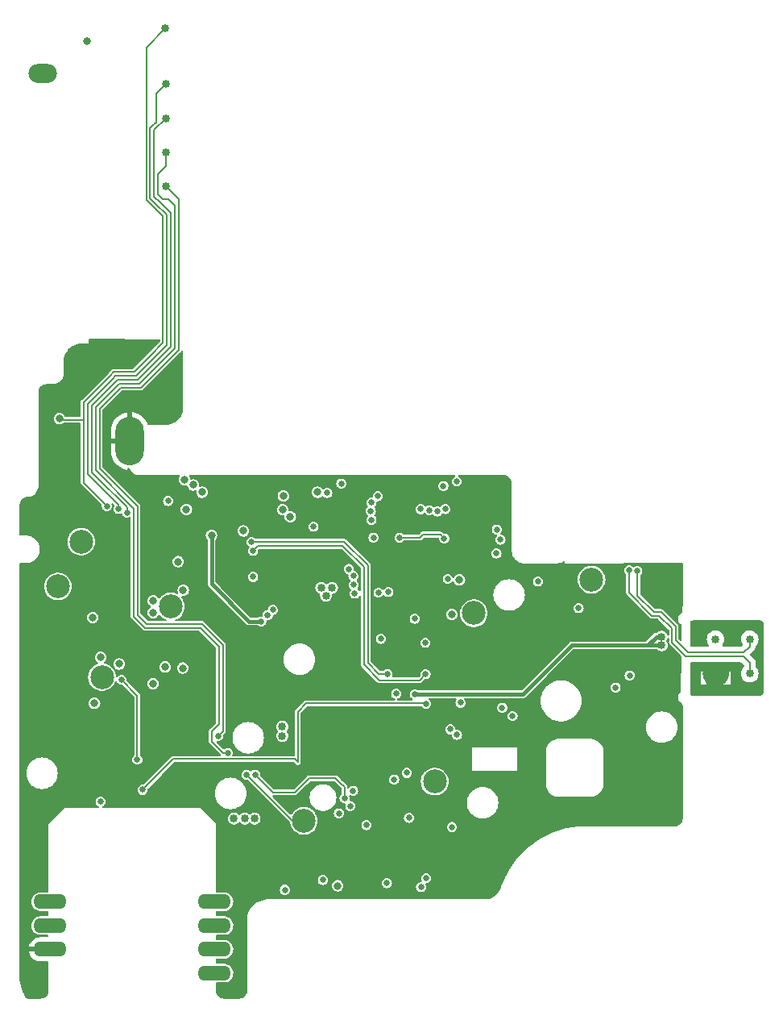
<source format=gbr>
%TF.GenerationSoftware,KiCad,Pcbnew,7.0.6*%
%TF.CreationDate,2024-03-31T21:54:29-07:00*%
%TF.ProjectId,retroglowplus_gbc,72657472-6f67-46c6-9f77-706c75735f67,rev?*%
%TF.SameCoordinates,Original*%
%TF.FileFunction,Copper,L3,Inr*%
%TF.FilePolarity,Positive*%
%FSLAX46Y46*%
G04 Gerber Fmt 4.6, Leading zero omitted, Abs format (unit mm)*
G04 Created by KiCad (PCBNEW 7.0.6) date 2024-03-31 21:54:29*
%MOMM*%
%LPD*%
G01*
G04 APERTURE LIST*
%TA.AperFunction,ComponentPad*%
%ADD10O,3.000000X5.100000*%
%TD*%
%TA.AperFunction,ComponentPad*%
%ADD11O,3.500000X1.550000*%
%TD*%
%TA.AperFunction,ComponentPad*%
%ADD12O,3.000000X2.000000*%
%TD*%
%TA.AperFunction,ViaPad*%
%ADD13C,0.650000*%
%TD*%
%TA.AperFunction,ViaPad*%
%ADD14C,0.850000*%
%TD*%
%TA.AperFunction,ViaPad*%
%ADD15C,0.800000*%
%TD*%
%TA.AperFunction,ViaPad*%
%ADD16C,2.500000*%
%TD*%
%TA.AperFunction,Conductor*%
%ADD17C,0.200000*%
%TD*%
%TA.AperFunction,Conductor*%
%ADD18C,0.400000*%
%TD*%
G04 APERTURE END LIST*
D10*
%TO.N,GND*%
%TO.C,REF\u002A\u002A*%
X217212283Y-106146600D03*
%TD*%
D11*
%TO.N,+5V*%
%TO.C,REF\u002A\u002A*%
X226111100Y-154531000D03*
%TD*%
%TO.N,N/C*%
%TO.C,REF\u002A\u002A*%
X226111100Y-157031000D03*
%TD*%
%TO.N,N/C*%
%TO.C,REF\u002A\u002A*%
X226111100Y-159531000D03*
%TD*%
%TO.N,BAT_IN*%
%TO.C,REF\u002A\u002A*%
X208811100Y-154531000D03*
%TD*%
%TO.N,N/C*%
%TO.C,REF\u002A\u002A*%
X226111100Y-162031000D03*
%TD*%
D12*
%TO.N,N/C*%
%TO.C,REF\u002A\u002A*%
X208051400Y-67564000D03*
%TD*%
D11*
%TO.N,N/C*%
%TO.C,REF\u002A\u002A*%
X208811100Y-157031000D03*
%TD*%
%TO.N,GND*%
%TO.C,REF\u002A\u002A*%
X208811100Y-159531000D03*
%TD*%
D13*
%TO.N,GND*%
X256235200Y-113715800D03*
X250723400Y-147751800D03*
X246710200Y-114554000D03*
X249072400Y-111074200D03*
X249097800Y-116916200D03*
X236524800Y-138633200D03*
X236524800Y-140309600D03*
X239395000Y-147523200D03*
D14*
X278790400Y-130556000D03*
D13*
%TO.N,+1V1*%
X245541800Y-116306600D03*
X250240800Y-116382800D03*
D14*
%TO.N,+3V3*%
X238455200Y-121564400D03*
D15*
X229133400Y-115595400D03*
D13*
X251561600Y-110388400D03*
X247142000Y-124815600D03*
X242806448Y-116294030D03*
D15*
X251841000Y-120751600D03*
D13*
X268249400Y-132029200D03*
D15*
X239039400Y-152857200D03*
X233324400Y-111912400D03*
X216077800Y-129565400D03*
D13*
X244983000Y-141706600D03*
X247802400Y-152984200D03*
D15*
X219633800Y-131622800D03*
X219659200Y-124180600D03*
D14*
X237820200Y-122377200D03*
D13*
X256336800Y-134162800D03*
D15*
X236931200Y-111531400D03*
D14*
X237312200Y-121564400D03*
D13*
X255778000Y-115443000D03*
D15*
X220903800Y-129895600D03*
X212725000Y-64185800D03*
D13*
%TO.N,+5V*%
X231013000Y-125095000D03*
X245186200Y-132689600D03*
X232232200Y-123875800D03*
D14*
X273075400Y-126695200D03*
X278765000Y-126974600D03*
D13*
X230149400Y-120421400D03*
D14*
X233222800Y-137109200D03*
D13*
X236499400Y-115138200D03*
X247142000Y-132740400D03*
D15*
X222935800Y-110210600D03*
D14*
X273100800Y-127609600D03*
D13*
X240360200Y-144475200D03*
D14*
X233222800Y-136144000D03*
D15*
X225780600Y-116052600D03*
X223139000Y-113334800D03*
D13*
X231698800Y-124409200D03*
X240665000Y-142888015D03*
D14*
%TO.N,BAT_IN*%
X230301800Y-145796000D03*
X229285800Y-145796000D03*
D13*
X214122000Y-144018000D03*
D14*
X228142800Y-145796000D03*
D13*
%TO.N,Net-(L1-DOUT)*%
X269722600Y-130759200D03*
X251942600Y-133629400D03*
D15*
%TO.N,Net-(L2-DIN)*%
X219659200Y-122936000D03*
X214122000Y-128879600D03*
D13*
%TO.N,Net-(L3-DOUT)*%
X257429000Y-135026400D03*
X244221000Y-152577800D03*
%TO.N,Net-(L5-DOUT)*%
X233489500Y-153276300D03*
X248335800Y-152044400D03*
%TO.N,Net-(L7-DOUT)*%
X237490000Y-152247600D03*
X217982800Y-139598400D03*
X216306400Y-131216400D03*
%TO.N,A_3.3*%
X248259600Y-127330200D03*
X249525840Y-113554725D03*
%TO.N,B_3.3*%
X243586000Y-126923800D03*
X247777000Y-113309400D03*
%TO.N,B_5*%
X216916000Y-113665000D03*
D14*
X220954600Y-72263000D03*
D16*
X253354556Y-124224638D03*
D13*
X244271800Y-130606800D03*
X229997000Y-116738400D03*
D16*
%TO.N,A_5*%
X265726788Y-120708386D03*
D13*
X216001600Y-113284000D03*
D14*
X220954600Y-68681600D03*
D13*
X230149400Y-117678200D03*
X248285000Y-130632200D03*
D15*
%TO.N,DLEFT_5*%
X223850200Y-110769400D03*
D16*
X209638948Y-121419369D03*
D15*
%TO.N,DUP_5*%
X224790000Y-111531400D03*
D16*
X212082253Y-116715094D03*
D15*
%TO.N,DDOWN_3.3*%
X234061000Y-114096800D03*
%TO.N,DRIGHT_3.3*%
X233248200Y-113360200D03*
D16*
%TO.N,DRIGHT_5*%
X221509036Y-123525544D03*
%TO.N,DDOWN_5*%
X214267127Y-130942607D03*
D15*
X222808800Y-121843800D03*
D13*
%TO.N,SEL_3.3*%
X246532400Y-145719800D03*
X240690400Y-120319800D03*
%TO.N,START_3.3*%
X246303800Y-140995400D03*
X240207800Y-119583200D03*
%TO.N,START_5*%
X230378000Y-141173200D03*
X239764298Y-143662420D03*
D16*
X249237670Y-141912784D03*
D13*
X227482400Y-138912600D03*
D14*
X220954600Y-75844400D03*
D13*
%TO.N,SEL_5*%
X226466400Y-137134600D03*
X239166400Y-145237200D03*
D16*
X235482071Y-146041107D03*
D13*
X229463600Y-141198600D03*
D14*
X220954600Y-79425800D03*
D13*
%TO.N,D+*%
X256159000Y-116509800D03*
X269671800Y-119735600D03*
D14*
X282346400Y-130581400D03*
%TO.N,D-*%
X282346400Y-126974600D03*
D13*
X270535400Y-119786400D03*
X255727200Y-117957600D03*
%TO.N,RGB*%
X250609100Y-120637300D03*
X260096000Y-120904000D03*
%TO.N,BAT_LVL*%
X248335800Y-133731000D03*
X218541600Y-142773400D03*
%TO.N,GBC_XTAL_OUT*%
X239420400Y-110617000D03*
X250154835Y-110869043D03*
D14*
%TO.N,Net-(R27-Pad2)*%
X220903800Y-62839600D03*
D15*
X209804000Y-103809800D03*
D13*
X214782400Y-112979200D03*
X237947200Y-111607600D03*
X221208600Y-112445800D03*
%TO.N,A*%
X264363200Y-123698000D03*
X250355375Y-113291438D03*
%TO.N,RXD*%
X251587000Y-137007600D03*
X243332000Y-122072400D03*
%TO.N,TXD*%
X250875800Y-136423400D03*
X244373400Y-121996200D03*
%TO.N,B*%
X248666000Y-113411000D03*
D15*
X251028200Y-124358400D03*
%TO.N,DDOWN*%
X213487000Y-133705600D03*
D13*
X242589529Y-114447255D03*
%TO.N,DLEFT*%
X243255800Y-111937800D03*
D15*
X213309200Y-124688600D03*
D13*
%TO.N,DRIGHT*%
X242519200Y-113487200D03*
D15*
X222758000Y-129997200D03*
D13*
%TO.N,DUP*%
X242595400Y-112598200D03*
D15*
X222275400Y-118821200D03*
D13*
%TO.N,SEL*%
X240715800Y-121259600D03*
X242062000Y-146481800D03*
%TO.N,START*%
X240842800Y-122174000D03*
X251053600Y-146685000D03*
%TD*%
D17*
%TO.N,+1V1*%
X247650000Y-116306600D02*
X247980200Y-115976400D01*
X249834400Y-115976400D02*
X250240800Y-116382800D01*
X245541800Y-116306600D02*
X247650000Y-116306600D01*
X247980200Y-115976400D02*
X249834400Y-115976400D01*
D18*
%TO.N,+5V*%
X229743000Y-125095000D02*
X231013000Y-125095000D01*
X247142000Y-132740400D02*
X258521200Y-132740400D01*
X258521200Y-132740400D02*
X263652000Y-127609600D01*
X271627600Y-127609600D02*
X273100800Y-127609600D01*
X263652000Y-127609600D02*
X271627600Y-127609600D01*
X273075400Y-126695200D02*
X272542000Y-126695200D01*
X225780600Y-121132600D02*
X229743000Y-125095000D01*
X225780600Y-116052600D02*
X225780600Y-121132600D01*
X272542000Y-126695200D02*
X271627600Y-127609600D01*
D17*
%TO.N,Net-(L7-DOUT)*%
X217982800Y-139598400D02*
X217982800Y-132892800D01*
X217982800Y-132892800D02*
X216306400Y-131216400D01*
%TO.N,B_5*%
X242214400Y-119227600D02*
X242214400Y-129463800D01*
X242214400Y-129463800D02*
X243357400Y-130606800D01*
X239725200Y-116738400D02*
X242214400Y-119227600D01*
X219735400Y-73482200D02*
X219735400Y-78257400D01*
X213207600Y-102412800D02*
X213207600Y-103301800D01*
X229997000Y-116738400D02*
X239725200Y-116738400D01*
X213207600Y-103301800D02*
X213207600Y-109423200D01*
X218033600Y-99720400D02*
X217398600Y-99720400D01*
X220218000Y-97536000D02*
X218033600Y-99720400D01*
X213207600Y-109423200D02*
X213715600Y-109931200D01*
X219735400Y-80467200D02*
X220370400Y-81102200D01*
X221488000Y-82219800D02*
X221488000Y-83032600D01*
X215569800Y-100050600D02*
X213207600Y-102412800D01*
X215900000Y-99720400D02*
X215569800Y-100050600D01*
X221488000Y-83032600D02*
X221488000Y-96266000D01*
X220954600Y-72263000D02*
X219735400Y-73482200D01*
X213715600Y-109931200D02*
X216916000Y-113131600D01*
X217398600Y-99720400D02*
X215900000Y-99720400D01*
X216916000Y-113131600D02*
X216916000Y-113665000D01*
X243357400Y-130606800D02*
X244271800Y-130606800D01*
X219735400Y-78257400D02*
X219735400Y-80467200D01*
X220370400Y-81102200D02*
X221488000Y-82219800D01*
X221488000Y-96266000D02*
X220218000Y-97536000D01*
%TO.N,A_5*%
X217855800Y-99314000D02*
X216966800Y-99314000D01*
X219329000Y-73304400D02*
X219329000Y-73710800D01*
X239572800Y-117170200D02*
X241782600Y-119380000D01*
X220014800Y-97155000D02*
X217855800Y-99314000D01*
X219913200Y-81229200D02*
X221081600Y-82397600D01*
X221081600Y-86461600D02*
X221081600Y-96088200D01*
X221081600Y-96088200D02*
X220014800Y-97155000D01*
X216966800Y-99314000D02*
X215696800Y-99314000D01*
X219329000Y-73710800D02*
X219329000Y-80645000D01*
X230149400Y-117678200D02*
X230657400Y-117170200D01*
X243433600Y-131267200D02*
X247650000Y-131267200D01*
X219760800Y-72872600D02*
X219329000Y-73304400D01*
X215696800Y-99314000D02*
X215366600Y-99644200D01*
X221081600Y-82397600D02*
X221081600Y-86461600D01*
X216001600Y-112826800D02*
X216001600Y-113284000D01*
X219938600Y-71729600D02*
X219938600Y-72694800D01*
X230657400Y-117170200D02*
X239572800Y-117170200D01*
X219938600Y-72694800D02*
X219760800Y-72872600D01*
X219938600Y-69697600D02*
X219938600Y-71729600D01*
X212775800Y-103911400D02*
X212775800Y-109601000D01*
X220954600Y-68681600D02*
X219938600Y-69697600D01*
X212775800Y-102235000D02*
X212775800Y-103911400D01*
X212775800Y-109601000D02*
X213969600Y-110794800D01*
X247650000Y-131267200D02*
X248285000Y-130632200D01*
X241782600Y-129616200D02*
X243433600Y-131267200D01*
X213969600Y-110794800D02*
X216001600Y-112826800D01*
X241782600Y-119380000D02*
X241782600Y-129616200D01*
X219329000Y-80645000D02*
X219913200Y-81229200D01*
X215366600Y-99644200D02*
X212775800Y-102235000D01*
%TO.N,START_5*%
X227482400Y-138912600D02*
X226999800Y-138912600D01*
X226574400Y-135858200D02*
X226574400Y-127743000D01*
X233553000Y-143052800D02*
X232257600Y-143052800D01*
X225806000Y-136626600D02*
X226574400Y-135858200D01*
X217601800Y-113233200D02*
X213614000Y-109245400D01*
X221259400Y-80772000D02*
X220624400Y-80772000D01*
X218211400Y-100126800D02*
X221894400Y-96443800D01*
X238175800Y-141554200D02*
X236042200Y-141554200D01*
X232257600Y-143052800D02*
X230378000Y-141173200D01*
X218795600Y-125780800D02*
X217601800Y-124587000D01*
X239293400Y-142036800D02*
X238810800Y-141554200D01*
X236042200Y-141554200D02*
X235534200Y-142062200D01*
X220624400Y-80772000D02*
X220141800Y-80289400D01*
X217601800Y-124587000D02*
X217601800Y-113233200D01*
X220954600Y-77292200D02*
X220954600Y-75844400D01*
X220141800Y-78105000D02*
X220954600Y-77292200D01*
X239764298Y-143662420D02*
X239764298Y-142507698D01*
X216077800Y-100126800D02*
X218211400Y-100126800D01*
X220141800Y-80289400D02*
X220141800Y-78105000D01*
X234543600Y-143052800D02*
X233553000Y-143052800D01*
X238810800Y-141554200D02*
X238175800Y-141554200D01*
X239764298Y-142507698D02*
X239293400Y-142036800D01*
X226574400Y-127743000D02*
X224612200Y-125780800D01*
X224612200Y-125780800D02*
X218795600Y-125780800D01*
X221894400Y-96443800D02*
X221894400Y-81407000D01*
X235534200Y-142062200D02*
X234543600Y-143052800D01*
X226999800Y-138912600D02*
X225806000Y-137718800D01*
X213614000Y-102590600D02*
X216077800Y-100126800D01*
X225806000Y-137718800D02*
X225806000Y-136626600D01*
X213614000Y-109245400D02*
X213614000Y-102590600D01*
X221894400Y-81407000D02*
X221259400Y-80772000D01*
%TO.N,SEL_5*%
X218008200Y-124409200D02*
X218008200Y-113055400D01*
X222326200Y-96596200D02*
X222326200Y-80797400D01*
X214020400Y-102768400D02*
X216255600Y-100533200D01*
X229463600Y-141198600D02*
X234306107Y-146041107D01*
X218973400Y-125374400D02*
X218008200Y-124409200D01*
X214020400Y-109067600D02*
X214020400Y-102768400D01*
X222326200Y-80797400D02*
X220954600Y-79425800D01*
X218008200Y-113055400D02*
X214020400Y-109067600D01*
X226974400Y-136626600D02*
X226974400Y-127558800D01*
X226466400Y-137134600D02*
X226974400Y-136626600D01*
X216255600Y-100533200D02*
X218389200Y-100533200D01*
X226974400Y-127558800D02*
X224790000Y-125374400D01*
X234306107Y-146041107D02*
X235482071Y-146041107D01*
X224790000Y-125374400D02*
X218973400Y-125374400D01*
X218389200Y-100533200D02*
X222326200Y-96596200D01*
%TO.N,D+*%
X272846800Y-124510800D02*
X274167600Y-125831600D01*
X272084800Y-124510800D02*
X272846800Y-124510800D01*
X281686000Y-128778000D02*
X282346400Y-129438400D01*
X269671800Y-122097800D02*
X272084800Y-124510800D01*
X269671800Y-119735600D02*
X269671800Y-122097800D01*
X274167600Y-127304800D02*
X275640800Y-128778000D01*
X275640800Y-128778000D02*
X281686000Y-128778000D01*
X282346400Y-129438400D02*
X282346400Y-130581400D01*
X274167600Y-125831600D02*
X274167600Y-127304800D01*
%TO.N,D-*%
X281711400Y-128346200D02*
X282346400Y-127711200D01*
X275818600Y-128346200D02*
X281711400Y-128346200D01*
X272262600Y-124104400D02*
X273024600Y-124104400D01*
X273024600Y-124104400D02*
X274574000Y-125653800D01*
X274574000Y-127101600D02*
X275818600Y-128346200D01*
X282346400Y-127711200D02*
X282346400Y-126974600D01*
X274574000Y-125653800D02*
X274574000Y-127101600D01*
X270535400Y-122377200D02*
X272262600Y-124104400D01*
X270535400Y-119786400D02*
X270535400Y-122377200D01*
%TO.N,BAT_LVL*%
X234848400Y-134569200D02*
X235737400Y-133680200D01*
X248285000Y-133680200D02*
X248335800Y-133731000D01*
X234518200Y-139547600D02*
X234848400Y-139877800D01*
X234848400Y-139877800D02*
X234848400Y-134569200D01*
X235737400Y-133680200D02*
X248285000Y-133680200D01*
X218541600Y-142773400D02*
X221767400Y-139547600D01*
X221767400Y-139547600D02*
X234518200Y-139547600D01*
%TO.N,Net-(R27-Pad2)*%
X218922600Y-80822800D02*
X219456000Y-81356200D01*
X218922600Y-64820800D02*
X218922600Y-73939400D01*
X216458800Y-98882200D02*
X215519000Y-98882200D01*
X218922600Y-73939400D02*
X218922600Y-80822800D01*
X220675200Y-82575400D02*
X220675200Y-84302600D01*
X219456000Y-81356200D02*
X220675200Y-82575400D01*
X215112600Y-99288600D02*
X212344000Y-102057200D01*
X220675200Y-95859600D02*
X219354400Y-97180400D01*
X209931000Y-103936800D02*
X209804000Y-103809800D01*
X220675200Y-84302600D02*
X220675200Y-95859600D01*
X219354400Y-97180400D02*
X217652600Y-98882200D01*
X220903800Y-62839600D02*
X218922600Y-64820800D01*
X215519000Y-98882200D02*
X215112600Y-99288600D01*
X212344000Y-103936800D02*
X209931000Y-103936800D01*
X212344000Y-103936800D02*
X212344000Y-110540800D01*
X212344000Y-102057200D02*
X212344000Y-103936800D01*
X212344000Y-110540800D02*
X214782400Y-112979200D01*
X217652600Y-98882200D02*
X216458800Y-98882200D01*
%TD*%
%TA.AperFunction,Conductor*%
%TO.N,GND*%
G36*
X283411896Y-124993268D02*
G01*
X283426278Y-124993265D01*
X283426280Y-124993266D01*
X283456570Y-124993260D01*
X283464659Y-124993789D01*
X283534906Y-125003025D01*
X283566176Y-125011400D01*
X283620305Y-125033813D01*
X283648345Y-125049998D01*
X283694829Y-125085661D01*
X283717723Y-125108554D01*
X283753385Y-125155029D01*
X283769573Y-125183068D01*
X283791990Y-125237194D01*
X283800367Y-125268467D01*
X283809569Y-125338405D01*
X283810099Y-125346509D01*
X283810094Y-125391493D01*
X283810100Y-125391544D01*
X283810100Y-132531777D01*
X283809568Y-132539887D01*
X283800313Y-132610113D01*
X283791933Y-132641374D01*
X283769509Y-132695496D01*
X283753321Y-132723528D01*
X283717654Y-132770002D01*
X283694765Y-132792888D01*
X283648286Y-132828548D01*
X283620254Y-132844730D01*
X283566128Y-132867147D01*
X283534865Y-132875523D01*
X283472350Y-132883753D01*
X283464108Y-132884838D01*
X283456009Y-132885369D01*
X276375407Y-132885369D01*
X276375399Y-132885368D01*
X276330680Y-132885368D01*
X276322582Y-132884837D01*
X276252334Y-132875593D01*
X276221073Y-132867219D01*
X276166925Y-132844797D01*
X276138895Y-132828619D01*
X276122052Y-132815697D01*
X276080847Y-132759276D01*
X276073534Y-132716942D01*
X276073694Y-132665283D01*
X276076539Y-131743260D01*
X277200545Y-131743260D01*
X277823532Y-131743260D01*
X279490314Y-131743260D01*
X280323532Y-131743260D01*
X280323532Y-130376500D01*
X280153944Y-130376500D01*
X280168703Y-130545193D01*
X280168703Y-130566807D01*
X280149640Y-130784696D01*
X280145887Y-130805982D01*
X280089278Y-131017251D01*
X280081885Y-131037563D01*
X279989449Y-131235793D01*
X279978642Y-131254512D01*
X279853188Y-131433678D01*
X279839294Y-131450235D01*
X279684635Y-131604894D01*
X279668078Y-131618788D01*
X279490314Y-131743260D01*
X277823532Y-131743260D01*
X277823532Y-131532261D01*
X277741506Y-131450235D01*
X277727612Y-131433678D01*
X277602158Y-131254512D01*
X277591351Y-131235793D01*
X277498915Y-131037563D01*
X277491522Y-131017251D01*
X277434913Y-130805982D01*
X277431160Y-130784696D01*
X277412097Y-130566807D01*
X277412097Y-130545193D01*
X277426856Y-130376500D01*
X277204763Y-130376500D01*
X277200545Y-131743260D01*
X276076539Y-131743260D01*
X276083456Y-129502115D01*
X276103347Y-129435139D01*
X276156292Y-129389547D01*
X276207455Y-129378500D01*
X281385903Y-129378500D01*
X281452942Y-129398185D01*
X281473584Y-129414819D01*
X281709581Y-129650816D01*
X281743066Y-129712139D01*
X281745900Y-129738497D01*
X281745900Y-129817585D01*
X281726215Y-129884624D01*
X281714050Y-129900557D01*
X281593528Y-130034409D01*
X281496257Y-130202888D01*
X281496256Y-130202889D01*
X281436138Y-130387916D01*
X281415802Y-130581400D01*
X281436138Y-130774883D01*
X281496256Y-130959910D01*
X281496257Y-130959911D01*
X281541090Y-131037563D01*
X281593530Y-131128392D01*
X281638876Y-131178754D01*
X281723702Y-131272964D01*
X281723705Y-131272966D01*
X281723708Y-131272969D01*
X281841752Y-131358733D01*
X281881102Y-131387323D01*
X281949326Y-131417697D01*
X282058829Y-131466451D01*
X282249126Y-131506900D01*
X282443674Y-131506900D01*
X282633971Y-131466451D01*
X282811699Y-131387322D01*
X282969092Y-131272969D01*
X283099270Y-131128392D01*
X283196544Y-130959908D01*
X283256662Y-130774882D01*
X283276998Y-130581400D01*
X283256662Y-130387918D01*
X283196544Y-130202892D01*
X283196543Y-130202891D01*
X283196543Y-130202889D01*
X283196542Y-130202888D01*
X283099271Y-130034409D01*
X282978750Y-129900557D01*
X282948520Y-129837566D01*
X282946900Y-129817585D01*
X282946900Y-129481827D01*
X282947431Y-129473726D01*
X282952082Y-129438400D01*
X282952082Y-129438398D01*
X282931444Y-129281639D01*
X282931444Y-129281638D01*
X282870936Y-129135559D01*
X282870935Y-129135558D01*
X282869805Y-129133866D01*
X282868463Y-129132337D01*
X282774682Y-129010118D01*
X282754392Y-128994549D01*
X282746409Y-128988423D01*
X282740313Y-128983078D01*
X282419714Y-128662478D01*
X282386230Y-128601157D01*
X282391214Y-128531465D01*
X282419713Y-128487120D01*
X282740322Y-128166511D01*
X282746399Y-128161183D01*
X282774682Y-128139482D01*
X282870936Y-128014041D01*
X282931444Y-127867962D01*
X282946900Y-127750561D01*
X282951087Y-127718756D01*
X282979353Y-127654860D01*
X282981820Y-127652032D01*
X283099270Y-127521592D01*
X283196544Y-127353108D01*
X283256662Y-127168082D01*
X283276998Y-126974600D01*
X283256662Y-126781118D01*
X283196544Y-126596092D01*
X283196543Y-126596091D01*
X283196543Y-126596089D01*
X283196542Y-126596088D01*
X283150624Y-126516556D01*
X283099270Y-126427608D01*
X283048282Y-126370981D01*
X282969097Y-126283035D01*
X282969094Y-126283033D01*
X282969093Y-126283032D01*
X282969092Y-126283031D01*
X282890395Y-126225854D01*
X282811697Y-126168676D01*
X282675248Y-126107926D01*
X282633971Y-126089549D01*
X282633969Y-126089548D01*
X282443674Y-126049100D01*
X282249126Y-126049100D01*
X282058831Y-126089548D01*
X281881102Y-126168676D01*
X281723705Y-126283033D01*
X281723702Y-126283035D01*
X281593529Y-126427609D01*
X281496257Y-126596088D01*
X281496256Y-126596089D01*
X281436138Y-126781116D01*
X281415802Y-126974599D01*
X281436138Y-127168083D01*
X281496256Y-127353110D01*
X281496257Y-127353111D01*
X281580084Y-127498304D01*
X281596557Y-127566204D01*
X281573704Y-127632231D01*
X281560380Y-127647984D01*
X281498983Y-127709381D01*
X281437663Y-127742866D01*
X281411303Y-127745700D01*
X279594591Y-127745700D01*
X279527552Y-127726015D01*
X279481797Y-127673211D01*
X279471853Y-127604053D01*
X279500878Y-127540497D01*
X279502440Y-127538729D01*
X279506198Y-127534554D01*
X279517870Y-127521592D01*
X279615144Y-127353108D01*
X279675262Y-127168082D01*
X279695598Y-126974600D01*
X279675262Y-126781118D01*
X279615144Y-126596092D01*
X279615143Y-126596091D01*
X279615143Y-126596089D01*
X279615142Y-126596088D01*
X279569224Y-126516556D01*
X279517870Y-126427608D01*
X279466882Y-126370981D01*
X279387697Y-126283035D01*
X279387694Y-126283033D01*
X279387693Y-126283032D01*
X279387692Y-126283031D01*
X279308995Y-126225854D01*
X279230297Y-126168676D01*
X279093848Y-126107926D01*
X279052571Y-126089549D01*
X279052569Y-126089548D01*
X278862274Y-126049100D01*
X278667726Y-126049100D01*
X278477431Y-126089548D01*
X278299702Y-126168676D01*
X278142305Y-126283033D01*
X278142302Y-126283035D01*
X278012129Y-126427609D01*
X277914857Y-126596088D01*
X277914856Y-126596089D01*
X277854738Y-126781116D01*
X277834402Y-126974599D01*
X277854738Y-127168083D01*
X277914856Y-127353110D01*
X277914857Y-127353111D01*
X278012128Y-127521590D01*
X278027560Y-127538729D01*
X278057789Y-127601721D01*
X278049163Y-127671056D01*
X278004421Y-127724721D01*
X277937769Y-127745678D01*
X277935409Y-127745700D01*
X276213260Y-127745700D01*
X276146221Y-127726015D01*
X276100466Y-127673211D01*
X276089261Y-127621317D01*
X276096903Y-125145308D01*
X276116793Y-125078334D01*
X276169738Y-125032742D01*
X276173393Y-125031157D01*
X276221085Y-125011403D01*
X276252343Y-125003028D01*
X276322540Y-124993789D01*
X276330631Y-124993260D01*
X276360968Y-124993261D01*
X276360970Y-124993260D01*
X283411820Y-124993260D01*
X283411896Y-124993268D01*
G37*
%TD.AperFunction*%
%TD*%
%TA.AperFunction,Conductor*%
%TO.N,GND*%
G36*
X220275932Y-95446320D02*
G01*
X220334076Y-95465363D01*
X220369925Y-95514946D01*
X220374700Y-95545320D01*
X220374700Y-95694120D01*
X220355793Y-95752311D01*
X220345704Y-95764124D01*
X219181635Y-96928194D01*
X217557125Y-98552704D01*
X217502608Y-98580481D01*
X217487121Y-98581700D01*
X215584164Y-98581700D01*
X215570488Y-98579467D01*
X215570317Y-98580694D01*
X215561233Y-98579426D01*
X215520886Y-98581292D01*
X215513206Y-98581647D01*
X215510930Y-98581700D01*
X215491153Y-98581700D01*
X215487658Y-98582353D01*
X215480845Y-98583143D01*
X215449009Y-98584614D01*
X215440005Y-98588589D01*
X215418226Y-98595332D01*
X215408568Y-98597137D01*
X215408566Y-98597138D01*
X215381471Y-98613914D01*
X215375403Y-98617113D01*
X215346234Y-98629993D01*
X215339280Y-98636947D01*
X215321403Y-98651107D01*
X215313048Y-98656280D01*
X215293839Y-98681715D01*
X215289335Y-98686891D01*
X214981908Y-98994320D01*
X214939834Y-99036394D01*
X212177590Y-101798637D01*
X212166361Y-101806750D01*
X212167090Y-101807715D01*
X212159771Y-101813241D01*
X212127372Y-101848780D01*
X212125796Y-101850431D01*
X212111830Y-101864398D01*
X212111817Y-101864413D01*
X212109813Y-101867338D01*
X212105561Y-101872704D01*
X212084084Y-101896265D01*
X212084083Y-101896267D01*
X212080529Y-101905440D01*
X212069896Y-101925612D01*
X212064346Y-101933715D01*
X212064342Y-101933724D01*
X212057045Y-101964745D01*
X212055016Y-101971298D01*
X212043500Y-102001024D01*
X212043500Y-102010851D01*
X212040870Y-102033518D01*
X212038621Y-102043079D01*
X212043025Y-102074652D01*
X212043500Y-102081498D01*
X212043500Y-103537300D01*
X212024593Y-103595491D01*
X211975093Y-103631455D01*
X211944500Y-103636300D01*
X210448261Y-103636300D01*
X210390070Y-103617393D01*
X210356797Y-103575186D01*
X210335987Y-103524947D01*
X210328536Y-103506959D01*
X210232282Y-103381518D01*
X210232277Y-103381514D01*
X210232276Y-103381513D01*
X210106838Y-103285262D01*
X209960766Y-103224757D01*
X209960758Y-103224755D01*
X209804001Y-103204118D01*
X209803999Y-103204118D01*
X209647241Y-103224755D01*
X209647233Y-103224757D01*
X209501161Y-103285262D01*
X209501160Y-103285262D01*
X209375723Y-103381513D01*
X209375713Y-103381523D01*
X209279462Y-103506960D01*
X209279462Y-103506961D01*
X209218957Y-103653033D01*
X209218955Y-103653041D01*
X209198318Y-103809799D01*
X209198318Y-103809800D01*
X209218955Y-103966558D01*
X209218957Y-103966566D01*
X209279462Y-104112638D01*
X209279462Y-104112639D01*
X209348833Y-104203045D01*
X209375718Y-104238082D01*
X209501159Y-104334336D01*
X209501160Y-104334336D01*
X209501161Y-104334337D01*
X209572627Y-104363939D01*
X209647238Y-104394844D01*
X209764809Y-104410322D01*
X209803999Y-104415482D01*
X209804000Y-104415482D01*
X209804001Y-104415482D01*
X209835352Y-104411354D01*
X209960762Y-104394844D01*
X210106841Y-104334336D01*
X210174370Y-104282519D01*
X210206640Y-104257758D01*
X210264316Y-104237334D01*
X210266907Y-104237300D01*
X211944500Y-104237300D01*
X212002691Y-104256207D01*
X212038655Y-104305707D01*
X212043500Y-104336300D01*
X212043500Y-110475635D01*
X212041280Y-110489313D01*
X212042494Y-110489483D01*
X212041226Y-110498566D01*
X212043447Y-110546583D01*
X212043500Y-110548869D01*
X212043500Y-110568642D01*
X212044152Y-110572132D01*
X212044943Y-110578949D01*
X212046414Y-110610787D01*
X212046415Y-110610794D01*
X212050384Y-110619782D01*
X212057133Y-110641573D01*
X212058939Y-110651233D01*
X212075717Y-110678333D01*
X212078915Y-110684400D01*
X212091793Y-110713563D01*
X212091794Y-110713565D01*
X212098745Y-110720516D01*
X212112907Y-110738396D01*
X212118080Y-110746752D01*
X212118081Y-110746752D01*
X212143511Y-110765956D01*
X212148690Y-110770462D01*
X214230066Y-112851837D01*
X214257843Y-112906354D01*
X214258215Y-112934763D01*
X214252364Y-112979199D01*
X214270426Y-113116383D01*
X214323374Y-113244214D01*
X214323376Y-113244218D01*
X214407607Y-113353989D01*
X214407610Y-113353992D01*
X214458782Y-113393258D01*
X214517382Y-113438224D01*
X214645217Y-113491174D01*
X214782400Y-113509235D01*
X214919583Y-113491174D01*
X215047418Y-113438224D01*
X215157191Y-113353991D01*
X215241424Y-113244218D01*
X215294374Y-113116383D01*
X215294375Y-113116369D01*
X215295166Y-113113421D01*
X215295287Y-113113234D01*
X215295051Y-113111238D01*
X215295646Y-113106725D01*
X215312435Y-112979200D01*
X215312069Y-112976423D01*
X215295628Y-112851544D01*
X215294374Y-112842017D01*
X215274493Y-112794021D01*
X215269693Y-112733026D01*
X215301663Y-112680857D01*
X215358191Y-112657442D01*
X215417685Y-112671726D01*
X215435962Y-112686133D01*
X215579410Y-112829581D01*
X215607187Y-112884098D01*
X215597616Y-112944530D01*
X215587948Y-112959852D01*
X215542579Y-113018978D01*
X215542574Y-113018986D01*
X215489625Y-113146818D01*
X215488829Y-113149789D01*
X215488712Y-113149968D01*
X215488948Y-113151959D01*
X215476604Y-113245725D01*
X215471565Y-113284000D01*
X215487785Y-113407199D01*
X215489626Y-113421183D01*
X215542574Y-113549014D01*
X215542576Y-113549018D01*
X215626807Y-113658789D01*
X215626810Y-113658792D01*
X215639479Y-113668513D01*
X215736582Y-113743024D01*
X215864417Y-113795974D01*
X216001600Y-113814035D01*
X216138783Y-113795974D01*
X216266618Y-113743024D01*
X216266620Y-113743022D01*
X216271737Y-113740903D01*
X216332733Y-113736102D01*
X216384902Y-113768072D01*
X216400024Y-113796817D01*
X216401543Y-113796188D01*
X216404025Y-113802182D01*
X216404026Y-113802183D01*
X216411975Y-113821373D01*
X216456974Y-113930014D01*
X216456976Y-113930018D01*
X216541207Y-114039789D01*
X216541210Y-114039792D01*
X216583782Y-114072459D01*
X216650982Y-114124024D01*
X216778817Y-114176974D01*
X216916000Y-114195035D01*
X217053183Y-114176974D01*
X217164415Y-114130900D01*
X217225412Y-114126101D01*
X217277581Y-114158070D01*
X217300995Y-114214598D01*
X217301300Y-114222365D01*
X217301300Y-124521835D01*
X217299080Y-124535513D01*
X217300294Y-124535683D01*
X217299026Y-124544766D01*
X217301247Y-124592783D01*
X217301300Y-124595069D01*
X217301300Y-124614842D01*
X217301952Y-124618332D01*
X217302743Y-124625149D01*
X217304214Y-124656987D01*
X217304215Y-124656994D01*
X217308184Y-124665982D01*
X217314933Y-124687773D01*
X217316739Y-124697433D01*
X217333517Y-124724533D01*
X217336715Y-124730600D01*
X217343062Y-124744973D01*
X217349594Y-124759765D01*
X217356545Y-124766716D01*
X217370707Y-124784596D01*
X217374336Y-124790456D01*
X217375881Y-124792952D01*
X217401311Y-124812156D01*
X217406490Y-124816662D01*
X218537036Y-125947207D01*
X218545137Y-125958447D01*
X218546116Y-125957709D01*
X218551644Y-125965030D01*
X218587169Y-125997416D01*
X218588823Y-125998995D01*
X218602800Y-126012972D01*
X218602803Y-126012974D01*
X218605728Y-126014978D01*
X218611105Y-126019237D01*
X218634664Y-126040714D01*
X218634665Y-126040714D01*
X218634667Y-126040716D01*
X218643830Y-126044266D01*
X218664016Y-126054905D01*
X218672119Y-126060456D01*
X218703153Y-126067755D01*
X218709690Y-126069779D01*
X218739427Y-126081300D01*
X218749252Y-126081300D01*
X218771916Y-126083929D01*
X218781481Y-126086179D01*
X218806094Y-126082745D01*
X218813053Y-126081775D01*
X218819899Y-126081300D01*
X224446721Y-126081300D01*
X224504912Y-126100207D01*
X224516724Y-126110296D01*
X226244905Y-127838476D01*
X226272681Y-127892991D01*
X226273900Y-127908478D01*
X226273900Y-135692720D01*
X226254993Y-135750911D01*
X226244904Y-135762724D01*
X225639590Y-136368037D01*
X225628361Y-136376150D01*
X225629090Y-136377115D01*
X225621771Y-136382641D01*
X225589372Y-136418180D01*
X225587796Y-136419831D01*
X225573830Y-136433798D01*
X225573817Y-136433813D01*
X225571813Y-136436738D01*
X225567561Y-136442104D01*
X225546084Y-136465665D01*
X225546083Y-136465667D01*
X225542529Y-136474840D01*
X225531896Y-136495012D01*
X225526346Y-136503115D01*
X225526342Y-136503124D01*
X225519045Y-136534145D01*
X225517016Y-136540698D01*
X225505500Y-136570424D01*
X225505500Y-136580251D01*
X225502870Y-136602918D01*
X225500620Y-136612480D01*
X225505024Y-136644054D01*
X225505499Y-136650899D01*
X225505500Y-137653635D01*
X225503280Y-137667313D01*
X225504494Y-137667483D01*
X225503226Y-137676566D01*
X225505447Y-137724583D01*
X225505500Y-137726869D01*
X225505500Y-137746642D01*
X225506152Y-137750132D01*
X225506942Y-137756946D01*
X225507033Y-137758890D01*
X225508414Y-137788787D01*
X225508415Y-137788794D01*
X225512384Y-137797782D01*
X225519133Y-137819573D01*
X225520939Y-137829233D01*
X225537717Y-137856333D01*
X225540915Y-137862400D01*
X225548753Y-137880149D01*
X225553794Y-137891565D01*
X225560745Y-137898516D01*
X225574907Y-137916396D01*
X225580080Y-137924752D01*
X225580081Y-137924752D01*
X225605511Y-137943956D01*
X225610690Y-137948462D01*
X226740325Y-139078096D01*
X226768102Y-139132613D01*
X226758531Y-139193045D01*
X226715266Y-139236310D01*
X226670321Y-139247100D01*
X221832564Y-139247100D01*
X221818888Y-139244867D01*
X221818717Y-139246094D01*
X221809633Y-139244826D01*
X221769286Y-139246692D01*
X221761606Y-139247047D01*
X221759330Y-139247100D01*
X221739553Y-139247100D01*
X221736058Y-139247753D01*
X221729245Y-139248543D01*
X221697410Y-139250014D01*
X221697406Y-139250015D01*
X221688415Y-139253985D01*
X221666627Y-139260732D01*
X221656970Y-139262537D01*
X221656964Y-139262539D01*
X221629866Y-139279317D01*
X221623799Y-139282515D01*
X221594637Y-139295392D01*
X221594633Y-139295395D01*
X221587684Y-139302344D01*
X221569809Y-139316503D01*
X221561448Y-139321680D01*
X221542239Y-139347115D01*
X221537735Y-139352292D01*
X218668961Y-142221066D01*
X218614444Y-142248843D01*
X218586035Y-142249215D01*
X218541601Y-142243365D01*
X218541600Y-142243365D01*
X218404416Y-142261425D01*
X218404416Y-142261426D01*
X218276586Y-142314374D01*
X218276582Y-142314376D01*
X218166811Y-142398607D01*
X218166807Y-142398611D01*
X218082576Y-142508382D01*
X218082574Y-142508386D01*
X218029626Y-142636216D01*
X218029625Y-142636216D01*
X218017415Y-142728964D01*
X218011565Y-142773400D01*
X218015956Y-142806753D01*
X218029626Y-142910583D01*
X218082574Y-143038414D01*
X218082576Y-143038418D01*
X218166807Y-143148189D01*
X218166810Y-143148192D01*
X218194051Y-143169095D01*
X218276582Y-143232424D01*
X218404417Y-143285374D01*
X218541600Y-143303435D01*
X218678783Y-143285374D01*
X218806618Y-143232424D01*
X218904177Y-143157563D01*
X226130274Y-143157563D01*
X226150656Y-143416555D01*
X226211305Y-143669174D01*
X226310722Y-143909188D01*
X226310728Y-143909200D01*
X226446460Y-144130695D01*
X226446470Y-144130708D01*
X226556442Y-144259469D01*
X226615189Y-144328252D01*
X226615195Y-144328257D01*
X226615198Y-144328260D01*
X226800545Y-144486561D01*
X226812738Y-144496975D01*
X226812740Y-144496976D01*
X226812745Y-144496980D01*
X227034240Y-144632712D01*
X227034252Y-144632718D01*
X227071508Y-144648150D01*
X227257583Y-144725225D01*
X227274266Y-144732135D01*
X227274268Y-144732136D01*
X227526884Y-144792784D01*
X227785878Y-144813167D01*
X228044872Y-144792784D01*
X228297488Y-144732136D01*
X228537506Y-144632717D01*
X228537510Y-144632714D01*
X228537515Y-144632712D01*
X228759010Y-144496980D01*
X228759010Y-144496979D01*
X228759018Y-144496975D01*
X228956567Y-144328252D01*
X229125290Y-144130703D01*
X229176630Y-144046923D01*
X229261027Y-143909200D01*
X229261029Y-143909195D01*
X229261032Y-143909191D01*
X229360451Y-143669173D01*
X229421099Y-143416557D01*
X229441482Y-143157563D01*
X229421099Y-142898569D01*
X229360451Y-142645953D01*
X229291650Y-142479854D01*
X229261033Y-142405937D01*
X229261027Y-142405925D01*
X229125295Y-142184430D01*
X229125285Y-142184417D01*
X228956575Y-141986883D01*
X228956572Y-141986880D01*
X228956567Y-141986874D01*
X228956560Y-141986868D01*
X228956557Y-141986865D01*
X228759023Y-141818155D01*
X228759010Y-141818145D01*
X228537515Y-141682413D01*
X228537503Y-141682407D01*
X228297489Y-141582990D01*
X228297490Y-141582990D01*
X228044870Y-141522341D01*
X227785878Y-141501959D01*
X227526885Y-141522341D01*
X227274266Y-141582990D01*
X227034252Y-141682407D01*
X227034240Y-141682413D01*
X226812745Y-141818145D01*
X226812732Y-141818155D01*
X226615198Y-141986865D01*
X226615180Y-141986883D01*
X226446470Y-142184417D01*
X226446460Y-142184430D01*
X226310728Y-142405925D01*
X226310722Y-142405937D01*
X226211305Y-142645951D01*
X226150656Y-142898570D01*
X226130274Y-143157563D01*
X218904177Y-143157563D01*
X218916391Y-143148191D01*
X219000624Y-143038418D01*
X219053574Y-142910583D01*
X219071635Y-142773400D01*
X219065784Y-142728963D01*
X219076933Y-142668803D01*
X219093930Y-142646039D01*
X220541370Y-141198600D01*
X228933565Y-141198600D01*
X228946731Y-141298601D01*
X228951626Y-141335783D01*
X229004574Y-141463614D01*
X229004576Y-141463618D01*
X229085759Y-141569417D01*
X229088809Y-141573391D01*
X229198582Y-141657624D01*
X229326417Y-141710574D01*
X229463600Y-141728635D01*
X229508035Y-141722784D01*
X229568195Y-141733933D01*
X229590962Y-141750933D01*
X234014081Y-146174052D01*
X234041858Y-146228569D01*
X234042739Y-146235880D01*
X234046450Y-146280668D01*
X234095408Y-146474000D01*
X234105461Y-146513698D01*
X234121710Y-146550741D01*
X234202021Y-146733834D01*
X234202024Y-146733839D01*
X234333496Y-146935071D01*
X234333498Y-146935073D01*
X234333500Y-146935076D01*
X234496307Y-147111932D01*
X234686004Y-147259579D01*
X234841570Y-147343767D01*
X234890620Y-147370312D01*
X234897415Y-147373989D01*
X235124774Y-147452041D01*
X235361879Y-147491607D01*
X235602263Y-147491607D01*
X235839368Y-147452041D01*
X236066727Y-147373989D01*
X236278138Y-147259579D01*
X236467835Y-147111932D01*
X236630642Y-146935076D01*
X236762120Y-146733835D01*
X236858681Y-146513698D01*
X236866759Y-146481799D01*
X241531965Y-146481799D01*
X241550026Y-146618983D01*
X241602974Y-146746814D01*
X241602976Y-146746818D01*
X241667721Y-146831195D01*
X241687209Y-146856591D01*
X241796982Y-146940824D01*
X241924817Y-146993774D01*
X242062000Y-147011835D01*
X242199183Y-146993774D01*
X242327018Y-146940824D01*
X242436791Y-146856591D01*
X242521024Y-146746818D01*
X242546629Y-146685000D01*
X250523565Y-146685000D01*
X250529995Y-146733839D01*
X250541626Y-146822183D01*
X250594574Y-146950014D01*
X250594576Y-146950018D01*
X250642010Y-147011835D01*
X250678809Y-147059791D01*
X250788582Y-147144024D01*
X250916417Y-147196974D01*
X251053600Y-147215035D01*
X251190783Y-147196974D01*
X251318618Y-147144024D01*
X251428391Y-147059791D01*
X251512624Y-146950018D01*
X251565574Y-146822183D01*
X251583635Y-146685000D01*
X251574944Y-146618983D01*
X251565574Y-146547816D01*
X251512625Y-146419986D01*
X251512624Y-146419983D01*
X251428391Y-146310209D01*
X251428389Y-146310208D01*
X251428389Y-146310207D01*
X251318618Y-146225976D01*
X251318614Y-146225974D01*
X251190783Y-146173026D01*
X251190775Y-146173025D01*
X251053600Y-146154965D01*
X251053599Y-146154965D01*
X250916416Y-146173025D01*
X250916416Y-146173026D01*
X250788586Y-146225974D01*
X250788582Y-146225976D01*
X250678811Y-146310207D01*
X250678807Y-146310211D01*
X250594576Y-146419982D01*
X250594574Y-146419986D01*
X250541626Y-146547816D01*
X250541625Y-146547816D01*
X250528286Y-146649138D01*
X250523565Y-146685000D01*
X242546629Y-146685000D01*
X242573974Y-146618983D01*
X242592035Y-146481800D01*
X242589957Y-146466012D01*
X242573974Y-146344616D01*
X242528934Y-146235880D01*
X242521024Y-146216783D01*
X242436791Y-146107009D01*
X242436789Y-146107008D01*
X242436789Y-146107007D01*
X242327018Y-146022776D01*
X242327014Y-146022774D01*
X242199183Y-145969826D01*
X242199175Y-145969825D01*
X242062000Y-145951765D01*
X242061999Y-145951765D01*
X241924816Y-145969825D01*
X241924816Y-145969826D01*
X241796986Y-146022774D01*
X241796982Y-146022776D01*
X241687211Y-146107007D01*
X241687207Y-146107011D01*
X241602976Y-146216782D01*
X241602974Y-146216786D01*
X241550026Y-146344616D01*
X241550025Y-146344616D01*
X241531965Y-146481799D01*
X236866759Y-146481799D01*
X236917691Y-146280670D01*
X236937542Y-146041107D01*
X236917691Y-145801544D01*
X236858681Y-145568516D01*
X236762120Y-145348379D01*
X236759920Y-145345011D01*
X236689483Y-145237199D01*
X238636365Y-145237199D01*
X238654426Y-145374383D01*
X238707374Y-145502214D01*
X238707376Y-145502218D01*
X238783694Y-145601677D01*
X238791609Y-145611991D01*
X238901382Y-145696224D01*
X239029217Y-145749174D01*
X239166400Y-145767235D01*
X239303583Y-145749174D01*
X239374499Y-145719800D01*
X246002365Y-145719800D01*
X246010571Y-145782126D01*
X246020426Y-145856983D01*
X246073374Y-145984814D01*
X246073376Y-145984818D01*
X246157607Y-146094589D01*
X246157610Y-146094592D01*
X246173792Y-146107009D01*
X246267382Y-146178824D01*
X246395217Y-146231774D01*
X246532400Y-146249835D01*
X246669583Y-146231774D01*
X246797418Y-146178824D01*
X246907191Y-146094591D01*
X246991424Y-145984818D01*
X247044374Y-145856983D01*
X247062435Y-145719800D01*
X247059973Y-145701095D01*
X247044374Y-145582616D01*
X246991425Y-145454786D01*
X246991424Y-145454783D01*
X246907191Y-145345009D01*
X246907189Y-145345008D01*
X246907189Y-145345007D01*
X246797418Y-145260776D01*
X246797414Y-145260774D01*
X246669583Y-145207826D01*
X246662177Y-145206851D01*
X246532400Y-145189765D01*
X246532399Y-145189765D01*
X246395216Y-145207825D01*
X246395216Y-145207826D01*
X246267386Y-145260774D01*
X246267382Y-145260776D01*
X246157611Y-145345007D01*
X246157607Y-145345011D01*
X246073376Y-145454782D01*
X246073374Y-145454786D01*
X246020426Y-145582616D01*
X246020425Y-145582616D01*
X246002365Y-145719799D01*
X246002365Y-145719800D01*
X239374499Y-145719800D01*
X239431418Y-145696224D01*
X239541191Y-145611991D01*
X239625424Y-145502218D01*
X239678374Y-145374383D01*
X239696435Y-145237200D01*
X239692440Y-145206852D01*
X239678374Y-145100016D01*
X239625425Y-144972186D01*
X239625424Y-144972183D01*
X239541191Y-144862409D01*
X239541189Y-144862408D01*
X239541189Y-144862407D01*
X239431418Y-144778176D01*
X239431414Y-144778174D01*
X239303583Y-144725226D01*
X239303582Y-144725225D01*
X239166400Y-144707165D01*
X239166399Y-144707165D01*
X239029216Y-144725225D01*
X239029216Y-144725226D01*
X238901386Y-144778174D01*
X238901382Y-144778176D01*
X238791611Y-144862407D01*
X238791607Y-144862411D01*
X238707376Y-144972182D01*
X238707374Y-144972186D01*
X238654426Y-145100016D01*
X238654425Y-145100016D01*
X238636365Y-145237199D01*
X236689483Y-145237199D01*
X236630645Y-145147142D01*
X236630643Y-145147140D01*
X236630642Y-145147138D01*
X236467835Y-144970282D01*
X236349460Y-144878147D01*
X236278141Y-144822637D01*
X236278138Y-144822635D01*
X236066730Y-144708226D01*
X236020452Y-144692339D01*
X235839368Y-144630173D01*
X235839365Y-144630172D01*
X235839364Y-144630172D01*
X235602263Y-144590607D01*
X235361879Y-144590607D01*
X235124777Y-144630172D01*
X234897411Y-144708226D01*
X234686003Y-144822635D01*
X234686000Y-144822637D01*
X234496310Y-144970279D01*
X234496307Y-144970281D01*
X234496307Y-144970282D01*
X234464131Y-145005235D01*
X234333496Y-145147142D01*
X234204024Y-145345314D01*
X234156368Y-145383688D01*
X234095258Y-145386722D01*
X234051141Y-145361170D01*
X232280594Y-143590623D01*
X236092629Y-143590623D01*
X236111794Y-143821926D01*
X236126708Y-143880817D01*
X236168772Y-144046923D01*
X236262005Y-144259472D01*
X236388950Y-144453776D01*
X236546145Y-144624536D01*
X236729303Y-144767093D01*
X236831939Y-144822637D01*
X236905427Y-144862407D01*
X236933426Y-144877559D01*
X237152948Y-144952921D01*
X237381880Y-144991123D01*
X237613978Y-144991123D01*
X237842910Y-144952921D01*
X238062432Y-144877559D01*
X238266555Y-144767093D01*
X238449713Y-144624536D01*
X238606908Y-144453776D01*
X238733853Y-144259472D01*
X238827086Y-144046923D01*
X238884063Y-143821928D01*
X238903229Y-143590623D01*
X238884063Y-143359318D01*
X238827086Y-143134323D01*
X238733853Y-142921774D01*
X238606908Y-142727470D01*
X238449713Y-142556710D01*
X238346496Y-142476373D01*
X238266558Y-142414155D01*
X238266555Y-142414153D01*
X238062435Y-142303688D01*
X238046150Y-142298097D01*
X237842910Y-142228325D01*
X237842907Y-142228324D01*
X237842906Y-142228324D01*
X237613978Y-142190123D01*
X237381880Y-142190123D01*
X237152951Y-142228324D01*
X236933422Y-142303688D01*
X236729302Y-142414153D01*
X236729299Y-142414155D01*
X236546148Y-142556707D01*
X236546145Y-142556709D01*
X236546145Y-142556710D01*
X236453432Y-142657424D01*
X236388949Y-142727471D01*
X236373687Y-142750832D01*
X236269317Y-142910583D01*
X236262004Y-142921776D01*
X236252712Y-142942960D01*
X236168772Y-143134323D01*
X236159957Y-143169131D01*
X236111794Y-143359319D01*
X236092629Y-143590623D01*
X232280594Y-143590623D01*
X232212648Y-143522677D01*
X232184871Y-143468160D01*
X232194442Y-143407728D01*
X232237707Y-143364463D01*
X232268999Y-143354619D01*
X232269730Y-143354517D01*
X232275071Y-143353773D01*
X232281906Y-143353300D01*
X233496827Y-143353300D01*
X234478436Y-143353300D01*
X234492111Y-143355532D01*
X234492283Y-143354306D01*
X234501364Y-143355572D01*
X234501365Y-143355573D01*
X234501365Y-143355572D01*
X234501366Y-143355573D01*
X234510107Y-143355168D01*
X234549393Y-143353352D01*
X234551670Y-143353300D01*
X234571441Y-143353300D01*
X234571444Y-143353300D01*
X234574937Y-143352646D01*
X234581741Y-143351856D01*
X234613592Y-143350385D01*
X234622576Y-143346417D01*
X234644377Y-143339665D01*
X234654033Y-143337861D01*
X234681143Y-143321074D01*
X234687189Y-143317888D01*
X234716365Y-143305006D01*
X234723309Y-143298060D01*
X234741201Y-143283889D01*
X234749552Y-143278719D01*
X234768765Y-143253274D01*
X234773262Y-143248108D01*
X235247971Y-142773399D01*
X235766374Y-142254997D01*
X235766374Y-142254996D01*
X236137674Y-141883696D01*
X236192191Y-141855919D01*
X236207678Y-141854700D01*
X238119627Y-141854700D01*
X238645321Y-141854700D01*
X238703512Y-141873607D01*
X238715325Y-141883696D01*
X239434802Y-142603173D01*
X239462579Y-142657690D01*
X239463798Y-142673177D01*
X239463798Y-143181801D01*
X239444891Y-143239992D01*
X239425067Y-143260342D01*
X239389510Y-143287626D01*
X239389505Y-143287631D01*
X239305274Y-143397402D01*
X239305272Y-143397406D01*
X239252324Y-143525236D01*
X239252323Y-143525236D01*
X239234263Y-143662419D01*
X239252324Y-143799603D01*
X239305272Y-143927434D01*
X239305274Y-143927438D01*
X239380140Y-144025005D01*
X239389507Y-144037211D01*
X239499280Y-144121444D01*
X239627115Y-144174394D01*
X239764298Y-144192455D01*
X239764298Y-144192454D01*
X239770732Y-144193302D01*
X239770413Y-144195722D01*
X239818547Y-144211362D01*
X239854511Y-144260862D01*
X239854511Y-144322048D01*
X239851820Y-144329341D01*
X239848225Y-144338018D01*
X239831107Y-144468043D01*
X239830165Y-144475200D01*
X239833824Y-144502990D01*
X239848226Y-144612383D01*
X239901174Y-144740214D01*
X239901176Y-144740218D01*
X239985407Y-144849989D01*
X239985410Y-144849992D01*
X240001592Y-144862409D01*
X240095182Y-144934224D01*
X240223017Y-144987174D01*
X240360200Y-145005235D01*
X240497383Y-144987174D01*
X240625218Y-144934224D01*
X240734991Y-144849991D01*
X240819224Y-144740218D01*
X240872174Y-144612383D01*
X240890235Y-144475200D01*
X240887415Y-144453776D01*
X240872174Y-144338016D01*
X240819225Y-144210186D01*
X240819224Y-144210183D01*
X240755028Y-144126522D01*
X252615934Y-144126522D01*
X252636316Y-144385514D01*
X252696965Y-144638133D01*
X252796382Y-144878147D01*
X252796388Y-144878159D01*
X252932120Y-145099654D01*
X252932130Y-145099667D01*
X253083965Y-145277443D01*
X253100849Y-145297211D01*
X253100855Y-145297216D01*
X253100858Y-145297219D01*
X253195641Y-145378171D01*
X253298398Y-145465934D01*
X253298400Y-145465935D01*
X253298405Y-145465939D01*
X253519900Y-145601671D01*
X253519912Y-145601677D01*
X253544815Y-145611992D01*
X253748168Y-145696224D01*
X253759926Y-145701094D01*
X253759928Y-145701095D01*
X254012544Y-145761743D01*
X254271538Y-145782126D01*
X254530532Y-145761743D01*
X254783148Y-145701095D01*
X255023166Y-145601676D01*
X255023170Y-145601673D01*
X255023175Y-145601671D01*
X255244670Y-145465939D01*
X255244670Y-145465938D01*
X255244678Y-145465934D01*
X255442227Y-145297211D01*
X255610950Y-145099662D01*
X255668815Y-145005235D01*
X255746687Y-144878159D01*
X255746689Y-144878154D01*
X255746692Y-144878150D01*
X255846111Y-144638132D01*
X255906759Y-144385516D01*
X255927142Y-144126522D01*
X255906759Y-143867528D01*
X255846111Y-143614912D01*
X255764568Y-143418050D01*
X255746693Y-143374896D01*
X255746687Y-143374884D01*
X255610955Y-143153389D01*
X255610945Y-143153376D01*
X255442235Y-142955842D01*
X255442232Y-142955839D01*
X255442227Y-142955833D01*
X255442220Y-142955827D01*
X255442217Y-142955824D01*
X255244683Y-142787114D01*
X255244670Y-142787104D01*
X255023175Y-142651372D01*
X255023163Y-142651366D01*
X254783149Y-142551949D01*
X254783150Y-142551949D01*
X254530530Y-142491300D01*
X254271538Y-142470918D01*
X254012545Y-142491300D01*
X253759926Y-142551949D01*
X253519912Y-142651366D01*
X253519900Y-142651372D01*
X253298405Y-142787104D01*
X253298392Y-142787114D01*
X253100858Y-142955824D01*
X253100840Y-142955842D01*
X252932130Y-143153376D01*
X252932120Y-143153389D01*
X252796388Y-143374884D01*
X252796382Y-143374896D01*
X252696965Y-143614910D01*
X252636316Y-143867529D01*
X252615934Y-144126522D01*
X240755028Y-144126522D01*
X240734991Y-144100409D01*
X240734989Y-144100408D01*
X240734989Y-144100407D01*
X240625218Y-144016176D01*
X240625214Y-144016174D01*
X240497383Y-143963226D01*
X240497382Y-143963225D01*
X240360200Y-143945165D01*
X240360199Y-143945165D01*
X240353766Y-143944318D01*
X240354084Y-143941897D01*
X240305951Y-143926258D01*
X240269987Y-143876758D01*
X240269987Y-143815572D01*
X240272672Y-143808292D01*
X240276272Y-143799603D01*
X240294333Y-143662420D01*
X240291803Y-143643207D01*
X240276272Y-143525238D01*
X240276272Y-143525237D01*
X240251819Y-143466203D01*
X240247019Y-143405209D01*
X240278988Y-143353040D01*
X240335516Y-143329625D01*
X240395011Y-143343908D01*
X240397379Y-143345536D01*
X240399978Y-143347036D01*
X240399982Y-143347039D01*
X240527817Y-143399989D01*
X240665000Y-143418050D01*
X240802183Y-143399989D01*
X240930018Y-143347039D01*
X241039791Y-143262806D01*
X241124024Y-143153033D01*
X241176974Y-143025198D01*
X241195035Y-142888015D01*
X241181750Y-142787104D01*
X241176974Y-142750831D01*
X241138394Y-142657690D01*
X241124024Y-142622998D01*
X241039791Y-142513224D01*
X241039789Y-142513223D01*
X241039789Y-142513222D01*
X240930018Y-142428991D01*
X240930014Y-142428989D01*
X240802183Y-142376041D01*
X240757597Y-142370171D01*
X240665000Y-142357980D01*
X240664999Y-142357980D01*
X240527816Y-142376040D01*
X240527816Y-142376041D01*
X240399986Y-142428989D01*
X240399982Y-142428991D01*
X240290211Y-142513222D01*
X240290203Y-142513230D01*
X240243073Y-142574651D01*
X240192649Y-142609306D01*
X240131484Y-142607704D01*
X240082943Y-142570456D01*
X240065638Y-142518954D01*
X240065373Y-142513230D01*
X240064849Y-142501908D01*
X240064797Y-142499622D01*
X240064797Y-142491300D01*
X240064798Y-142479854D01*
X240064144Y-142476360D01*
X240063354Y-142469554D01*
X240061883Y-142437706D01*
X240057912Y-142428714D01*
X240051162Y-142406912D01*
X240050979Y-142405935D01*
X240049359Y-142397265D01*
X240032574Y-142370156D01*
X240029386Y-142364108D01*
X240016504Y-142334932D01*
X240016503Y-142334931D01*
X240016502Y-142334929D01*
X240009552Y-142327979D01*
X239995386Y-142310093D01*
X239990219Y-142301748D01*
X239990216Y-142301745D01*
X239974823Y-142290121D01*
X239964780Y-142282536D01*
X239959607Y-142278035D01*
X239762961Y-142081389D01*
X239559530Y-141877959D01*
X239559529Y-141877957D01*
X239388171Y-141706599D01*
X244452965Y-141706599D01*
X244471026Y-141843783D01*
X244523974Y-141971614D01*
X244523976Y-141971618D01*
X244602064Y-142073384D01*
X244608209Y-142081391D01*
X244717982Y-142165624D01*
X244845817Y-142218574D01*
X244983000Y-142236635D01*
X245120183Y-142218574D01*
X245248018Y-142165624D01*
X245357791Y-142081391D01*
X245442024Y-141971618D01*
X245466393Y-141912784D01*
X247782199Y-141912784D01*
X247802049Y-142152345D01*
X247802049Y-142152346D01*
X247861058Y-142385369D01*
X247861060Y-142385375D01*
X247902502Y-142479854D01*
X247957620Y-142605511D01*
X247957623Y-142605516D01*
X248089095Y-142806748D01*
X248089097Y-142806750D01*
X248089099Y-142806753D01*
X248251906Y-142983609D01*
X248441603Y-143131256D01*
X248653014Y-143245666D01*
X248880373Y-143323718D01*
X249117478Y-143363284D01*
X249357862Y-143363284D01*
X249594967Y-143323718D01*
X249822326Y-143245666D01*
X250033737Y-143131256D01*
X250223434Y-142983609D01*
X250386241Y-142806753D01*
X250517719Y-142605512D01*
X250614280Y-142385375D01*
X250670875Y-142161885D01*
X260917574Y-142161885D01*
X260917596Y-142162219D01*
X260917596Y-142245292D01*
X260950849Y-142455240D01*
X261012813Y-142645951D01*
X261016537Y-142657410D01*
X261113042Y-142846812D01*
X261167504Y-142921774D01*
X261237984Y-143018784D01*
X261388292Y-143169095D01*
X261388301Y-143169103D01*
X261551432Y-143287626D01*
X261560267Y-143294045D01*
X261749667Y-143390553D01*
X261951833Y-143456244D01*
X262161785Y-143489502D01*
X262236732Y-143489502D01*
X262236738Y-143489504D01*
X262248260Y-143489504D01*
X262268071Y-143489504D01*
X262302421Y-143489504D01*
X265572197Y-143489504D01*
X265572223Y-143489506D01*
X265576989Y-143489506D01*
X265577204Y-143489575D01*
X265618083Y-143489573D01*
X265618083Y-143489574D01*
X265724365Y-143489568D01*
X265724372Y-143489568D01*
X265786538Y-143479718D01*
X265934328Y-143456302D01*
X266136497Y-143390602D01*
X266325900Y-143294087D01*
X266497873Y-143169131D01*
X266648183Y-143018813D01*
X266773128Y-142846833D01*
X266869632Y-142657424D01*
X266935320Y-142455252D01*
X266956543Y-142321253D01*
X266968574Y-142245296D01*
X266968574Y-138830033D01*
X266968596Y-138829965D01*
X266968596Y-138682712D01*
X266935343Y-138472762D01*
X266929109Y-138453576D01*
X266869652Y-138270586D01*
X266773144Y-138081180D01*
X266773140Y-138081174D01*
X266648199Y-137909209D01*
X266648191Y-137909200D01*
X266497876Y-137758888D01*
X266325902Y-137633944D01*
X266136498Y-137537441D01*
X266136493Y-137537439D01*
X266136491Y-137537438D01*
X265934318Y-137471752D01*
X265934314Y-137471750D01*
X265724362Y-137438502D01*
X265724359Y-137438502D01*
X265618071Y-137438504D01*
X262245552Y-137438504D01*
X262244502Y-137438571D01*
X262161801Y-137438568D01*
X262161798Y-137438568D01*
X262161797Y-137438568D01*
X261951844Y-137471808D01*
X261749677Y-137537485D01*
X261749673Y-137537486D01*
X261749673Y-137537487D01*
X261749383Y-137537635D01*
X261560262Y-137633986D01*
X261388295Y-137758919D01*
X261388292Y-137758922D01*
X261237972Y-137909233D01*
X261113028Y-138081195D01*
X261016519Y-138270596D01*
X261016516Y-138270603D01*
X260950826Y-138472770D01*
X260917574Y-138682716D01*
X260917574Y-142161885D01*
X250670875Y-142161885D01*
X250673290Y-142152347D01*
X250693141Y-141912784D01*
X250673290Y-141673221D01*
X250614280Y-141440193D01*
X250517719Y-141220056D01*
X250503701Y-141198600D01*
X250386244Y-141018819D01*
X250386242Y-141018817D01*
X250386241Y-141018815D01*
X250223434Y-140841959D01*
X250080080Y-140730382D01*
X250033740Y-140694314D01*
X250033737Y-140694312D01*
X249822329Y-140579903D01*
X249695538Y-140536376D01*
X249594967Y-140501850D01*
X249594964Y-140501849D01*
X249594963Y-140501849D01*
X249357862Y-140462284D01*
X249117478Y-140462284D01*
X248880376Y-140501849D01*
X248653010Y-140579903D01*
X248441602Y-140694312D01*
X248441599Y-140694314D01*
X248251909Y-140841956D01*
X248251906Y-140841958D01*
X248251906Y-140841959D01*
X248190944Y-140908182D01*
X248089095Y-141018819D01*
X247957623Y-141220051D01*
X247957620Y-141220056D01*
X247861058Y-141440198D01*
X247802049Y-141673221D01*
X247802049Y-141673222D01*
X247782199Y-141912784D01*
X245466393Y-141912784D01*
X245494974Y-141843783D01*
X245513035Y-141706600D01*
X245508641Y-141673221D01*
X245494974Y-141569416D01*
X245442025Y-141441586D01*
X245442024Y-141441583D01*
X245357791Y-141331809D01*
X245357789Y-141331808D01*
X245357789Y-141331807D01*
X245248018Y-141247576D01*
X245248014Y-141247574D01*
X245120183Y-141194626D01*
X245120175Y-141194625D01*
X244983000Y-141176565D01*
X244982999Y-141176565D01*
X244845816Y-141194625D01*
X244845816Y-141194626D01*
X244717986Y-141247574D01*
X244717982Y-141247576D01*
X244608211Y-141331807D01*
X244608207Y-141331811D01*
X244523976Y-141441582D01*
X244523974Y-141441586D01*
X244471026Y-141569416D01*
X244471025Y-141569416D01*
X244452965Y-141706599D01*
X239388171Y-141706599D01*
X239069367Y-141387796D01*
X239061279Y-141376544D01*
X239060287Y-141377294D01*
X239054758Y-141369972D01*
X239019228Y-141337582D01*
X239017575Y-141336004D01*
X239003597Y-141322026D01*
X239000659Y-141320013D01*
X238995296Y-141315764D01*
X238971733Y-141294284D01*
X238962562Y-141290731D01*
X238942386Y-141280095D01*
X238934284Y-141274545D01*
X238934279Y-141274543D01*
X238903257Y-141267246D01*
X238896702Y-141265216D01*
X238866977Y-141253701D01*
X238866974Y-141253700D01*
X238866973Y-141253700D01*
X238866972Y-141253700D01*
X238857148Y-141253700D01*
X238834483Y-141251070D01*
X238824919Y-141248821D01*
X238824918Y-141248821D01*
X238793347Y-141253225D01*
X238786501Y-141253700D01*
X236107364Y-141253700D01*
X236093688Y-141251467D01*
X236093517Y-141252694D01*
X236084433Y-141251426D01*
X236044086Y-141253292D01*
X236036406Y-141253647D01*
X236034130Y-141253700D01*
X236014353Y-141253700D01*
X236010858Y-141254353D01*
X236004045Y-141255143D01*
X235972209Y-141256614D01*
X235963205Y-141260589D01*
X235941426Y-141267332D01*
X235931768Y-141269137D01*
X235931766Y-141269138D01*
X235904671Y-141285914D01*
X235898603Y-141289113D01*
X235869434Y-141301993D01*
X235862480Y-141308947D01*
X235844603Y-141323107D01*
X235836248Y-141328280D01*
X235817039Y-141353715D01*
X235812534Y-141358892D01*
X235361434Y-141809994D01*
X234448125Y-142723304D01*
X234393608Y-142751081D01*
X234378121Y-142752300D01*
X232423079Y-142752300D01*
X232364888Y-142733393D01*
X232353075Y-142723304D01*
X230930333Y-141300562D01*
X230902556Y-141246045D01*
X230902184Y-141217634D01*
X230908035Y-141173200D01*
X230889974Y-141036017D01*
X230882850Y-141018819D01*
X230873150Y-140995400D01*
X245773765Y-140995400D01*
X245779585Y-141039607D01*
X245791826Y-141132583D01*
X245844774Y-141260414D01*
X245844776Y-141260418D01*
X245929007Y-141370189D01*
X245929010Y-141370192D01*
X245951952Y-141387796D01*
X246038782Y-141454424D01*
X246166617Y-141507374D01*
X246303800Y-141525435D01*
X246440983Y-141507374D01*
X246568818Y-141454424D01*
X246678591Y-141370191D01*
X246762824Y-141260418D01*
X246815774Y-141132583D01*
X246833835Y-140995400D01*
X246825697Y-140933583D01*
X246815774Y-140858216D01*
X246762825Y-140730386D01*
X246762824Y-140730383D01*
X246678591Y-140620609D01*
X246678589Y-140620608D01*
X246678589Y-140620607D01*
X246568818Y-140536376D01*
X246568814Y-140536374D01*
X246440983Y-140483426D01*
X246440975Y-140483425D01*
X246303800Y-140465365D01*
X246303799Y-140465365D01*
X246166616Y-140483425D01*
X246166616Y-140483426D01*
X246038786Y-140536374D01*
X246038782Y-140536376D01*
X245929011Y-140620607D01*
X245929007Y-140620611D01*
X245844776Y-140730382D01*
X245844774Y-140730386D01*
X245791826Y-140858216D01*
X245791825Y-140858216D01*
X245781903Y-140933586D01*
X245773765Y-140995400D01*
X230873150Y-140995400D01*
X230837025Y-140908186D01*
X230837024Y-140908183D01*
X230752791Y-140798409D01*
X230752789Y-140798408D01*
X230752789Y-140798407D01*
X230643018Y-140714176D01*
X230643014Y-140714174D01*
X230515183Y-140661226D01*
X230515182Y-140661225D01*
X230378000Y-140643165D01*
X230377999Y-140643165D01*
X230240816Y-140661225D01*
X230240816Y-140661226D01*
X230112986Y-140714174D01*
X230112982Y-140714176D01*
X230003211Y-140798407D01*
X230003201Y-140798417D01*
X229989341Y-140816480D01*
X229938916Y-140851135D01*
X229877752Y-140849532D01*
X229840797Y-140826215D01*
X229838389Y-140823807D01*
X229728618Y-140739576D01*
X229728614Y-140739574D01*
X229600783Y-140686626D01*
X229600775Y-140686625D01*
X229463600Y-140668565D01*
X229463599Y-140668565D01*
X229326416Y-140686625D01*
X229326416Y-140686626D01*
X229198586Y-140739574D01*
X229198582Y-140739576D01*
X229088811Y-140823807D01*
X229088807Y-140823811D01*
X229004576Y-140933582D01*
X229004574Y-140933586D01*
X228951626Y-141061416D01*
X228951625Y-141061416D01*
X228936909Y-141173199D01*
X228933565Y-141198600D01*
X220541370Y-141198600D01*
X221862874Y-139877096D01*
X221917392Y-139849319D01*
X221932879Y-139848100D01*
X234352721Y-139848100D01*
X234410912Y-139867007D01*
X234422725Y-139877096D01*
X234603142Y-140057513D01*
X234617309Y-140075400D01*
X234622479Y-140083750D01*
X234622480Y-140083751D01*
X234622481Y-140083752D01*
X234647922Y-140102964D01*
X234653084Y-140107455D01*
X234655603Y-140109974D01*
X234655606Y-140109976D01*
X234655607Y-140109977D01*
X234671897Y-140121136D01*
X234673753Y-140122472D01*
X234712137Y-140151457D01*
X234718435Y-140154593D01*
X234724913Y-140157453D01*
X234724915Y-140157453D01*
X234724919Y-140157456D01*
X234771777Y-140168476D01*
X234773891Y-140169026D01*
X234820193Y-140182201D01*
X234820194Y-140182200D01*
X234820195Y-140182201D01*
X234827237Y-140182853D01*
X234834277Y-140183178D01*
X234834281Y-140183179D01*
X234881932Y-140176530D01*
X234884142Y-140176274D01*
X234932060Y-140171835D01*
X234932064Y-140171832D01*
X234938852Y-140169901D01*
X234945547Y-140167658D01*
X234945548Y-140167657D01*
X234945551Y-140167657D01*
X234987548Y-140144264D01*
X234989573Y-140143196D01*
X235032628Y-140121758D01*
X235032629Y-140121756D01*
X235032632Y-140121755D01*
X235038250Y-140117512D01*
X235043696Y-140112990D01*
X235043695Y-140112990D01*
X235043698Y-140112989D01*
X235074448Y-140075956D01*
X235075872Y-140074320D01*
X235108316Y-140038733D01*
X235108316Y-140038731D01*
X235112015Y-140032757D01*
X235115468Y-140026559D01*
X235115467Y-140026559D01*
X235115470Y-140026557D01*
X235130750Y-139980963D01*
X235131508Y-139978862D01*
X235148900Y-139933973D01*
X235148900Y-139933966D01*
X235150195Y-139927042D01*
X235151173Y-139920032D01*
X235148953Y-139872015D01*
X235148900Y-139869729D01*
X235148900Y-138328400D01*
X253161800Y-138328400D01*
X253161800Y-140792200D01*
X253161801Y-140792200D01*
X257911599Y-140792200D01*
X257911600Y-140792200D01*
X257911600Y-138328400D01*
X253161800Y-138328400D01*
X235148900Y-138328400D01*
X235148900Y-137310491D01*
X235148900Y-136423400D01*
X250345765Y-136423400D01*
X250351330Y-136465667D01*
X250363826Y-136560583D01*
X250416774Y-136688414D01*
X250416776Y-136688418D01*
X250501007Y-136798189D01*
X250501010Y-136798192D01*
X250517819Y-136811090D01*
X250610782Y-136882424D01*
X250738617Y-136935374D01*
X250875800Y-136953435D01*
X250948715Y-136943835D01*
X251008876Y-136954985D01*
X251050994Y-136999367D01*
X251059791Y-137029065D01*
X251075026Y-137144783D01*
X251127974Y-137272614D01*
X251127976Y-137272618D01*
X251201968Y-137369046D01*
X251212209Y-137382391D01*
X251321982Y-137466624D01*
X251449817Y-137519574D01*
X251587000Y-137537635D01*
X251724183Y-137519574D01*
X251852018Y-137466624D01*
X251961791Y-137382391D01*
X252046024Y-137272618D01*
X252098974Y-137144783D01*
X252117035Y-137007600D01*
X252099721Y-136876087D01*
X252098974Y-136870416D01*
X252064642Y-136787532D01*
X252046024Y-136742583D01*
X251961791Y-136632809D01*
X251961789Y-136632808D01*
X251961789Y-136632807D01*
X251852018Y-136548576D01*
X251852014Y-136548574D01*
X251724183Y-136495626D01*
X251719519Y-136495012D01*
X251587000Y-136477565D01*
X251586999Y-136477565D01*
X251586998Y-136477565D01*
X251514082Y-136487164D01*
X251453922Y-136476014D01*
X251411805Y-136431631D01*
X251403009Y-136401937D01*
X251387774Y-136286217D01*
X251351378Y-136198348D01*
X271444030Y-136198348D01*
X271464412Y-136457341D01*
X271525061Y-136709960D01*
X271624478Y-136949974D01*
X271624484Y-136949986D01*
X271760216Y-137171481D01*
X271760221Y-137171488D01*
X271760222Y-137171489D01*
X271928945Y-137369038D01*
X271928951Y-137369043D01*
X271928954Y-137369046D01*
X272114301Y-137527347D01*
X272126494Y-137537761D01*
X272126496Y-137537762D01*
X272126501Y-137537766D01*
X272347996Y-137673498D01*
X272348008Y-137673504D01*
X272407987Y-137698348D01*
X272524583Y-137746644D01*
X272588022Y-137772921D01*
X272588024Y-137772922D01*
X272840640Y-137833570D01*
X273099634Y-137853953D01*
X273358628Y-137833570D01*
X273611244Y-137772922D01*
X273851262Y-137673503D01*
X273851266Y-137673500D01*
X273851271Y-137673498D01*
X274072766Y-137537766D01*
X274072766Y-137537765D01*
X274072774Y-137537761D01*
X274270323Y-137369038D01*
X274439046Y-137171489D01*
X274439051Y-137171481D01*
X274574783Y-136949986D01*
X274574785Y-136949981D01*
X274574788Y-136949977D01*
X274674207Y-136709959D01*
X274734855Y-136457343D01*
X274755238Y-136198349D01*
X274734855Y-135939355D01*
X274674207Y-135686739D01*
X274574788Y-135446721D01*
X274574783Y-135446711D01*
X274439051Y-135225216D01*
X274439041Y-135225203D01*
X274270331Y-135027669D01*
X274270328Y-135027666D01*
X274270323Y-135027660D01*
X274270316Y-135027654D01*
X274270313Y-135027651D01*
X274072779Y-134858941D01*
X274072766Y-134858931D01*
X273851271Y-134723199D01*
X273851259Y-134723193D01*
X273611245Y-134623776D01*
X273611246Y-134623776D01*
X273358626Y-134563127D01*
X273121757Y-134544486D01*
X273099634Y-134542745D01*
X273099633Y-134542745D01*
X272840641Y-134563127D01*
X272588022Y-134623776D01*
X272348008Y-134723193D01*
X272347996Y-134723199D01*
X272126501Y-134858931D01*
X272126488Y-134858941D01*
X271928954Y-135027651D01*
X271928936Y-135027669D01*
X271760226Y-135225203D01*
X271760216Y-135225216D01*
X271624484Y-135446711D01*
X271624478Y-135446723D01*
X271525061Y-135686737D01*
X271464412Y-135939356D01*
X271444030Y-136198348D01*
X251351378Y-136198348D01*
X251334824Y-136158383D01*
X251250591Y-136048609D01*
X251250589Y-136048608D01*
X251250589Y-136048607D01*
X251140818Y-135964376D01*
X251140814Y-135964374D01*
X251012983Y-135911426D01*
X251012975Y-135911425D01*
X250875800Y-135893365D01*
X250875799Y-135893365D01*
X250738616Y-135911425D01*
X250738616Y-135911426D01*
X250610786Y-135964374D01*
X250610782Y-135964376D01*
X250501011Y-136048607D01*
X250501007Y-136048611D01*
X250416776Y-136158382D01*
X250416774Y-136158386D01*
X250363826Y-136286216D01*
X250363825Y-136286216D01*
X250351131Y-136382641D01*
X250345765Y-136423400D01*
X235148900Y-136423400D01*
X235148899Y-135026400D01*
X256898965Y-135026400D01*
X256917026Y-135163583D01*
X256969976Y-135291418D01*
X257054209Y-135401191D01*
X257163982Y-135485424D01*
X257291817Y-135538374D01*
X257429000Y-135556435D01*
X257566183Y-135538374D01*
X257694018Y-135485424D01*
X257803791Y-135401191D01*
X257888024Y-135291418D01*
X257940974Y-135163583D01*
X257959035Y-135026400D01*
X257957860Y-135017471D01*
X257940974Y-134889216D01*
X257888025Y-134761386D01*
X257888024Y-134761383D01*
X257803791Y-134651609D01*
X257803789Y-134651608D01*
X257803789Y-134651607D01*
X257694018Y-134567376D01*
X257694014Y-134567374D01*
X257566183Y-134514426D01*
X257555534Y-134513024D01*
X257429000Y-134496365D01*
X257428999Y-134496365D01*
X257291816Y-134514425D01*
X257291816Y-134514426D01*
X257163986Y-134567374D01*
X257163982Y-134567376D01*
X257054211Y-134651607D01*
X257054207Y-134651611D01*
X256969976Y-134761382D01*
X256969974Y-134761386D01*
X256917026Y-134889216D01*
X256917025Y-134889216D01*
X256898965Y-135026399D01*
X256898965Y-135026400D01*
X235148899Y-135026400D01*
X235148899Y-134734674D01*
X235167806Y-134676487D01*
X235177896Y-134664674D01*
X235832876Y-134009696D01*
X235887392Y-133981919D01*
X235902879Y-133980700D01*
X247816201Y-133980700D01*
X247874392Y-133999607D01*
X247894743Y-134019433D01*
X247961004Y-134105786D01*
X247961010Y-134105792D01*
X248007380Y-134141373D01*
X248070782Y-134190024D01*
X248198617Y-134242974D01*
X248335800Y-134261035D01*
X248472983Y-134242974D01*
X248600818Y-134190024D01*
X248636298Y-134162799D01*
X255806765Y-134162799D01*
X255824826Y-134299983D01*
X255877774Y-134427814D01*
X255877776Y-134427818D01*
X255962007Y-134537589D01*
X255962010Y-134537592D01*
X255984799Y-134555079D01*
X256071782Y-134621824D01*
X256199617Y-134674774D01*
X256336800Y-134692835D01*
X256473983Y-134674774D01*
X256601818Y-134621824D01*
X256711591Y-134537591D01*
X256795824Y-134427818D01*
X256848774Y-134299983D01*
X256866835Y-134162800D01*
X256859330Y-134105791D01*
X256848774Y-134025616D01*
X256797515Y-133901865D01*
X256795824Y-133897783D01*
X256711591Y-133788009D01*
X256711589Y-133788008D01*
X256711589Y-133788007D01*
X256601818Y-133703776D01*
X256601814Y-133703774D01*
X256473983Y-133650826D01*
X256443608Y-133646827D01*
X256336800Y-133632765D01*
X256336799Y-133632765D01*
X256199616Y-133650825D01*
X256199616Y-133650826D01*
X256071786Y-133703774D01*
X256071782Y-133703776D01*
X255962011Y-133788007D01*
X255962007Y-133788011D01*
X255877776Y-133897782D01*
X255877774Y-133897786D01*
X255824826Y-134025616D01*
X255824825Y-134025616D01*
X255806765Y-134162799D01*
X248636298Y-134162799D01*
X248710591Y-134105791D01*
X248794824Y-133996018D01*
X248847774Y-133868183D01*
X248865835Y-133731000D01*
X248865328Y-133727145D01*
X248847774Y-133593816D01*
X248794825Y-133465986D01*
X248794824Y-133465983D01*
X248710591Y-133356209D01*
X248710589Y-133356208D01*
X248710589Y-133356207D01*
X248661373Y-133318442D01*
X248626718Y-133268017D01*
X248628320Y-133206853D01*
X248665567Y-133158311D01*
X248721641Y-133140900D01*
X251454309Y-133140900D01*
X251512500Y-133159807D01*
X251548464Y-133209307D01*
X251548464Y-133270493D01*
X251532850Y-133300168D01*
X251483579Y-133364377D01*
X251483574Y-133364386D01*
X251430626Y-133492216D01*
X251430625Y-133492216D01*
X251412565Y-133629399D01*
X251430626Y-133766583D01*
X251483574Y-133894414D01*
X251483576Y-133894418D01*
X251567807Y-134004189D01*
X251567810Y-134004192D01*
X251622695Y-134046307D01*
X251677582Y-134088424D01*
X251805417Y-134141374D01*
X251942600Y-134159435D01*
X252079783Y-134141374D01*
X252207618Y-134088424D01*
X252317391Y-134004191D01*
X252401624Y-133894418D01*
X252454574Y-133766583D01*
X252472635Y-133629400D01*
X252468662Y-133599219D01*
X252454574Y-133492216D01*
X252433829Y-133442134D01*
X260361268Y-133442134D01*
X260381345Y-133735639D01*
X260381347Y-133735648D01*
X260407679Y-133862366D01*
X260441202Y-134023686D01*
X260480367Y-134133886D01*
X260539397Y-134299983D01*
X260539722Y-134300896D01*
X260675072Y-134562108D01*
X260844729Y-134802458D01*
X261045534Y-135017467D01*
X261273745Y-135203131D01*
X261273751Y-135203135D01*
X261273753Y-135203136D01*
X261525107Y-135355988D01*
X261525119Y-135355995D01*
X261669941Y-135418898D01*
X261794953Y-135473199D01*
X262078239Y-135552572D01*
X262369696Y-135592632D01*
X262369702Y-135592632D01*
X262663886Y-135592632D01*
X262663892Y-135592632D01*
X262955349Y-135552572D01*
X263238635Y-135473199D01*
X263429207Y-135390422D01*
X263508468Y-135355995D01*
X263508471Y-135355992D01*
X263508476Y-135355991D01*
X263759843Y-135203131D01*
X263988054Y-135017467D01*
X264188859Y-134802458D01*
X264358516Y-134562108D01*
X264493866Y-134300896D01*
X264592386Y-134023686D01*
X264652242Y-133735643D01*
X264671125Y-133459584D01*
X264672319Y-133442134D01*
X264672319Y-133442129D01*
X264657738Y-133228972D01*
X264652242Y-133148621D01*
X264592386Y-132860578D01*
X264493866Y-132583368D01*
X264358516Y-132322156D01*
X264188859Y-132081806D01*
X264139728Y-132029200D01*
X267719365Y-132029200D01*
X267726291Y-132081806D01*
X267737426Y-132166383D01*
X267790374Y-132294214D01*
X267790376Y-132294218D01*
X267874607Y-132403989D01*
X267874610Y-132403992D01*
X267915081Y-132435047D01*
X267984382Y-132488224D01*
X268112217Y-132541174D01*
X268249400Y-132559235D01*
X268386583Y-132541174D01*
X268514418Y-132488224D01*
X268624191Y-132403991D01*
X268708424Y-132294218D01*
X268761374Y-132166383D01*
X268779435Y-132029200D01*
X268765801Y-131925638D01*
X268761374Y-131892016D01*
X268714792Y-131779558D01*
X268708424Y-131764183D01*
X268624191Y-131654409D01*
X268624189Y-131654408D01*
X268624189Y-131654407D01*
X268514418Y-131570176D01*
X268514414Y-131570174D01*
X268386583Y-131517226D01*
X268350405Y-131512463D01*
X268249400Y-131499165D01*
X268249399Y-131499165D01*
X268112216Y-131517225D01*
X268112216Y-131517226D01*
X267984386Y-131570174D01*
X267984382Y-131570176D01*
X267874611Y-131654407D01*
X267874607Y-131654411D01*
X267790376Y-131764182D01*
X267790374Y-131764186D01*
X267737426Y-131892016D01*
X267737425Y-131892016D01*
X267719365Y-132029199D01*
X267719365Y-132029200D01*
X264139728Y-132029200D01*
X263988054Y-131866797D01*
X263950901Y-131836571D01*
X263759848Y-131681137D01*
X263759847Y-131681136D01*
X263759843Y-131681133D01*
X263759838Y-131681130D01*
X263759834Y-131681127D01*
X263508480Y-131528275D01*
X263508468Y-131528268D01*
X263248136Y-131415192D01*
X263238635Y-131411065D01*
X262955349Y-131331692D01*
X262663892Y-131291632D01*
X262369696Y-131291632D01*
X262078239Y-131331692D01*
X261794953Y-131411065D01*
X261794949Y-131411066D01*
X261794948Y-131411067D01*
X261525119Y-131528268D01*
X261525107Y-131528275D01*
X261273753Y-131681127D01*
X261273739Y-131681137D01*
X261045539Y-131866792D01*
X261045538Y-131866793D01*
X261045535Y-131866796D01*
X261045534Y-131866797D01*
X260908586Y-132013432D01*
X260844728Y-132081807D01*
X260844723Y-132081813D01*
X260675072Y-132322155D01*
X260539720Y-132583372D01*
X260496506Y-132704966D01*
X260465568Y-132792020D01*
X260441201Y-132860582D01*
X260381347Y-133148615D01*
X260381345Y-133148624D01*
X260361268Y-133442129D01*
X260361268Y-133442134D01*
X252433829Y-133442134D01*
X252421183Y-133411604D01*
X252401624Y-133364383D01*
X252401621Y-133364379D01*
X252401620Y-133364377D01*
X252352350Y-133300168D01*
X252331925Y-133242492D01*
X252349302Y-133183826D01*
X252397843Y-133146579D01*
X252430891Y-133140900D01*
X258584632Y-133140900D01*
X258584633Y-133140900D01*
X258607582Y-133133443D01*
X258622665Y-133129821D01*
X258646504Y-133126046D01*
X258668002Y-133115090D01*
X258682351Y-133109148D01*
X258705290Y-133101696D01*
X258724812Y-133087511D01*
X258738049Y-133079400D01*
X258759542Y-133068450D01*
X258776461Y-133051529D01*
X258776465Y-133051527D01*
X258782107Y-133045884D01*
X258782109Y-133045884D01*
X261068794Y-130759199D01*
X269192565Y-130759199D01*
X269210626Y-130896383D01*
X269263574Y-131024214D01*
X269263576Y-131024218D01*
X269347807Y-131133989D01*
X269347810Y-131133992D01*
X269368686Y-131150011D01*
X269457582Y-131218224D01*
X269585417Y-131271174D01*
X269722600Y-131289235D01*
X269859783Y-131271174D01*
X269987618Y-131218224D01*
X270097391Y-131133991D01*
X270181624Y-131024218D01*
X270234574Y-130896383D01*
X270252635Y-130759200D01*
X270245450Y-130704622D01*
X270234574Y-130622016D01*
X270181625Y-130494186D01*
X270181624Y-130494183D01*
X270097391Y-130384409D01*
X270097389Y-130384408D01*
X270097389Y-130384407D01*
X269987618Y-130300176D01*
X269987614Y-130300174D01*
X269859783Y-130247226D01*
X269790481Y-130238102D01*
X269722600Y-130229165D01*
X269722599Y-130229165D01*
X269585416Y-130247225D01*
X269585416Y-130247226D01*
X269457586Y-130300174D01*
X269457582Y-130300176D01*
X269347811Y-130384407D01*
X269347807Y-130384411D01*
X269263576Y-130494182D01*
X269263574Y-130494186D01*
X269210626Y-130622016D01*
X269210625Y-130622016D01*
X269192565Y-130759199D01*
X261068794Y-130759199D01*
X263788897Y-128039095D01*
X263843414Y-128011319D01*
X263858901Y-128010100D01*
X271564167Y-128010100D01*
X271596081Y-128010100D01*
X272572061Y-128010100D01*
X272630252Y-128029007D01*
X272637710Y-128034998D01*
X272742861Y-128128154D01*
X272742864Y-128128156D01*
X272742866Y-128128157D01*
X272877366Y-128198748D01*
X273024851Y-128235100D01*
X273024854Y-128235100D01*
X273176746Y-128235100D01*
X273176749Y-128235100D01*
X273324234Y-128198748D01*
X273458734Y-128128157D01*
X273572432Y-128027430D01*
X273658721Y-127902419D01*
X273712585Y-127760391D01*
X273724791Y-127659863D01*
X273730894Y-127609601D01*
X273730894Y-127609598D01*
X273721476Y-127532033D01*
X273719124Y-127512664D01*
X273730879Y-127452620D01*
X273765780Y-127420161D01*
X273737507Y-127420161D01*
X273688007Y-127384197D01*
X273675533Y-127361112D01*
X273672399Y-127352848D01*
X273658721Y-127316781D01*
X273656021Y-127312869D01*
X273571375Y-127190238D01*
X273553879Y-127131608D01*
X273571373Y-127077765D01*
X273633321Y-126988019D01*
X273675534Y-126876711D01*
X273713847Y-126829009D01*
X273772883Y-126812935D01*
X273830092Y-126834631D01*
X273863623Y-126885811D01*
X273867100Y-126911819D01*
X273867100Y-127239635D01*
X273864880Y-127253313D01*
X273866094Y-127253483D01*
X273864826Y-127262566D01*
X273867047Y-127310583D01*
X273867100Y-127312869D01*
X273867100Y-127326006D01*
X273848193Y-127384197D01*
X273818530Y-127405748D01*
X273836422Y-127403576D01*
X273889897Y-127433311D01*
X273907965Y-127460741D01*
X273915394Y-127477565D01*
X273922345Y-127484516D01*
X273936507Y-127502396D01*
X273941680Y-127510752D01*
X273941681Y-127510752D01*
X273967111Y-127529956D01*
X273972290Y-127534462D01*
X275128083Y-128690254D01*
X275155860Y-128744771D01*
X275157070Y-128761569D01*
X275108416Y-132435047D01*
X275088740Y-132492982D01*
X275061708Y-132517804D01*
X275053474Y-132522924D01*
X275053464Y-132522932D01*
X274947620Y-132628778D01*
X274868575Y-132755895D01*
X274820459Y-132897640D01*
X274820458Y-132897647D01*
X274805786Y-133046605D01*
X274805787Y-133046613D01*
X274825324Y-133195020D01*
X274878050Y-133335119D01*
X274961210Y-133459580D01*
X274961213Y-133459584D01*
X275070461Y-133561910D01*
X275070462Y-133561911D01*
X275113637Y-133586734D01*
X275117112Y-133590100D01*
X275126871Y-133594980D01*
X275142864Y-133604985D01*
X275179067Y-133632765D01*
X275197394Y-133646827D01*
X275215667Y-133665099D01*
X275255344Y-133716805D01*
X275268265Y-133739185D01*
X275293206Y-133799397D01*
X275299895Y-133824359D01*
X275304898Y-133862358D01*
X275309562Y-133897782D01*
X275309676Y-133898644D01*
X275310100Y-133905113D01*
X275310100Y-145760632D01*
X275309861Y-145765491D01*
X275294721Y-145919097D01*
X275290934Y-145938129D01*
X275248244Y-146078831D01*
X275240817Y-146096758D01*
X275171505Y-146226424D01*
X275160724Y-146242560D01*
X275067449Y-146356214D01*
X275053728Y-146369934D01*
X274940067Y-146463218D01*
X274923932Y-146474000D01*
X274794267Y-146543314D01*
X274776339Y-146550741D01*
X274635642Y-146593431D01*
X274616611Y-146597218D01*
X274531051Y-146605653D01*
X274463157Y-146612346D01*
X274458306Y-146612585D01*
X265167390Y-146612585D01*
X265167334Y-146612567D01*
X264832829Y-146612583D01*
X264730245Y-146618983D01*
X264246893Y-146649138D01*
X263664369Y-146722103D01*
X263087518Y-146831195D01*
X262518578Y-146975991D01*
X262518574Y-146975992D01*
X262518571Y-146975993D01*
X261959768Y-147155926D01*
X261959758Y-147155930D01*
X261501105Y-147335840D01*
X261413222Y-147370313D01*
X260881100Y-147618307D01*
X260365448Y-147898952D01*
X259868270Y-148211158D01*
X259391495Y-148553713D01*
X259391494Y-148553714D01*
X259391493Y-148553714D01*
X259204976Y-148706193D01*
X258936973Y-148925288D01*
X258757595Y-149091601D01*
X258506475Y-149324434D01*
X258506470Y-149324438D01*
X258506468Y-149324441D01*
X258101650Y-149749625D01*
X258101644Y-149749631D01*
X258101645Y-149749631D01*
X257724087Y-150199191D01*
X257375251Y-150671388D01*
X257375251Y-150671389D01*
X257056493Y-151164387D01*
X256769046Y-151676279D01*
X256719323Y-151779383D01*
X256514031Y-152205069D01*
X256292429Y-152748721D01*
X256209719Y-152994352D01*
X256199299Y-153025293D01*
X256198095Y-153028498D01*
X256101856Y-153259981D01*
X256098793Y-153266114D01*
X255972394Y-153480633D01*
X255968513Y-153486284D01*
X255813726Y-153681301D01*
X255809103Y-153686363D01*
X255628878Y-153858158D01*
X255623601Y-153862533D01*
X255421400Y-154007807D01*
X255415569Y-154011413D01*
X255195246Y-154127399D01*
X255188973Y-154130165D01*
X254954758Y-154214632D01*
X254948164Y-154216506D01*
X254704530Y-154267844D01*
X254697740Y-154268791D01*
X254447188Y-154286166D01*
X254443763Y-154286285D01*
X231649853Y-154286285D01*
X231649233Y-154286324D01*
X231542555Y-154286324D01*
X231542554Y-154286324D01*
X231542548Y-154286324D01*
X231542543Y-154286324D01*
X231542534Y-154286325D01*
X231284296Y-154317677D01*
X231031681Y-154379937D01*
X231031674Y-154379939D01*
X230788427Y-154472187D01*
X230788427Y-154472188D01*
X230558065Y-154593088D01*
X230558059Y-154593091D01*
X230558059Y-154593092D01*
X230343956Y-154740873D01*
X230343954Y-154740874D01*
X230149234Y-154913377D01*
X230149216Y-154913395D01*
X229976704Y-155108116D01*
X229836732Y-155310897D01*
X229828911Y-155322227D01*
X229795891Y-155385138D01*
X229708005Y-155552587D01*
X229615754Y-155795828D01*
X229615748Y-155795846D01*
X229553488Y-156048437D01*
X229522127Y-156306694D01*
X229522126Y-156306708D01*
X229522126Y-163857999D01*
X229521887Y-163862856D01*
X229506752Y-164016459D01*
X229502965Y-164035491D01*
X229460282Y-164176187D01*
X229452855Y-164194117D01*
X229383544Y-164323782D01*
X229372762Y-164339918D01*
X229279486Y-164453572D01*
X229265763Y-164467294D01*
X229152108Y-164560567D01*
X229135973Y-164571349D01*
X229006305Y-164640660D01*
X228988375Y-164648087D01*
X228847677Y-164690769D01*
X228828644Y-164694555D01*
X228674904Y-164709701D01*
X228670048Y-164709940D01*
X227113498Y-164709940D01*
X227108641Y-164709701D01*
X226955037Y-164694566D01*
X226936005Y-164690779D01*
X226795310Y-164648096D01*
X226777380Y-164640669D01*
X226647712Y-164571357D01*
X226631577Y-164560576D01*
X226517919Y-164467298D01*
X226504196Y-164453575D01*
X226504172Y-164453546D01*
X226410919Y-164339918D01*
X226400143Y-164323790D01*
X226349212Y-164228508D01*
X226330829Y-164194116D01*
X226323403Y-164176187D01*
X226280720Y-164035492D01*
X226276933Y-164016460D01*
X226271478Y-163961100D01*
X226261796Y-163862829D01*
X226261557Y-163857972D01*
X226261557Y-163105500D01*
X226280464Y-163047309D01*
X226329964Y-163011345D01*
X226360557Y-163006500D01*
X227135575Y-163006500D01*
X227209525Y-162998979D01*
X227283479Y-162991459D01*
X227472778Y-162932067D01*
X227588022Y-162868100D01*
X227646236Y-162835790D01*
X227646238Y-162835788D01*
X227646246Y-162835784D01*
X227796782Y-162706553D01*
X227918222Y-162549666D01*
X228005595Y-162371544D01*
X228055324Y-162179480D01*
X228065372Y-161981337D01*
X228065371Y-161981335D01*
X228065372Y-161981332D01*
X228035330Y-161785226D01*
X227966427Y-161599183D01*
X227950973Y-161574390D01*
X227861480Y-161430811D01*
X227861477Y-161430808D01*
X227861473Y-161430803D01*
X227724792Y-161287015D01*
X227561961Y-161173680D01*
X227561950Y-161173674D01*
X227379633Y-161095436D01*
X227379630Y-161095435D01*
X227185305Y-161055500D01*
X227185299Y-161055500D01*
X226360557Y-161055500D01*
X226302366Y-161036593D01*
X226266402Y-160987093D01*
X226261557Y-160956500D01*
X226261557Y-160605500D01*
X226280464Y-160547309D01*
X226329964Y-160511345D01*
X226360557Y-160506500D01*
X227135575Y-160506500D01*
X227209526Y-160498979D01*
X227283479Y-160491459D01*
X227472778Y-160432067D01*
X227588022Y-160368100D01*
X227646236Y-160335790D01*
X227646238Y-160335788D01*
X227646246Y-160335784D01*
X227796782Y-160206553D01*
X227918222Y-160049666D01*
X228005595Y-159871544D01*
X228055324Y-159679480D01*
X228065372Y-159481337D01*
X228065371Y-159481335D01*
X228065372Y-159481332D01*
X228035330Y-159285226D01*
X227966427Y-159099183D01*
X227917911Y-159021346D01*
X227861480Y-158930811D01*
X227861477Y-158930808D01*
X227861473Y-158930803D01*
X227724792Y-158787015D01*
X227561961Y-158673680D01*
X227561950Y-158673674D01*
X227379633Y-158595436D01*
X227379630Y-158595435D01*
X227185305Y-158555500D01*
X227185299Y-158555500D01*
X226360557Y-158555500D01*
X226302366Y-158536593D01*
X226266402Y-158487093D01*
X226261557Y-158456500D01*
X226261557Y-158105500D01*
X226280464Y-158047309D01*
X226329964Y-158011345D01*
X226360557Y-158006500D01*
X227135575Y-158006500D01*
X227209525Y-157998979D01*
X227283479Y-157991459D01*
X227472778Y-157932067D01*
X227588022Y-157868100D01*
X227646236Y-157835790D01*
X227646238Y-157835788D01*
X227646246Y-157835784D01*
X227796782Y-157706553D01*
X227918222Y-157549666D01*
X228005595Y-157371544D01*
X228055324Y-157179480D01*
X228065372Y-156981337D01*
X228065371Y-156981335D01*
X228065372Y-156981332D01*
X228035330Y-156785226D01*
X227966427Y-156599183D01*
X227950973Y-156574390D01*
X227861480Y-156430811D01*
X227861477Y-156430808D01*
X227861473Y-156430803D01*
X227724792Y-156287015D01*
X227561961Y-156173680D01*
X227561950Y-156173674D01*
X227379633Y-156095436D01*
X227379630Y-156095435D01*
X227185305Y-156055500D01*
X227185299Y-156055500D01*
X226360557Y-156055500D01*
X226302366Y-156036593D01*
X226266402Y-155987093D01*
X226261557Y-155956500D01*
X226261557Y-155605500D01*
X226280464Y-155547309D01*
X226329964Y-155511345D01*
X226360557Y-155506500D01*
X227135575Y-155506500D01*
X227209525Y-155498979D01*
X227283479Y-155491459D01*
X227472778Y-155432067D01*
X227588022Y-155368100D01*
X227646236Y-155335790D01*
X227646238Y-155335788D01*
X227646246Y-155335784D01*
X227796782Y-155206553D01*
X227918222Y-155049666D01*
X228005595Y-154871544D01*
X228055324Y-154679480D01*
X228065372Y-154481337D01*
X228065371Y-154481335D01*
X228065372Y-154481332D01*
X228035330Y-154285226D01*
X227966427Y-154099183D01*
X227950973Y-154074390D01*
X227861480Y-153930811D01*
X227861477Y-153930808D01*
X227861473Y-153930803D01*
X227724792Y-153787015D01*
X227561961Y-153673680D01*
X227561950Y-153673674D01*
X227379633Y-153595436D01*
X227379630Y-153595435D01*
X227185305Y-153555500D01*
X227185299Y-153555500D01*
X226360557Y-153555500D01*
X226302366Y-153536593D01*
X226266402Y-153487093D01*
X226261557Y-153456500D01*
X226261557Y-153276300D01*
X232959465Y-153276300D01*
X232970352Y-153358989D01*
X232977526Y-153413483D01*
X233030474Y-153541314D01*
X233030476Y-153541318D01*
X233098473Y-153629933D01*
X233114709Y-153651091D01*
X233224482Y-153735324D01*
X233352317Y-153788274D01*
X233489500Y-153806335D01*
X233626683Y-153788274D01*
X233754518Y-153735324D01*
X233864291Y-153651091D01*
X233948524Y-153541318D01*
X234001474Y-153413483D01*
X234019535Y-153276300D01*
X234015970Y-153249218D01*
X234001474Y-153139116D01*
X233959103Y-153036823D01*
X233948524Y-153011283D01*
X233864291Y-152901509D01*
X233864289Y-152901508D01*
X233864289Y-152901507D01*
X233806548Y-152857200D01*
X238433718Y-152857200D01*
X238454355Y-153013958D01*
X238454357Y-153013966D01*
X238514862Y-153160038D01*
X238514862Y-153160039D01*
X238604072Y-153276300D01*
X238611118Y-153285482D01*
X238736559Y-153381736D01*
X238882638Y-153442244D01*
X238990924Y-153456500D01*
X239039399Y-153462882D01*
X239039400Y-153462882D01*
X239039401Y-153462882D01*
X239087876Y-153456500D01*
X239196162Y-153442244D01*
X239342241Y-153381736D01*
X239467682Y-153285482D01*
X239563936Y-153160041D01*
X239624444Y-153013962D01*
X239645082Y-152857200D01*
X239624444Y-152700438D01*
X239586739Y-152609411D01*
X239573646Y-152577800D01*
X243690965Y-152577800D01*
X243696836Y-152622391D01*
X243709026Y-152714983D01*
X243751395Y-152817274D01*
X243761976Y-152842818D01*
X243846209Y-152952591D01*
X243955982Y-153036824D01*
X244083817Y-153089774D01*
X244221000Y-153107835D01*
X244358183Y-153089774D01*
X244486018Y-153036824D01*
X244554598Y-152984200D01*
X247272365Y-152984200D01*
X247288642Y-153107834D01*
X247290426Y-153121383D01*
X247306437Y-153160039D01*
X247343376Y-153249218D01*
X247427609Y-153358991D01*
X247537382Y-153443224D01*
X247665217Y-153496174D01*
X247802400Y-153514235D01*
X247939583Y-153496174D01*
X248067418Y-153443224D01*
X248177191Y-153358991D01*
X248261424Y-153249218D01*
X248314374Y-153121383D01*
X248332435Y-152984200D01*
X248328274Y-152952591D01*
X248314374Y-152847016D01*
X248258941Y-152713188D01*
X248261019Y-152712326D01*
X248250372Y-152662220D01*
X248275261Y-152606326D01*
X248328250Y-152575735D01*
X248335884Y-152574423D01*
X248472983Y-152556374D01*
X248600818Y-152503424D01*
X248710591Y-152419191D01*
X248794824Y-152309418D01*
X248847774Y-152181583D01*
X248865835Y-152044400D01*
X248857697Y-151982583D01*
X248847774Y-151907216D01*
X248794825Y-151779386D01*
X248794824Y-151779383D01*
X248710591Y-151669609D01*
X248710589Y-151669608D01*
X248710589Y-151669607D01*
X248600818Y-151585376D01*
X248600814Y-151585374D01*
X248472983Y-151532426D01*
X248472982Y-151532425D01*
X248335800Y-151514365D01*
X248335799Y-151514365D01*
X248198616Y-151532425D01*
X248198616Y-151532426D01*
X248070786Y-151585374D01*
X248070782Y-151585376D01*
X247961011Y-151669607D01*
X247961007Y-151669611D01*
X247876776Y-151779382D01*
X247876774Y-151779386D01*
X247823826Y-151907216D01*
X247823825Y-151907216D01*
X247813903Y-151982586D01*
X247805765Y-152044400D01*
X247814456Y-152110416D01*
X247823826Y-152181583D01*
X247879259Y-152315413D01*
X247877179Y-152316274D01*
X247887828Y-152366375D01*
X247862941Y-152422270D01*
X247809953Y-152452863D01*
X247802293Y-152454179D01*
X247665216Y-152472226D01*
X247537386Y-152525174D01*
X247537382Y-152525176D01*
X247427611Y-152609407D01*
X247427607Y-152609411D01*
X247343376Y-152719182D01*
X247343374Y-152719186D01*
X247290426Y-152847016D01*
X247290425Y-152847016D01*
X247276526Y-152952592D01*
X247272365Y-152984200D01*
X244554598Y-152984200D01*
X244595791Y-152952591D01*
X244680024Y-152842818D01*
X244732974Y-152714983D01*
X244751035Y-152577800D01*
X244744107Y-152525174D01*
X244732974Y-152440616D01*
X244680025Y-152312786D01*
X244680024Y-152312783D01*
X244595791Y-152203009D01*
X244595789Y-152203008D01*
X244595789Y-152203007D01*
X244486018Y-152118776D01*
X244486014Y-152118774D01*
X244358183Y-152065826D01*
X244358175Y-152065825D01*
X244221000Y-152047765D01*
X244220999Y-152047765D01*
X244083816Y-152065825D01*
X244083816Y-152065826D01*
X243955986Y-152118774D01*
X243955982Y-152118776D01*
X243846211Y-152203007D01*
X243846207Y-152203011D01*
X243761976Y-152312782D01*
X243761974Y-152312786D01*
X243709026Y-152440616D01*
X243709025Y-152440616D01*
X243697893Y-152525176D01*
X243690965Y-152577800D01*
X239573646Y-152577800D01*
X239563937Y-152554361D01*
X239563937Y-152554360D01*
X239467686Y-152428923D01*
X239467685Y-152428922D01*
X239467682Y-152428918D01*
X239467677Y-152428914D01*
X239467676Y-152428913D01*
X239342238Y-152332662D01*
X239196166Y-152272157D01*
X239196158Y-152272155D01*
X239039401Y-152251518D01*
X239039399Y-152251518D01*
X238882641Y-152272155D01*
X238882633Y-152272157D01*
X238736561Y-152332662D01*
X238736560Y-152332662D01*
X238611123Y-152428913D01*
X238611113Y-152428923D01*
X238514862Y-152554360D01*
X238514862Y-152554361D01*
X238454357Y-152700433D01*
X238454355Y-152700441D01*
X238433718Y-152857199D01*
X238433718Y-152857200D01*
X233806548Y-152857200D01*
X233754518Y-152817276D01*
X233754514Y-152817274D01*
X233626683Y-152764326D01*
X233590581Y-152759573D01*
X233489500Y-152746265D01*
X233489499Y-152746265D01*
X233352316Y-152764325D01*
X233352316Y-152764326D01*
X233224486Y-152817274D01*
X233224482Y-152817276D01*
X233114711Y-152901507D01*
X233114707Y-152901511D01*
X233030476Y-153011282D01*
X233030474Y-153011286D01*
X232977526Y-153139116D01*
X232977525Y-153139116D01*
X232962911Y-153250123D01*
X232959465Y-153276300D01*
X226261557Y-153276300D01*
X226261557Y-152247599D01*
X236959965Y-152247599D01*
X236978026Y-152384783D01*
X237030974Y-152512614D01*
X237030976Y-152512618D01*
X237105245Y-152609407D01*
X237115209Y-152622391D01*
X237224982Y-152706624D01*
X237352817Y-152759574D01*
X237490000Y-152777635D01*
X237627183Y-152759574D01*
X237755018Y-152706624D01*
X237864791Y-152622391D01*
X237949024Y-152512618D01*
X238001974Y-152384783D01*
X238020035Y-152247600D01*
X238011344Y-152181583D01*
X238001974Y-152110416D01*
X237949025Y-151982586D01*
X237949024Y-151982583D01*
X237864791Y-151872809D01*
X237864789Y-151872808D01*
X237864789Y-151872807D01*
X237755018Y-151788576D01*
X237755014Y-151788574D01*
X237627183Y-151735626D01*
X237627183Y-151735625D01*
X237490000Y-151717565D01*
X237489999Y-151717565D01*
X237352816Y-151735625D01*
X237352816Y-151735626D01*
X237224986Y-151788574D01*
X237224982Y-151788576D01*
X237115211Y-151872807D01*
X237115207Y-151872811D01*
X237030976Y-151982582D01*
X237030974Y-151982586D01*
X236978026Y-152110416D01*
X236978025Y-152110416D01*
X236959965Y-152247599D01*
X226261557Y-152247599D01*
X226261557Y-146365673D01*
X226261557Y-146365671D01*
X226257819Y-146359197D01*
X226247926Y-146335312D01*
X226245992Y-146328094D01*
X226183319Y-146265420D01*
X225713900Y-145796001D01*
X227512706Y-145796001D01*
X227531014Y-145946789D01*
X227531015Y-145946791D01*
X227559832Y-146022776D01*
X227584879Y-146088819D01*
X227671166Y-146213828D01*
X227671167Y-146213829D01*
X227671168Y-146213830D01*
X227784866Y-146314557D01*
X227919366Y-146385148D01*
X228066851Y-146421500D01*
X228066854Y-146421500D01*
X228218746Y-146421500D01*
X228218749Y-146421500D01*
X228366234Y-146385148D01*
X228500734Y-146314557D01*
X228614432Y-146213830D01*
X228614434Y-146213826D01*
X228614436Y-146213825D01*
X228632825Y-146187185D01*
X228681441Y-146150035D01*
X228742609Y-146148557D01*
X228792963Y-146183314D01*
X228795775Y-146187185D01*
X228814163Y-146213825D01*
X228814165Y-146213827D01*
X228814167Y-146213829D01*
X228814168Y-146213830D01*
X228927866Y-146314557D01*
X229062366Y-146385148D01*
X229209851Y-146421500D01*
X229209854Y-146421500D01*
X229361746Y-146421500D01*
X229361749Y-146421500D01*
X229509234Y-146385148D01*
X229643734Y-146314557D01*
X229703405Y-146261693D01*
X229728151Y-146239771D01*
X229784246Y-146215336D01*
X229843989Y-146228539D01*
X229859449Y-146239771D01*
X229888401Y-146265420D01*
X229943866Y-146314557D01*
X230078366Y-146385148D01*
X230225851Y-146421500D01*
X230225854Y-146421500D01*
X230377746Y-146421500D01*
X230377749Y-146421500D01*
X230525234Y-146385148D01*
X230659734Y-146314557D01*
X230773432Y-146213830D01*
X230859721Y-146088819D01*
X230913585Y-145946791D01*
X230931894Y-145796000D01*
X230930209Y-145782126D01*
X230913585Y-145645210D01*
X230913585Y-145645209D01*
X230859721Y-145503181D01*
X230791823Y-145404814D01*
X230773433Y-145378171D01*
X230682048Y-145297211D01*
X230659734Y-145277443D01*
X230525234Y-145206852D01*
X230525233Y-145206851D01*
X230525232Y-145206851D01*
X230377751Y-145170500D01*
X230377749Y-145170500D01*
X230225851Y-145170500D01*
X230225848Y-145170500D01*
X230078367Y-145206851D01*
X229943864Y-145277444D01*
X229859449Y-145352229D01*
X229803354Y-145376664D01*
X229743611Y-145363461D01*
X229728151Y-145352229D01*
X229643735Y-145277444D01*
X229643734Y-145277443D01*
X229509234Y-145206852D01*
X229509233Y-145206851D01*
X229509232Y-145206851D01*
X229361751Y-145170500D01*
X229361749Y-145170500D01*
X229209851Y-145170500D01*
X229209848Y-145170500D01*
X229062367Y-145206851D01*
X228927864Y-145277444D01*
X228814165Y-145378172D01*
X228814164Y-145378173D01*
X228795773Y-145404817D01*
X228747156Y-145441966D01*
X228685988Y-145443443D01*
X228635634Y-145408684D01*
X228632843Y-145404842D01*
X228614432Y-145378170D01*
X228500734Y-145277443D01*
X228366234Y-145206852D01*
X228366233Y-145206851D01*
X228366232Y-145206851D01*
X228218751Y-145170500D01*
X228218749Y-145170500D01*
X228066851Y-145170500D01*
X228066848Y-145170500D01*
X227919367Y-145206851D01*
X227784864Y-145277444D01*
X227671166Y-145378171D01*
X227584879Y-145503180D01*
X227531015Y-145645209D01*
X227531014Y-145645210D01*
X227512706Y-145795998D01*
X227512706Y-145796001D01*
X225713900Y-145796001D01*
X224630052Y-144712153D01*
X224615546Y-144697648D01*
X224615545Y-144697647D01*
X224608322Y-144695712D01*
X224584442Y-144685820D01*
X224577969Y-144682082D01*
X224485794Y-144682082D01*
X224485786Y-144682083D01*
X214389667Y-144682083D01*
X214331476Y-144663176D01*
X214295512Y-144613676D01*
X214295512Y-144552490D01*
X214331476Y-144502990D01*
X214351782Y-144491619D01*
X214363993Y-144486561D01*
X214387018Y-144477024D01*
X214496791Y-144392791D01*
X214581024Y-144283018D01*
X214633974Y-144155183D01*
X214652035Y-144018000D01*
X214640112Y-143927434D01*
X214633974Y-143880816D01*
X214581025Y-143752986D01*
X214581024Y-143752983D01*
X214496791Y-143643209D01*
X214496789Y-143643208D01*
X214496789Y-143643207D01*
X214387018Y-143558976D01*
X214387014Y-143558974D01*
X214259183Y-143506026D01*
X214259182Y-143506025D01*
X214122000Y-143487965D01*
X214121999Y-143487965D01*
X213984816Y-143506025D01*
X213984816Y-143506026D01*
X213856986Y-143558974D01*
X213856982Y-143558976D01*
X213747211Y-143643207D01*
X213747207Y-143643211D01*
X213662976Y-143752982D01*
X213662974Y-143752986D01*
X213610026Y-143880816D01*
X213610025Y-143880816D01*
X213591965Y-144017999D01*
X213610026Y-144155183D01*
X213662974Y-144283014D01*
X213662976Y-144283018D01*
X213747207Y-144392789D01*
X213747210Y-144392792D01*
X213802095Y-144434907D01*
X213856982Y-144477024D01*
X213880007Y-144486561D01*
X213892218Y-144491619D01*
X213938744Y-144531355D01*
X213953028Y-144590850D01*
X213929614Y-144647378D01*
X213877445Y-144679347D01*
X213854333Y-144682083D01*
X210344145Y-144682083D01*
X210337665Y-144685824D01*
X210313796Y-144695711D01*
X210306569Y-144697647D01*
X210306566Y-144697649D01*
X210249537Y-144754678D01*
X210249535Y-144754678D01*
X210249536Y-144754679D01*
X208704161Y-146300053D01*
X208704156Y-146300060D01*
X208676122Y-146328093D01*
X208676120Y-146328096D01*
X208674184Y-146335322D01*
X208664298Y-146359190D01*
X208660556Y-146365670D01*
X208660556Y-146466012D01*
X208660557Y-146466017D01*
X208660557Y-153456500D01*
X208641650Y-153514691D01*
X208592150Y-153550655D01*
X208561557Y-153555500D01*
X207786625Y-153555500D01*
X207638722Y-153570540D01*
X207638720Y-153570541D01*
X207449420Y-153629933D01*
X207449419Y-153629934D01*
X207275963Y-153726209D01*
X207275954Y-153726216D01*
X207125419Y-153855446D01*
X207125412Y-153855453D01*
X207003977Y-154012334D01*
X206958524Y-154104998D01*
X206916605Y-154190456D01*
X206892067Y-154285227D01*
X206866875Y-154382524D01*
X206856828Y-154580663D01*
X206856827Y-154580667D01*
X206886869Y-154776773D01*
X206955772Y-154962816D01*
X207009906Y-155049665D01*
X207059362Y-155129011D01*
X207060721Y-155131190D01*
X207060726Y-155131196D01*
X207197407Y-155274984D01*
X207197409Y-155274986D01*
X207249004Y-155310897D01*
X207360238Y-155388319D01*
X207360241Y-155388321D01*
X207360246Y-155388324D01*
X207542565Y-155466563D01*
X207542567Y-155466563D01*
X207542569Y-155466564D01*
X207736894Y-155506499D01*
X207736899Y-155506499D01*
X207736901Y-155506500D01*
X208561557Y-155506500D01*
X208619748Y-155525407D01*
X208655712Y-155574907D01*
X208660557Y-155605500D01*
X208660557Y-155956500D01*
X208641650Y-156014691D01*
X208592150Y-156050655D01*
X208561557Y-156055500D01*
X207786625Y-156055500D01*
X207638722Y-156070540D01*
X207638720Y-156070541D01*
X207449420Y-156129933D01*
X207449419Y-156129934D01*
X207275963Y-156226209D01*
X207275954Y-156226216D01*
X207125419Y-156355446D01*
X207125412Y-156355453D01*
X207003977Y-156512334D01*
X206918231Y-156687140D01*
X206916605Y-156690456D01*
X206892067Y-156785227D01*
X206866875Y-156882524D01*
X206856828Y-157080663D01*
X206856827Y-157080667D01*
X206886869Y-157276773D01*
X206955772Y-157462816D01*
X207060721Y-157631190D01*
X207060726Y-157631196D01*
X207197407Y-157774984D01*
X207197409Y-157774986D01*
X207281576Y-157833568D01*
X207360238Y-157888319D01*
X207360241Y-157888321D01*
X207360246Y-157888324D01*
X207542565Y-157966563D01*
X207542567Y-157966563D01*
X207542569Y-157966564D01*
X207736894Y-158006499D01*
X207736899Y-158006499D01*
X207736901Y-158006500D01*
X208561557Y-158006500D01*
X208619748Y-158025407D01*
X208655712Y-158074907D01*
X208660557Y-158105500D01*
X208660557Y-158157000D01*
X208641650Y-158215191D01*
X208592150Y-158251155D01*
X208561557Y-158256000D01*
X207778840Y-158256000D01*
X207778816Y-158256001D01*
X207607520Y-158271418D01*
X207386296Y-158332471D01*
X207386285Y-158332475D01*
X207179510Y-158432053D01*
X206993835Y-158566954D01*
X206835238Y-158732832D01*
X206835238Y-158732833D01*
X206708800Y-158924378D01*
X206708797Y-158924382D01*
X206618601Y-159135409D01*
X206618600Y-159135409D01*
X206585371Y-159280999D01*
X206585372Y-159281000D01*
X208238002Y-159281000D01*
X208211966Y-159336329D01*
X208182376Y-159491444D01*
X208192291Y-159649044D01*
X208235167Y-159781000D01*
X206583320Y-159781000D01*
X206588042Y-159815862D01*
X206658963Y-160034135D01*
X206767719Y-160236234D01*
X206910812Y-160415667D01*
X206910815Y-160415670D01*
X207083644Y-160566666D01*
X207083647Y-160566668D01*
X207280661Y-160684379D01*
X207495523Y-160765018D01*
X207495534Y-160765021D01*
X207721341Y-160805998D01*
X207721354Y-160806000D01*
X208561557Y-160806000D01*
X208619748Y-160824907D01*
X208655712Y-160874407D01*
X208660557Y-160905000D01*
X208660557Y-163857997D01*
X208660318Y-163862854D01*
X208645184Y-164016451D01*
X208641397Y-164035485D01*
X208598713Y-164176175D01*
X208591285Y-164194105D01*
X208521976Y-164323760D01*
X208511193Y-164339896D01*
X208417915Y-164453546D01*
X208404191Y-164467269D01*
X208290540Y-164560531D01*
X208274404Y-164571312D01*
X208144738Y-164640614D01*
X208126807Y-164648040D01*
X207986118Y-164690711D01*
X207967083Y-164694497D01*
X207812642Y-164709701D01*
X207807789Y-164709939D01*
X207765192Y-164709939D01*
X207765184Y-164709940D01*
X206515060Y-164709940D01*
X206508738Y-164709535D01*
X206436078Y-164700188D01*
X206411648Y-164693798D01*
X206352576Y-164669949D01*
X206330555Y-164657585D01*
X206279440Y-164619567D01*
X206261268Y-164602038D01*
X206218662Y-164548865D01*
X206209458Y-164535176D01*
X206057567Y-164262644D01*
X206055817Y-164259193D01*
X205923042Y-163969856D01*
X205921575Y-163966297D01*
X205919666Y-163961100D01*
X205811821Y-163667481D01*
X205810629Y-163663797D01*
X205724565Y-163357328D01*
X205723664Y-163353562D01*
X205661810Y-163041298D01*
X205661208Y-163037488D01*
X205623942Y-162721317D01*
X205623643Y-162717510D01*
X205611122Y-162397459D01*
X205611100Y-162396905D01*
X205611100Y-141039607D01*
X206309001Y-141039607D01*
X206329383Y-141298599D01*
X206390032Y-141551218D01*
X206489449Y-141791232D01*
X206489455Y-141791244D01*
X206625187Y-142012739D01*
X206625197Y-142012752D01*
X206793291Y-142209565D01*
X206793916Y-142210296D01*
X206793922Y-142210301D01*
X206793925Y-142210304D01*
X206973995Y-142364098D01*
X206991465Y-142379019D01*
X206991467Y-142379020D01*
X206991472Y-142379024D01*
X207212967Y-142514756D01*
X207212979Y-142514762D01*
X207314260Y-142556714D01*
X207441228Y-142609306D01*
X207452993Y-142614179D01*
X207452995Y-142614180D01*
X207705611Y-142674828D01*
X207964605Y-142695211D01*
X208223599Y-142674828D01*
X208476215Y-142614180D01*
X208716233Y-142514761D01*
X208716237Y-142514758D01*
X208716242Y-142514756D01*
X208937737Y-142379024D01*
X208937737Y-142379023D01*
X208937745Y-142379019D01*
X209135294Y-142210296D01*
X209304017Y-142012747D01*
X209318654Y-141988862D01*
X209439754Y-141791244D01*
X209439756Y-141791239D01*
X209439759Y-141791235D01*
X209539178Y-141551217D01*
X209599826Y-141298601D01*
X209620209Y-141039607D01*
X209599826Y-140780613D01*
X209539178Y-140527997D01*
X209439759Y-140287979D01*
X209439754Y-140287969D01*
X209304022Y-140066474D01*
X209304012Y-140066461D01*
X209135302Y-139868927D01*
X209135299Y-139868924D01*
X209135294Y-139868918D01*
X209135287Y-139868912D01*
X209135284Y-139868909D01*
X208937750Y-139700199D01*
X208937737Y-139700189D01*
X208716242Y-139564457D01*
X208716230Y-139564451D01*
X208476216Y-139465034D01*
X208476217Y-139465034D01*
X208223597Y-139404385D01*
X207964605Y-139384003D01*
X207705612Y-139404385D01*
X207452993Y-139465034D01*
X207212979Y-139564451D01*
X207212967Y-139564457D01*
X206991472Y-139700189D01*
X206991459Y-139700199D01*
X206793925Y-139868909D01*
X206793907Y-139868927D01*
X206625197Y-140066461D01*
X206625187Y-140066474D01*
X206489455Y-140287969D01*
X206489449Y-140287981D01*
X206390032Y-140527995D01*
X206329383Y-140780614D01*
X206309001Y-141039607D01*
X205611100Y-141039607D01*
X205611100Y-133705600D01*
X212881318Y-133705600D01*
X212901955Y-133862358D01*
X212901957Y-133862366D01*
X212962462Y-134008438D01*
X212962462Y-134008439D01*
X213058713Y-134133876D01*
X213058718Y-134133882D01*
X213184159Y-134230136D01*
X213184160Y-134230136D01*
X213184161Y-134230137D01*
X213330233Y-134290642D01*
X213330238Y-134290644D01*
X213447809Y-134306122D01*
X213486999Y-134311282D01*
X213487000Y-134311282D01*
X213487001Y-134311282D01*
X213518352Y-134307154D01*
X213643762Y-134290644D01*
X213789841Y-134230136D01*
X213915282Y-134133882D01*
X214011536Y-134008441D01*
X214072044Y-133862362D01*
X214092682Y-133705600D01*
X214091914Y-133699770D01*
X214078676Y-133599216D01*
X214072044Y-133548838D01*
X214035074Y-133459584D01*
X214011537Y-133402761D01*
X214011537Y-133402760D01*
X213915286Y-133277323D01*
X213915285Y-133277322D01*
X213915282Y-133277318D01*
X213915277Y-133277314D01*
X213915276Y-133277313D01*
X213816570Y-133201574D01*
X213789841Y-133181064D01*
X213789840Y-133181063D01*
X213789838Y-133181062D01*
X213643766Y-133120557D01*
X213643758Y-133120555D01*
X213487001Y-133099918D01*
X213486999Y-133099918D01*
X213330241Y-133120555D01*
X213330233Y-133120557D01*
X213184161Y-133181062D01*
X213184160Y-133181062D01*
X213058723Y-133277313D01*
X213058713Y-133277323D01*
X212962462Y-133402760D01*
X212962462Y-133402761D01*
X212901957Y-133548833D01*
X212901955Y-133548841D01*
X212881318Y-133705599D01*
X212881318Y-133705600D01*
X205611100Y-133705600D01*
X205611100Y-130942607D01*
X212811656Y-130942607D01*
X212813449Y-130964250D01*
X212831506Y-131182168D01*
X212831506Y-131182169D01*
X212890515Y-131415192D01*
X212890517Y-131415198D01*
X212928320Y-131501380D01*
X212987077Y-131635334D01*
X212987080Y-131635339D01*
X213118552Y-131836571D01*
X213118554Y-131836573D01*
X213118556Y-131836576D01*
X213281363Y-132013432D01*
X213471060Y-132161079D01*
X213682471Y-132275489D01*
X213909830Y-132353541D01*
X214146935Y-132393107D01*
X214387319Y-132393107D01*
X214624424Y-132353541D01*
X214851783Y-132275489D01*
X215063194Y-132161079D01*
X215252891Y-132013432D01*
X215415698Y-131836576D01*
X215547176Y-131635335D01*
X215641096Y-131421216D01*
X215681785Y-131375524D01*
X215741562Y-131362473D01*
X215797594Y-131387050D01*
X215823219Y-131423096D01*
X215847376Y-131481418D01*
X215849805Y-131484583D01*
X215917326Y-131572578D01*
X215931609Y-131591191D01*
X216041382Y-131675424D01*
X216169217Y-131728374D01*
X216306400Y-131746435D01*
X216350835Y-131740584D01*
X216410995Y-131751733D01*
X216433762Y-131768733D01*
X217653304Y-132988275D01*
X217681081Y-133042792D01*
X217682300Y-133058279D01*
X217682300Y-139117781D01*
X217663393Y-139175972D01*
X217643569Y-139196322D01*
X217608012Y-139223606D01*
X217608007Y-139223611D01*
X217523776Y-139333382D01*
X217523774Y-139333386D01*
X217470826Y-139461216D01*
X217470825Y-139461216D01*
X217452765Y-139598399D01*
X217452765Y-139598400D01*
X217467538Y-139710609D01*
X217470826Y-139735583D01*
X217523774Y-139863414D01*
X217523776Y-139863418D01*
X217608007Y-139973189D01*
X217608010Y-139973192D01*
X217650544Y-140005830D01*
X217717782Y-140057424D01*
X217845617Y-140110374D01*
X217982800Y-140128435D01*
X218119983Y-140110374D01*
X218247818Y-140057424D01*
X218357591Y-139973191D01*
X218441824Y-139863418D01*
X218494774Y-139735583D01*
X218512835Y-139598400D01*
X218508366Y-139564451D01*
X218494774Y-139461216D01*
X218441825Y-139333386D01*
X218441824Y-139333383D01*
X218357591Y-139223609D01*
X218322031Y-139196322D01*
X218287376Y-139145896D01*
X218283300Y-139117781D01*
X218283300Y-132957969D01*
X218285531Y-132944296D01*
X218284305Y-132944125D01*
X218285573Y-132935033D01*
X218284547Y-132912848D01*
X218283352Y-132887008D01*
X218283300Y-132884729D01*
X218283300Y-132864960D01*
X218283300Y-132864956D01*
X218282646Y-132861464D01*
X218281856Y-132854659D01*
X218280385Y-132822809D01*
X218276413Y-132813814D01*
X218269665Y-132792020D01*
X218269061Y-132788788D01*
X218267861Y-132782367D01*
X218251078Y-132755262D01*
X218247885Y-132749206D01*
X218237603Y-132725917D01*
X218235007Y-132720036D01*
X218228057Y-132713086D01*
X218213888Y-132695196D01*
X218208720Y-132686849D01*
X218208719Y-132686848D01*
X218183283Y-132667639D01*
X218178106Y-132663134D01*
X217137771Y-131622800D01*
X219028118Y-131622800D01*
X219048755Y-131779558D01*
X219048757Y-131779566D01*
X219109262Y-131925638D01*
X219109262Y-131925639D01*
X219188727Y-132029200D01*
X219205518Y-132051082D01*
X219330959Y-132147336D01*
X219477038Y-132207844D01*
X219594609Y-132223322D01*
X219633799Y-132228482D01*
X219633800Y-132228482D01*
X219633801Y-132228482D01*
X219665152Y-132224354D01*
X219790562Y-132207844D01*
X219936641Y-132147336D01*
X220062082Y-132051082D01*
X220158336Y-131925641D01*
X220218844Y-131779562D01*
X220239482Y-131622800D01*
X220218844Y-131466038D01*
X220209761Y-131444109D01*
X220158337Y-131319961D01*
X220158337Y-131319960D01*
X220062086Y-131194523D01*
X220062085Y-131194522D01*
X220062082Y-131194518D01*
X220062077Y-131194514D01*
X220062076Y-131194513D01*
X219936638Y-131098262D01*
X219790566Y-131037757D01*
X219790558Y-131037755D01*
X219633801Y-131017118D01*
X219633799Y-131017118D01*
X219477041Y-131037755D01*
X219477033Y-131037757D01*
X219330961Y-131098262D01*
X219330960Y-131098262D01*
X219205523Y-131194513D01*
X219205513Y-131194523D01*
X219109262Y-131319960D01*
X219109262Y-131319961D01*
X219048757Y-131466033D01*
X219048755Y-131466041D01*
X219028118Y-131622799D01*
X219028118Y-131622800D01*
X217137771Y-131622800D01*
X216858733Y-131343762D01*
X216830956Y-131289245D01*
X216830584Y-131260834D01*
X216836435Y-131216400D01*
X216818374Y-131079217D01*
X216801200Y-131037756D01*
X216771768Y-130966700D01*
X216765424Y-130951383D01*
X216681191Y-130841609D01*
X216681189Y-130841608D01*
X216681189Y-130841607D01*
X216571418Y-130757376D01*
X216571414Y-130757374D01*
X216443583Y-130704426D01*
X216443582Y-130704425D01*
X216306400Y-130686365D01*
X216306399Y-130686365D01*
X216169216Y-130704425D01*
X216169216Y-130704426D01*
X216041386Y-130757374D01*
X216041382Y-130757376D01*
X215931611Y-130841607D01*
X215931606Y-130841612D01*
X215891451Y-130893942D01*
X215841026Y-130928597D01*
X215779861Y-130926994D01*
X215731320Y-130889746D01*
X215714249Y-130841850D01*
X215702747Y-130703044D01*
X215643737Y-130470016D01*
X215547176Y-130249879D01*
X215540786Y-130240098D01*
X215415701Y-130048642D01*
X215415699Y-130048640D01*
X215415698Y-130048638D01*
X215252891Y-129871782D01*
X215187695Y-129821038D01*
X215063197Y-129724137D01*
X215063194Y-129724135D01*
X214851786Y-129609726D01*
X214768144Y-129581012D01*
X214722668Y-129565400D01*
X215472118Y-129565400D01*
X215492755Y-129722158D01*
X215492757Y-129722166D01*
X215553262Y-129868238D01*
X215553262Y-129868239D01*
X215555981Y-129871782D01*
X215649518Y-129993682D01*
X215774959Y-130089936D01*
X215921038Y-130150444D01*
X216038609Y-130165922D01*
X216077799Y-130171082D01*
X216077800Y-130171082D01*
X216077801Y-130171082D01*
X216109152Y-130166954D01*
X216234562Y-130150444D01*
X216380641Y-130089936D01*
X216506082Y-129993682D01*
X216581343Y-129895600D01*
X220298118Y-129895600D01*
X220318755Y-130052358D01*
X220318757Y-130052366D01*
X220379262Y-130198438D01*
X220379262Y-130198439D01*
X220475513Y-130323876D01*
X220475518Y-130323882D01*
X220600959Y-130420136D01*
X220600960Y-130420136D01*
X220600961Y-130420137D01*
X220721380Y-130470016D01*
X220747038Y-130480644D01*
X220864609Y-130496122D01*
X220903799Y-130501282D01*
X220903800Y-130501282D01*
X220903801Y-130501282D01*
X220935152Y-130497154D01*
X221060562Y-130480644D01*
X221206641Y-130420136D01*
X221332082Y-130323882D01*
X221428336Y-130198441D01*
X221488844Y-130052362D01*
X221496106Y-129997200D01*
X222152318Y-129997200D01*
X222172955Y-130153958D01*
X222172957Y-130153966D01*
X222233462Y-130300038D01*
X222233462Y-130300039D01*
X222329713Y-130425476D01*
X222329718Y-130425482D01*
X222455159Y-130521736D01*
X222455160Y-130521736D01*
X222455161Y-130521737D01*
X222510249Y-130544555D01*
X222601238Y-130582244D01*
X222718809Y-130597722D01*
X222757999Y-130602882D01*
X222758000Y-130602882D01*
X222758001Y-130602882D01*
X222789352Y-130598754D01*
X222914762Y-130582244D01*
X223060841Y-130521736D01*
X223186282Y-130425482D01*
X223282536Y-130300041D01*
X223343044Y-130153962D01*
X223363682Y-129997200D01*
X223343044Y-129840438D01*
X223295904Y-129726633D01*
X223282537Y-129694361D01*
X223282537Y-129694360D01*
X223186286Y-129568923D01*
X223186285Y-129568922D01*
X223186282Y-129568918D01*
X223186277Y-129568914D01*
X223186276Y-129568913D01*
X223113482Y-129513057D01*
X223060841Y-129472664D01*
X223060840Y-129472663D01*
X223060838Y-129472662D01*
X222914766Y-129412157D01*
X222914758Y-129412155D01*
X222758001Y-129391518D01*
X222757999Y-129391518D01*
X222601241Y-129412155D01*
X222601233Y-129412157D01*
X222455161Y-129472662D01*
X222455160Y-129472662D01*
X222329723Y-129568913D01*
X222329713Y-129568923D01*
X222233462Y-129694360D01*
X222233462Y-129694361D01*
X222172957Y-129840433D01*
X222172955Y-129840441D01*
X222152318Y-129997199D01*
X222152318Y-129997200D01*
X221496106Y-129997200D01*
X221509482Y-129895600D01*
X221488844Y-129738838D01*
X221467035Y-129686187D01*
X221428337Y-129592761D01*
X221428337Y-129592760D01*
X221332086Y-129467323D01*
X221332085Y-129467322D01*
X221332082Y-129467318D01*
X221332077Y-129467314D01*
X221332076Y-129467313D01*
X221255612Y-129408641D01*
X221206641Y-129371064D01*
X221206640Y-129371063D01*
X221206638Y-129371062D01*
X221060566Y-129310557D01*
X221060558Y-129310555D01*
X220903801Y-129289918D01*
X220903799Y-129289918D01*
X220747041Y-129310555D01*
X220747033Y-129310557D01*
X220600961Y-129371062D01*
X220600960Y-129371062D01*
X220475523Y-129467313D01*
X220475513Y-129467323D01*
X220379262Y-129592760D01*
X220379262Y-129592761D01*
X220318757Y-129738833D01*
X220318755Y-129738841D01*
X220298118Y-129895599D01*
X220298118Y-129895600D01*
X216581343Y-129895600D01*
X216602336Y-129868241D01*
X216662844Y-129722162D01*
X216683482Y-129565400D01*
X216662844Y-129408638D01*
X216660979Y-129404136D01*
X216602337Y-129262561D01*
X216602337Y-129262560D01*
X216506086Y-129137123D01*
X216506085Y-129137122D01*
X216506082Y-129137118D01*
X216506077Y-129137114D01*
X216506076Y-129137113D01*
X216402525Y-129057656D01*
X216380641Y-129040864D01*
X216380640Y-129040863D01*
X216380638Y-129040862D01*
X216234566Y-128980357D01*
X216234558Y-128980355D01*
X216077801Y-128959718D01*
X216077799Y-128959718D01*
X215921041Y-128980355D01*
X215921033Y-128980357D01*
X215774961Y-129040862D01*
X215774960Y-129040862D01*
X215649523Y-129137113D01*
X215649513Y-129137123D01*
X215553262Y-129262560D01*
X215553262Y-129262561D01*
X215492757Y-129408633D01*
X215492755Y-129408641D01*
X215472118Y-129565399D01*
X215472118Y-129565400D01*
X214722668Y-129565400D01*
X214624424Y-129531673D01*
X214624421Y-129531672D01*
X214624420Y-129531672D01*
X214548691Y-129519035D01*
X214494406Y-129490807D01*
X214467080Y-129436063D01*
X214477151Y-129375712D01*
X214504717Y-129342844D01*
X214550282Y-129307882D01*
X214646536Y-129182441D01*
X214707044Y-129036362D01*
X214727682Y-128879600D01*
X214707044Y-128722838D01*
X214646537Y-128576761D01*
X214646537Y-128576760D01*
X214550286Y-128451323D01*
X214550285Y-128451322D01*
X214550282Y-128451318D01*
X214550277Y-128451314D01*
X214550276Y-128451313D01*
X214424838Y-128355062D01*
X214278766Y-128294557D01*
X214278758Y-128294555D01*
X214122001Y-128273918D01*
X214121999Y-128273918D01*
X213965241Y-128294555D01*
X213965233Y-128294557D01*
X213819161Y-128355062D01*
X213819160Y-128355062D01*
X213693723Y-128451313D01*
X213693713Y-128451323D01*
X213597462Y-128576760D01*
X213597462Y-128576761D01*
X213536957Y-128722833D01*
X213536955Y-128722841D01*
X213516318Y-128879599D01*
X213516318Y-128879600D01*
X213536955Y-129036358D01*
X213536957Y-129036366D01*
X213597462Y-129182438D01*
X213597462Y-129182439D01*
X213690539Y-129303739D01*
X213693718Y-129307882D01*
X213815684Y-129401470D01*
X213850340Y-129451893D01*
X213848739Y-129513057D01*
X213811492Y-129561599D01*
X213787562Y-129573647D01*
X213682471Y-129609725D01*
X213682469Y-129609725D01*
X213682466Y-129609727D01*
X213471059Y-129724135D01*
X213471056Y-129724137D01*
X213281366Y-129871779D01*
X213118552Y-130048642D01*
X212987080Y-130249874D01*
X212987077Y-130249879D01*
X212928067Y-130384411D01*
X212890693Y-130469616D01*
X212890515Y-130470021D01*
X212831506Y-130703044D01*
X212831506Y-130703045D01*
X212812950Y-130926994D01*
X212811656Y-130942607D01*
X205611100Y-130942607D01*
X205611100Y-124688600D01*
X212703518Y-124688600D01*
X212724155Y-124845358D01*
X212724157Y-124845366D01*
X212784662Y-124991438D01*
X212784662Y-124991439D01*
X212876353Y-125110933D01*
X212880918Y-125116882D01*
X212880922Y-125116885D01*
X212880923Y-125116886D01*
X212883166Y-125118607D01*
X213006359Y-125213136D01*
X213006360Y-125213136D01*
X213006361Y-125213137D01*
X213095004Y-125249854D01*
X213152438Y-125273644D01*
X213270009Y-125289122D01*
X213309199Y-125294282D01*
X213309200Y-125294282D01*
X213309201Y-125294282D01*
X213340552Y-125290154D01*
X213465962Y-125273644D01*
X213612041Y-125213136D01*
X213737482Y-125116882D01*
X213833736Y-124991441D01*
X213894244Y-124845362D01*
X213914882Y-124688600D01*
X213913287Y-124676488D01*
X213907954Y-124635974D01*
X213894244Y-124531838D01*
X213874197Y-124483441D01*
X213833737Y-124385761D01*
X213833737Y-124385760D01*
X213737486Y-124260323D01*
X213737485Y-124260322D01*
X213737482Y-124260318D01*
X213737477Y-124260314D01*
X213737476Y-124260313D01*
X213661012Y-124201641D01*
X213612041Y-124164064D01*
X213612040Y-124164063D01*
X213612038Y-124164062D01*
X213465966Y-124103557D01*
X213465958Y-124103555D01*
X213309201Y-124082918D01*
X213309199Y-124082918D01*
X213152441Y-124103555D01*
X213152433Y-124103557D01*
X213006361Y-124164062D01*
X213006360Y-124164062D01*
X212880923Y-124260313D01*
X212880913Y-124260323D01*
X212784662Y-124385760D01*
X212784662Y-124385761D01*
X212724157Y-124531833D01*
X212724155Y-124531841D01*
X212703518Y-124688599D01*
X212703518Y-124688600D01*
X205611100Y-124688600D01*
X205611100Y-121419369D01*
X208183477Y-121419369D01*
X208203327Y-121658930D01*
X208203327Y-121658931D01*
X208254052Y-121859240D01*
X208262338Y-121891960D01*
X208309975Y-122000562D01*
X208358898Y-122112096D01*
X208358901Y-122112101D01*
X208490373Y-122313333D01*
X208490375Y-122313335D01*
X208490377Y-122313338D01*
X208653184Y-122490194D01*
X208768297Y-122579790D01*
X208836865Y-122633159D01*
X208842881Y-122637841D01*
X209054292Y-122752251D01*
X209281651Y-122830303D01*
X209518756Y-122869869D01*
X209759140Y-122869869D01*
X209996245Y-122830303D01*
X210223604Y-122752251D01*
X210435015Y-122637841D01*
X210624712Y-122490194D01*
X210787519Y-122313338D01*
X210918997Y-122112097D01*
X211015558Y-121891960D01*
X211074568Y-121658932D01*
X211094419Y-121419369D01*
X211074568Y-121179806D01*
X211015558Y-120946778D01*
X210918997Y-120726641D01*
X210915248Y-120720903D01*
X210787522Y-120525404D01*
X210787520Y-120525402D01*
X210787519Y-120525400D01*
X210624712Y-120348544D01*
X210483843Y-120238901D01*
X210435018Y-120200899D01*
X210435015Y-120200897D01*
X210223607Y-120086488D01*
X210150807Y-120061496D01*
X209996245Y-120008435D01*
X209996242Y-120008434D01*
X209996241Y-120008434D01*
X209759140Y-119968869D01*
X209518756Y-119968869D01*
X209281654Y-120008434D01*
X209054288Y-120086488D01*
X208842880Y-120200897D01*
X208842877Y-120200899D01*
X208653187Y-120348541D01*
X208653184Y-120348543D01*
X208653184Y-120348544D01*
X208583409Y-120424339D01*
X208490373Y-120525404D01*
X208358901Y-120726636D01*
X208358898Y-120726641D01*
X208262336Y-120946783D01*
X208203327Y-121179806D01*
X208203327Y-121179807D01*
X208183477Y-121419369D01*
X205611100Y-121419369D01*
X205611100Y-119059814D01*
X205630007Y-119001623D01*
X205679507Y-118965659D01*
X205710100Y-118960814D01*
X206278110Y-118960814D01*
X206278153Y-118960827D01*
X206319130Y-118960826D01*
X206319130Y-118960827D01*
X206429352Y-118960825D01*
X206647080Y-118926336D01*
X206856733Y-118858212D01*
X207053148Y-118758131D01*
X207231490Y-118628556D01*
X207387366Y-118472678D01*
X207516939Y-118294336D01*
X207617018Y-118097920D01*
X207685140Y-117888266D01*
X207716134Y-117692583D01*
X207719626Y-117670539D01*
X207719627Y-117560316D01*
X207719627Y-117455910D01*
X207719580Y-117455195D01*
X207719580Y-117445625D01*
X207719582Y-117368403D01*
X207700426Y-117247444D01*
X207685102Y-117150680D01*
X207685101Y-117150678D01*
X207685101Y-117150676D01*
X207616985Y-116941025D01*
X207516911Y-116744610D01*
X207495467Y-116715093D01*
X210626782Y-116715093D01*
X210646632Y-116954655D01*
X210646632Y-116954656D01*
X210696271Y-117150676D01*
X210705643Y-117187685D01*
X210756404Y-117303409D01*
X210802203Y-117407821D01*
X210802206Y-117407826D01*
X210933678Y-117609058D01*
X210933680Y-117609060D01*
X210933682Y-117609063D01*
X211096489Y-117785919D01*
X211286186Y-117933566D01*
X211497597Y-118047976D01*
X211724956Y-118126028D01*
X211962061Y-118165594D01*
X212202445Y-118165594D01*
X212439550Y-118126028D01*
X212666909Y-118047976D01*
X212878320Y-117933566D01*
X213068017Y-117785919D01*
X213230824Y-117609063D01*
X213362302Y-117407822D01*
X213458863Y-117187685D01*
X213517873Y-116954657D01*
X213537724Y-116715094D01*
X213517873Y-116475531D01*
X213458863Y-116242503D01*
X213362302Y-116022366D01*
X213362299Y-116022361D01*
X213230827Y-115821129D01*
X213230825Y-115821127D01*
X213230824Y-115821125D01*
X213068017Y-115644269D01*
X212912339Y-115523100D01*
X212878323Y-115496624D01*
X212878320Y-115496622D01*
X212666912Y-115382213D01*
X212650049Y-115376424D01*
X212439550Y-115304160D01*
X212439547Y-115304159D01*
X212439546Y-115304159D01*
X212202445Y-115264594D01*
X211962061Y-115264594D01*
X211724959Y-115304159D01*
X211497593Y-115382213D01*
X211286185Y-115496622D01*
X211286182Y-115496624D01*
X211096492Y-115644266D01*
X211096489Y-115644268D01*
X211096489Y-115644269D01*
X211030011Y-115716484D01*
X210933678Y-115821129D01*
X210802206Y-116022361D01*
X210802203Y-116022366D01*
X210732737Y-116180734D01*
X210712696Y-116226425D01*
X210705641Y-116242508D01*
X210646632Y-116475531D01*
X210646632Y-116475532D01*
X210626782Y-116715093D01*
X207495467Y-116715093D01*
X207470982Y-116681391D01*
X207387346Y-116566270D01*
X207387343Y-116566266D01*
X207231472Y-116410391D01*
X207053139Y-116280818D01*
X206856723Y-116180734D01*
X206647075Y-116112611D01*
X206612733Y-116107171D01*
X206429350Y-116078122D01*
X206429348Y-116078121D01*
X206338942Y-116078120D01*
X206338941Y-116078120D01*
X205710100Y-116078120D01*
X205651909Y-116059213D01*
X205615945Y-116009713D01*
X205611100Y-115979120D01*
X205611100Y-113650897D01*
X205611099Y-113650891D01*
X205611099Y-113283999D01*
X205611099Y-112856380D01*
X205611337Y-112851558D01*
X205626472Y-112697935D01*
X205630255Y-112678922D01*
X205672946Y-112538206D01*
X205680364Y-112520300D01*
X205749686Y-112390616D01*
X205760456Y-112374497D01*
X205853744Y-112260830D01*
X205867456Y-112247119D01*
X205981121Y-112153840D01*
X205997240Y-112143069D01*
X206126933Y-112073749D01*
X206144842Y-112066332D01*
X206285548Y-112023651D01*
X206304572Y-112019866D01*
X206457926Y-112004763D01*
X206462746Y-112004525D01*
X206527690Y-112004524D01*
X206725948Y-111969560D01*
X206915123Y-111900700D01*
X207089466Y-111800036D01*
X207243680Y-111670627D01*
X207373079Y-111516404D01*
X207473732Y-111342055D01*
X207542580Y-111152875D01*
X207577531Y-110954615D01*
X207577527Y-110853956D01*
X207577527Y-110847424D01*
X207577527Y-101031106D01*
X207577766Y-101026251D01*
X207592898Y-100872653D01*
X207596685Y-100853618D01*
X207639370Y-100712921D01*
X207646790Y-100695007D01*
X207716112Y-100565325D01*
X207726884Y-100549205D01*
X207820168Y-100435544D01*
X207833880Y-100421833D01*
X207947541Y-100328560D01*
X207963677Y-100317780D01*
X208093345Y-100248475D01*
X208111264Y-100241052D01*
X208251975Y-100198372D01*
X208270992Y-100194590D01*
X208425201Y-100179406D01*
X208430041Y-100179169D01*
X208461373Y-100179170D01*
X208461375Y-100179169D01*
X209055560Y-100179169D01*
X209055630Y-100179192D01*
X209096591Y-100179192D01*
X209197248Y-100179193D01*
X209395505Y-100144236D01*
X209584679Y-100075382D01*
X209759023Y-99974723D01*
X209913238Y-99845319D01*
X210042639Y-99691101D01*
X210097189Y-99596612D01*
X210143289Y-99516763D01*
X210143294Y-99516752D01*
X210212143Y-99327579D01*
X210247093Y-99129331D01*
X210247095Y-99129322D01*
X210247092Y-99028664D01*
X210247092Y-99013500D01*
X210247092Y-97756908D01*
X210247198Y-97753669D01*
X210248391Y-97735474D01*
X210262703Y-97517118D01*
X210263549Y-97510698D01*
X210309481Y-97279789D01*
X210311156Y-97273535D01*
X210386840Y-97050580D01*
X210389308Y-97044623D01*
X210493447Y-96833449D01*
X210496680Y-96827849D01*
X210627488Y-96632082D01*
X210631420Y-96626957D01*
X210786669Y-96449929D01*
X210791223Y-96445374D01*
X210968251Y-96290125D01*
X210973384Y-96286187D01*
X211169152Y-96155379D01*
X211174745Y-96152149D01*
X211385925Y-96048007D01*
X211391882Y-96045539D01*
X211614841Y-95969854D01*
X211621091Y-95968181D01*
X211689964Y-95954480D01*
X211852006Y-95922248D01*
X211858421Y-95921403D01*
X212095024Y-95905894D01*
X212098258Y-95905789D01*
X212711387Y-95905789D01*
X212737008Y-95909161D01*
X212744234Y-95911098D01*
X212764052Y-95905788D01*
X212822138Y-95890224D01*
X212879169Y-95833194D01*
X212900043Y-95755289D01*
X212900042Y-95755287D01*
X212900043Y-95755287D01*
X212898107Y-95748062D01*
X212894734Y-95722441D01*
X212894734Y-95528425D01*
X212913641Y-95470234D01*
X212963141Y-95434270D01*
X212993962Y-95429425D01*
X220275932Y-95446320D01*
G37*
%TD.AperFunction*%
%TA.AperFunction,Conductor*%
G36*
X222771726Y-96636843D02*
G01*
X222804875Y-96688270D01*
X222808162Y-96713568D01*
X222808165Y-102568745D01*
X222808165Y-102601475D01*
X222808059Y-102604713D01*
X222792555Y-102841266D01*
X222791709Y-102847692D01*
X222745779Y-103078606D01*
X222744101Y-103084867D01*
X222668426Y-103307805D01*
X222665945Y-103313793D01*
X222561820Y-103524947D01*
X222558579Y-103530561D01*
X222427778Y-103726323D01*
X222423832Y-103731465D01*
X222268606Y-103908472D01*
X222264023Y-103913055D01*
X222087010Y-104068297D01*
X222081868Y-104072243D01*
X222021416Y-104112638D01*
X221886114Y-104203048D01*
X221880506Y-104206286D01*
X221669352Y-104310421D01*
X221663364Y-104312901D01*
X221440428Y-104388584D01*
X221434167Y-104390262D01*
X221203259Y-104436200D01*
X221196833Y-104437046D01*
X220962060Y-104452442D01*
X220958820Y-104452548D01*
X219175387Y-104452548D01*
X219117196Y-104433641D01*
X219082629Y-104388145D01*
X219036193Y-104263646D01*
X219036189Y-104263638D01*
X218899092Y-104012563D01*
X218899092Y-104012562D01*
X218727647Y-103783538D01*
X218525344Y-103581235D01*
X218296320Y-103409790D01*
X218045244Y-103272693D01*
X218045236Y-103272689D01*
X217777191Y-103172713D01*
X217497640Y-103111900D01*
X217462282Y-103109371D01*
X217462283Y-104353548D01*
X217443376Y-104411739D01*
X217393876Y-104447703D01*
X217363283Y-104452548D01*
X217253352Y-104452548D01*
X217253148Y-104452482D01*
X217123587Y-104452484D01*
X217123578Y-104452485D01*
X217080599Y-104461036D01*
X217019838Y-104453846D01*
X216974907Y-104412314D01*
X216962283Y-104363939D01*
X216962283Y-103109371D01*
X216926925Y-103111900D01*
X216647374Y-103172713D01*
X216379329Y-103272689D01*
X216379321Y-103272693D01*
X216128246Y-103409790D01*
X216128245Y-103409790D01*
X215899221Y-103581235D01*
X215696918Y-103783538D01*
X215525473Y-104012562D01*
X215525473Y-104012563D01*
X215388376Y-104263638D01*
X215388372Y-104263646D01*
X215288396Y-104531691D01*
X215227582Y-104811248D01*
X215212283Y-105025163D01*
X215212283Y-105025164D01*
X215212282Y-105896598D01*
X215212284Y-105896600D01*
X216212783Y-105896600D01*
X216270974Y-105915507D01*
X216306938Y-105965007D01*
X216311783Y-105995600D01*
X216311783Y-106297600D01*
X216292876Y-106355791D01*
X216243376Y-106391755D01*
X216212783Y-106396600D01*
X215212284Y-106396600D01*
X215212282Y-106396601D01*
X215212283Y-107268036D01*
X215212283Y-107268037D01*
X215227582Y-107481951D01*
X215288396Y-107761508D01*
X215388372Y-108029553D01*
X215388376Y-108029561D01*
X215525473Y-108280636D01*
X215525473Y-108280637D01*
X215696918Y-108509661D01*
X215899221Y-108711964D01*
X216128245Y-108883409D01*
X216379321Y-109020506D01*
X216379329Y-109020510D01*
X216647374Y-109120486D01*
X216926928Y-109181299D01*
X216926935Y-109181300D01*
X216962282Y-109183828D01*
X216962282Y-109183827D01*
X216962283Y-109053518D01*
X216981190Y-108995327D01*
X217030690Y-108959363D01*
X217091876Y-108959363D01*
X217141376Y-108995327D01*
X217154309Y-109019649D01*
X217159713Y-109034494D01*
X217165587Y-109050631D01*
X217266241Y-109224959D01*
X217266248Y-109224969D01*
X217395638Y-109379165D01*
X217395646Y-109379174D01*
X217549861Y-109508573D01*
X217724202Y-109609228D01*
X217913372Y-109678081D01*
X218111625Y-109713041D01*
X218172775Y-109713041D01*
X218172779Y-109713042D01*
X218192469Y-109713042D01*
X218212280Y-109713042D01*
X218246631Y-109713042D01*
X222359924Y-109713042D01*
X222418115Y-109731949D01*
X222454079Y-109781449D01*
X222454079Y-109842635D01*
X222438466Y-109872309D01*
X222411262Y-109907761D01*
X222350757Y-110053833D01*
X222350755Y-110053841D01*
X222330118Y-110210599D01*
X222330118Y-110210600D01*
X222350755Y-110367358D01*
X222350757Y-110367366D01*
X222411262Y-110513438D01*
X222411262Y-110513439D01*
X222507513Y-110638876D01*
X222507518Y-110638882D01*
X222507522Y-110638885D01*
X222507523Y-110638886D01*
X222526462Y-110653418D01*
X222632959Y-110735136D01*
X222632960Y-110735136D01*
X222632961Y-110735137D01*
X222700692Y-110763192D01*
X222779038Y-110795644D01*
X222896609Y-110811122D01*
X222935799Y-110816282D01*
X222935800Y-110816282D01*
X222935801Y-110816282D01*
X222974850Y-110811141D01*
X223092562Y-110795644D01*
X223120738Y-110783972D01*
X223181733Y-110779172D01*
X223233903Y-110811141D01*
X223256776Y-110862514D01*
X223265155Y-110926159D01*
X223265157Y-110926166D01*
X223325662Y-111072238D01*
X223325662Y-111072239D01*
X223407638Y-111179072D01*
X223421918Y-111197682D01*
X223547359Y-111293936D01*
X223547360Y-111293936D01*
X223547361Y-111293937D01*
X223664803Y-111342583D01*
X223693438Y-111354444D01*
X223811009Y-111369922D01*
X223850199Y-111375082D01*
X223850200Y-111375082D01*
X223850201Y-111375082D01*
X223881552Y-111370954D01*
X224006962Y-111354444D01*
X224060767Y-111332156D01*
X224121764Y-111327356D01*
X224173933Y-111359326D01*
X224197348Y-111415854D01*
X224196806Y-111436543D01*
X224184317Y-111531399D01*
X224184318Y-111531400D01*
X224204955Y-111688158D01*
X224204957Y-111688166D01*
X224265462Y-111834238D01*
X224265462Y-111834239D01*
X224344927Y-111937800D01*
X224361718Y-111959682D01*
X224487159Y-112055936D01*
X224487160Y-112055936D01*
X224487161Y-112055937D01*
X224533142Y-112074983D01*
X224633238Y-112116444D01*
X224750809Y-112131922D01*
X224789999Y-112137082D01*
X224790000Y-112137082D01*
X224790001Y-112137082D01*
X224825617Y-112132393D01*
X224946762Y-112116444D01*
X225092841Y-112055936D01*
X225218282Y-111959682D01*
X225254563Y-111912400D01*
X232718718Y-111912400D01*
X232739355Y-112069158D01*
X232739357Y-112069166D01*
X232799862Y-112215238D01*
X232799862Y-112215239D01*
X232890366Y-112333186D01*
X232896118Y-112340682D01*
X233021559Y-112436936D01*
X233021560Y-112436936D01*
X233021561Y-112436937D01*
X233142680Y-112487106D01*
X233167638Y-112497444D01*
X233285209Y-112512922D01*
X233324399Y-112518082D01*
X233324400Y-112518082D01*
X233324401Y-112518082D01*
X233355752Y-112513954D01*
X233481162Y-112497444D01*
X233627241Y-112436936D01*
X233752682Y-112340682D01*
X233848936Y-112215241D01*
X233909444Y-112069162D01*
X233930082Y-111912400D01*
X233928541Y-111900698D01*
X233916246Y-111807305D01*
X233909444Y-111755638D01*
X233881496Y-111688166D01*
X233848937Y-111609561D01*
X233848937Y-111609560D01*
X233788963Y-111531400D01*
X236325518Y-111531400D01*
X236346155Y-111688158D01*
X236346157Y-111688166D01*
X236406662Y-111834238D01*
X236406662Y-111834239D01*
X236486127Y-111937800D01*
X236502918Y-111959682D01*
X236628359Y-112055936D01*
X236628360Y-112055936D01*
X236628361Y-112055937D01*
X236674342Y-112074983D01*
X236774438Y-112116444D01*
X236892009Y-112131922D01*
X236931199Y-112137082D01*
X236931200Y-112137082D01*
X236931201Y-112137082D01*
X236966817Y-112132393D01*
X237087962Y-112116444D01*
X237234041Y-112055936D01*
X237359482Y-111959682D01*
X237378690Y-111934649D01*
X237429113Y-111899993D01*
X237490278Y-111901594D01*
X237535774Y-111934648D01*
X237572408Y-111982390D01*
X237572410Y-111982392D01*
X237621247Y-112019866D01*
X237682182Y-112066624D01*
X237810017Y-112119574D01*
X237947200Y-112137635D01*
X238084383Y-112119574D01*
X238212218Y-112066624D01*
X238321991Y-111982391D01*
X238406224Y-111872618D01*
X238459174Y-111744783D01*
X238477235Y-111607600D01*
X238474877Y-111589685D01*
X238459174Y-111470416D01*
X238406225Y-111342586D01*
X238406224Y-111342583D01*
X238321991Y-111232809D01*
X238321989Y-111232808D01*
X238321989Y-111232807D01*
X238212218Y-111148576D01*
X238212214Y-111148574D01*
X238084383Y-111095626D01*
X238084382Y-111095625D01*
X237947200Y-111077565D01*
X237947199Y-111077565D01*
X237810016Y-111095625D01*
X237810016Y-111095626D01*
X237682186Y-111148574D01*
X237682178Y-111148579D01*
X237579567Y-111227315D01*
X237521891Y-111247739D01*
X237463226Y-111230361D01*
X237440760Y-111209042D01*
X237359482Y-111103118D01*
X237359477Y-111103114D01*
X237359476Y-111103113D01*
X237234038Y-111006862D01*
X237087966Y-110946357D01*
X237087958Y-110946355D01*
X236931201Y-110925718D01*
X236931199Y-110925718D01*
X236774441Y-110946355D01*
X236774433Y-110946357D01*
X236628361Y-111006862D01*
X236628360Y-111006862D01*
X236502923Y-111103113D01*
X236502913Y-111103123D01*
X236406662Y-111228560D01*
X236406662Y-111228561D01*
X236346157Y-111374633D01*
X236346155Y-111374641D01*
X236325518Y-111531399D01*
X236325518Y-111531400D01*
X233788963Y-111531400D01*
X233752686Y-111484123D01*
X233752685Y-111484122D01*
X233752682Y-111484118D01*
X233752677Y-111484114D01*
X233752676Y-111484113D01*
X233655010Y-111409172D01*
X233627241Y-111387864D01*
X233627240Y-111387863D01*
X233627238Y-111387862D01*
X233481166Y-111327357D01*
X233481158Y-111327355D01*
X233324401Y-111306718D01*
X233324399Y-111306718D01*
X233167641Y-111327355D01*
X233167633Y-111327357D01*
X233021561Y-111387862D01*
X233021560Y-111387862D01*
X232896123Y-111484113D01*
X232896113Y-111484123D01*
X232799862Y-111609560D01*
X232799862Y-111609561D01*
X232739357Y-111755633D01*
X232739355Y-111755641D01*
X232718718Y-111912399D01*
X232718718Y-111912400D01*
X225254563Y-111912400D01*
X225314536Y-111834241D01*
X225375044Y-111688162D01*
X225395682Y-111531400D01*
X225375044Y-111374638D01*
X225361071Y-111340904D01*
X225314537Y-111228561D01*
X225314537Y-111228560D01*
X225218286Y-111103123D01*
X225218285Y-111103122D01*
X225218282Y-111103118D01*
X225218277Y-111103114D01*
X225218276Y-111103113D01*
X225092838Y-111006862D01*
X224946766Y-110946357D01*
X224946758Y-110946355D01*
X224790001Y-110925718D01*
X224789999Y-110925718D01*
X224633241Y-110946355D01*
X224633236Y-110946356D01*
X224579430Y-110968643D01*
X224518433Y-110973442D01*
X224466265Y-110941472D01*
X224442851Y-110884943D01*
X224443392Y-110864266D01*
X224455882Y-110769400D01*
X224435818Y-110617000D01*
X238890365Y-110617000D01*
X238893600Y-110641573D01*
X238908426Y-110754183D01*
X238961374Y-110882014D01*
X238961376Y-110882018D01*
X239045607Y-110991789D01*
X239045610Y-110991792D01*
X239065252Y-111006864D01*
X239155382Y-111076024D01*
X239283217Y-111128974D01*
X239420400Y-111147035D01*
X239557583Y-111128974D01*
X239685418Y-111076024D01*
X239795191Y-110991791D01*
X239879424Y-110882018D01*
X239884799Y-110869042D01*
X249624800Y-110869042D01*
X249642861Y-111006226D01*
X249695809Y-111134057D01*
X249695811Y-111134061D01*
X249771582Y-111232807D01*
X249780044Y-111243834D01*
X249889817Y-111328067D01*
X250017652Y-111381017D01*
X250154835Y-111399078D01*
X250292018Y-111381017D01*
X250419853Y-111328067D01*
X250529626Y-111243834D01*
X250613859Y-111134061D01*
X250666809Y-111006226D01*
X250684870Y-110869043D01*
X250667670Y-110738401D01*
X250666809Y-110731859D01*
X250619233Y-110617000D01*
X250613859Y-110604026D01*
X250529626Y-110494252D01*
X250529624Y-110494251D01*
X250529624Y-110494250D01*
X250419853Y-110410019D01*
X250419849Y-110410017D01*
X250292018Y-110357069D01*
X250253387Y-110351983D01*
X250154835Y-110339008D01*
X250154834Y-110339008D01*
X250017651Y-110357068D01*
X250017651Y-110357069D01*
X249889821Y-110410017D01*
X249889817Y-110410019D01*
X249780046Y-110494250D01*
X249780042Y-110494254D01*
X249695811Y-110604025D01*
X249695809Y-110604029D01*
X249642861Y-110731859D01*
X249642860Y-110731859D01*
X249624800Y-110869042D01*
X239884799Y-110869042D01*
X239932374Y-110754183D01*
X239950435Y-110617000D01*
X239943265Y-110562536D01*
X239932374Y-110479816D01*
X239885792Y-110367358D01*
X239879424Y-110351983D01*
X239795191Y-110242209D01*
X239795189Y-110242208D01*
X239795189Y-110242207D01*
X239685418Y-110157976D01*
X239685414Y-110157974D01*
X239557583Y-110105026D01*
X239557575Y-110105025D01*
X239420400Y-110086965D01*
X239420399Y-110086965D01*
X239283216Y-110105025D01*
X239283216Y-110105026D01*
X239155386Y-110157974D01*
X239155382Y-110157976D01*
X239045611Y-110242207D01*
X239045607Y-110242211D01*
X238961376Y-110351982D01*
X238961374Y-110351986D01*
X238908426Y-110479816D01*
X238908425Y-110479816D01*
X238891496Y-110608406D01*
X238890365Y-110617000D01*
X224435818Y-110617000D01*
X224435244Y-110612638D01*
X224394155Y-110513441D01*
X224374737Y-110466561D01*
X224374737Y-110466560D01*
X224278486Y-110341123D01*
X224278485Y-110341122D01*
X224278482Y-110341118D01*
X224278477Y-110341114D01*
X224278476Y-110341113D01*
X224153038Y-110244862D01*
X224006966Y-110184357D01*
X224006958Y-110184355D01*
X223850201Y-110163718D01*
X223850199Y-110163718D01*
X223693441Y-110184355D01*
X223693433Y-110184357D01*
X223665259Y-110196027D01*
X223604262Y-110200826D01*
X223552094Y-110168855D01*
X223529223Y-110117484D01*
X223526811Y-110099160D01*
X223520844Y-110053838D01*
X223514915Y-110039523D01*
X223460337Y-109907761D01*
X223460336Y-109907760D01*
X223460336Y-109907759D01*
X223433133Y-109872308D01*
X223412710Y-109814634D01*
X223430087Y-109755968D01*
X223478629Y-109718721D01*
X223511676Y-109713042D01*
X251321154Y-109713042D01*
X251379345Y-109731949D01*
X251415309Y-109781449D01*
X251415309Y-109842635D01*
X251379345Y-109892135D01*
X251359039Y-109903506D01*
X251296586Y-109929374D01*
X251296582Y-109929376D01*
X251186811Y-110013607D01*
X251186807Y-110013611D01*
X251102576Y-110123382D01*
X251102574Y-110123386D01*
X251049626Y-110251216D01*
X251049625Y-110251216D01*
X251034334Y-110367366D01*
X251031565Y-110388400D01*
X251043601Y-110479817D01*
X251049626Y-110525583D01*
X251102574Y-110653414D01*
X251102576Y-110653418D01*
X251186807Y-110763189D01*
X251186810Y-110763192D01*
X251213892Y-110783973D01*
X251296582Y-110847424D01*
X251424417Y-110900374D01*
X251561600Y-110918435D01*
X251698783Y-110900374D01*
X251826618Y-110847424D01*
X251936391Y-110763191D01*
X252020624Y-110653418D01*
X252073574Y-110525583D01*
X252091635Y-110388400D01*
X252086841Y-110351983D01*
X252073574Y-110251216D01*
X252020625Y-110123386D01*
X252020624Y-110123383D01*
X251936391Y-110013609D01*
X251936389Y-110013608D01*
X251936389Y-110013607D01*
X251826618Y-109929376D01*
X251826614Y-109929374D01*
X251764161Y-109903506D01*
X251717635Y-109863770D01*
X251703351Y-109804275D01*
X251726765Y-109747747D01*
X251778934Y-109715778D01*
X251802046Y-109713042D01*
X256437831Y-109713042D01*
X256437865Y-109713045D01*
X256449366Y-109713044D01*
X256449368Y-109713045D01*
X256481289Y-109713042D01*
X256486133Y-109713279D01*
X256639722Y-109728393D01*
X256639750Y-109728396D01*
X256658786Y-109732181D01*
X256690264Y-109741727D01*
X256799495Y-109774853D01*
X256817422Y-109782278D01*
X256947105Y-109851587D01*
X256963243Y-109862369D01*
X257076901Y-109955639D01*
X257090626Y-109969363D01*
X257183908Y-110083023D01*
X257194690Y-110099158D01*
X257254256Y-110210599D01*
X257264000Y-110228827D01*
X257271428Y-110246760D01*
X257314109Y-110387470D01*
X257317895Y-110406506D01*
X257332965Y-110559568D01*
X257333203Y-110564422D01*
X257333203Y-110608406D01*
X257333204Y-110608415D01*
X257333204Y-117606938D01*
X257333203Y-117606952D01*
X257333204Y-117649273D01*
X257333204Y-117672016D01*
X257333235Y-117672506D01*
X257333239Y-117755551D01*
X257366501Y-117965505D01*
X257432192Y-118167662D01*
X257435417Y-118173991D01*
X257528698Y-118357058D01*
X257528701Y-118357062D01*
X257653639Y-118529026D01*
X257653645Y-118529033D01*
X257779115Y-118654505D01*
X257803946Y-118679336D01*
X257975912Y-118804283D01*
X258165305Y-118900793D01*
X258367463Y-118966490D01*
X258577409Y-118999757D01*
X258577431Y-118999757D01*
X258655903Y-118999762D01*
X258655931Y-118999765D01*
X258683692Y-118999765D01*
X258718043Y-118999767D01*
X258718044Y-118999766D01*
X258729552Y-118999767D01*
X258729579Y-118999765D01*
X262056294Y-118999765D01*
X262057225Y-118999704D01*
X262139991Y-118999704D01*
X262277264Y-118977962D01*
X262349937Y-118966452D01*
X262552100Y-118900767D01*
X262741499Y-118804266D01*
X262745309Y-118801497D01*
X262803494Y-118782586D01*
X262861687Y-118801487D01*
X262897655Y-118850984D01*
X262898557Y-118853911D01*
X262931334Y-118966489D01*
X262940800Y-118998999D01*
X262940800Y-118999000D01*
X275210306Y-118900051D01*
X275268643Y-118918488D01*
X275305005Y-118967696D01*
X275310100Y-118999047D01*
X275310100Y-123019805D01*
X275310024Y-123022551D01*
X275247752Y-124143433D01*
X275227445Y-124198209D01*
X275215687Y-124213532D01*
X275197406Y-124231811D01*
X275172930Y-124250589D01*
X275138496Y-124277005D01*
X275133041Y-124280643D01*
X275070411Y-124316653D01*
X274961157Y-124418992D01*
X274877992Y-124543466D01*
X274825263Y-124683576D01*
X274805729Y-124831988D01*
X274805728Y-124831999D01*
X274820402Y-124980973D01*
X274868520Y-125122724D01*
X274868522Y-125122727D01*
X274910597Y-125190392D01*
X274947573Y-125249855D01*
X275053420Y-125355707D01*
X275053422Y-125355708D01*
X275053424Y-125355710D01*
X275153515Y-125417954D01*
X275192945Y-125464740D01*
X275200225Y-125503335D01*
X275179810Y-127044751D01*
X275160134Y-127102686D01*
X275110162Y-127137991D01*
X275048982Y-127137181D01*
X275010815Y-127113444D01*
X274903496Y-127006125D01*
X274875719Y-126951608D01*
X274874500Y-126936121D01*
X274874500Y-125718968D01*
X274876731Y-125705295D01*
X274875505Y-125705124D01*
X274876773Y-125696032D01*
X274874553Y-125648015D01*
X274874500Y-125645728D01*
X274874500Y-125625960D01*
X274874500Y-125625956D01*
X274873846Y-125622464D01*
X274873056Y-125615659D01*
X274871585Y-125583808D01*
X274867614Y-125574816D01*
X274860864Y-125553014D01*
X274859061Y-125543368D01*
X274859061Y-125543367D01*
X274842276Y-125516258D01*
X274839088Y-125510210D01*
X274826206Y-125481034D01*
X274826205Y-125481033D01*
X274826204Y-125481031D01*
X274819254Y-125474081D01*
X274805088Y-125456195D01*
X274799921Y-125447850D01*
X274799919Y-125447848D01*
X274774487Y-125428642D01*
X274769310Y-125424137D01*
X273283165Y-123937994D01*
X273275079Y-123926744D01*
X273274087Y-123927494D01*
X273268558Y-123920172D01*
X273241351Y-123895369D01*
X273233023Y-123887777D01*
X273231375Y-123886204D01*
X273217397Y-123872226D01*
X273214459Y-123870213D01*
X273209096Y-123865964D01*
X273185533Y-123844484D01*
X273176362Y-123840931D01*
X273156186Y-123830295D01*
X273148084Y-123824745D01*
X273148079Y-123824743D01*
X273117057Y-123817446D01*
X273110502Y-123815416D01*
X273080777Y-123803901D01*
X273080774Y-123803900D01*
X273080773Y-123803900D01*
X273080772Y-123803900D01*
X273070948Y-123803900D01*
X273048283Y-123801270D01*
X273038719Y-123799021D01*
X273038718Y-123799021D01*
X273007147Y-123803425D01*
X273000301Y-123803900D01*
X272428079Y-123803900D01*
X272369888Y-123784993D01*
X272358075Y-123774904D01*
X270864896Y-122281724D01*
X270837119Y-122227207D01*
X270835900Y-122211720D01*
X270835900Y-120267018D01*
X270854807Y-120208827D01*
X270874629Y-120188478D01*
X270910191Y-120161191D01*
X270994424Y-120051418D01*
X271047374Y-119923583D01*
X271065435Y-119786400D01*
X271057377Y-119725191D01*
X271047374Y-119649216D01*
X271004404Y-119545478D01*
X270994424Y-119521383D01*
X270910191Y-119411609D01*
X270910189Y-119411608D01*
X270910189Y-119411607D01*
X270800418Y-119327376D01*
X270800414Y-119327374D01*
X270672583Y-119274426D01*
X270637689Y-119269832D01*
X270535400Y-119256365D01*
X270535399Y-119256365D01*
X270398216Y-119274425D01*
X270398216Y-119274426D01*
X270270386Y-119327374D01*
X270270378Y-119327379D01*
X270191921Y-119387581D01*
X270134245Y-119408005D01*
X270075580Y-119390627D01*
X270053114Y-119369309D01*
X270046591Y-119360808D01*
X269936818Y-119276576D01*
X269936814Y-119276574D01*
X269808983Y-119223626D01*
X269795227Y-119221815D01*
X269671800Y-119205565D01*
X269671799Y-119205565D01*
X269534616Y-119223625D01*
X269534616Y-119223626D01*
X269406786Y-119276574D01*
X269406782Y-119276576D01*
X269297011Y-119360807D01*
X269297007Y-119360811D01*
X269212776Y-119470582D01*
X269212774Y-119470586D01*
X269159826Y-119598416D01*
X269159825Y-119598416D01*
X269141765Y-119735599D01*
X269159826Y-119872783D01*
X269212774Y-120000614D01*
X269212776Y-120000618D01*
X269285331Y-120095173D01*
X269297009Y-120110391D01*
X269332568Y-120137677D01*
X269367223Y-120188101D01*
X269371300Y-120216218D01*
X269371300Y-122032635D01*
X269369080Y-122046313D01*
X269370294Y-122046483D01*
X269369026Y-122055566D01*
X269371247Y-122103583D01*
X269371300Y-122105869D01*
X269371300Y-122125642D01*
X269371952Y-122129132D01*
X269372743Y-122135949D01*
X269374214Y-122167787D01*
X269374215Y-122167794D01*
X269378184Y-122176782D01*
X269384933Y-122198573D01*
X269386739Y-122208233D01*
X269403517Y-122235333D01*
X269406715Y-122241400D01*
X269419593Y-122270563D01*
X269419594Y-122270565D01*
X269426545Y-122277516D01*
X269440707Y-122295396D01*
X269445880Y-122303752D01*
X269445881Y-122303752D01*
X269471311Y-122322956D01*
X269476490Y-122327462D01*
X271826236Y-124677207D01*
X271834337Y-124688447D01*
X271835316Y-124687709D01*
X271840844Y-124695030D01*
X271876369Y-124727416D01*
X271878023Y-124728995D01*
X271892000Y-124742972D01*
X271892003Y-124742974D01*
X271894928Y-124744978D01*
X271900305Y-124749237D01*
X271923864Y-124770714D01*
X271923865Y-124770714D01*
X271923867Y-124770716D01*
X271933030Y-124774266D01*
X271953216Y-124784905D01*
X271961319Y-124790456D01*
X271992353Y-124797755D01*
X271998890Y-124799779D01*
X272028627Y-124811300D01*
X272038452Y-124811300D01*
X272061116Y-124813929D01*
X272070681Y-124816179D01*
X272095294Y-124812745D01*
X272102253Y-124811775D01*
X272109099Y-124811300D01*
X272681321Y-124811300D01*
X272739512Y-124830207D01*
X272751325Y-124840296D01*
X273838104Y-125927075D01*
X273865881Y-125981592D01*
X273867100Y-125997079D01*
X273867100Y-126478580D01*
X273848193Y-126536771D01*
X273798693Y-126572735D01*
X273737507Y-126572735D01*
X273688007Y-126536771D01*
X273675533Y-126513686D01*
X273656983Y-126464774D01*
X273633321Y-126402381D01*
X273565801Y-126304561D01*
X273547033Y-126277371D01*
X273433335Y-126176644D01*
X273433334Y-126176643D01*
X273298834Y-126106052D01*
X273298833Y-126106051D01*
X273298832Y-126106051D01*
X273151351Y-126069700D01*
X273151349Y-126069700D01*
X272999451Y-126069700D01*
X272999448Y-126069700D01*
X272851967Y-126106051D01*
X272717461Y-126176645D01*
X272612310Y-126269802D01*
X272556216Y-126294238D01*
X272546661Y-126294700D01*
X272478567Y-126294700D01*
X272478565Y-126294700D01*
X272478562Y-126294701D01*
X272455624Y-126302153D01*
X272440529Y-126305777D01*
X272416701Y-126309552D01*
X272416691Y-126309555D01*
X272395202Y-126320505D01*
X272380852Y-126326449D01*
X272357915Y-126333901D01*
X272357906Y-126333906D01*
X272338385Y-126348087D01*
X272325151Y-126356197D01*
X272303660Y-126367148D01*
X272303658Y-126367150D01*
X272281094Y-126389713D01*
X272281092Y-126389715D01*
X272281090Y-126389715D01*
X272281091Y-126389716D01*
X271490703Y-127180104D01*
X271436186Y-127207881D01*
X271420699Y-127209100D01*
X263715433Y-127209100D01*
X263588567Y-127209100D01*
X263588565Y-127209100D01*
X263588562Y-127209101D01*
X263565624Y-127216553D01*
X263550529Y-127220177D01*
X263526701Y-127223952D01*
X263526691Y-127223955D01*
X263505202Y-127234905D01*
X263490852Y-127240849D01*
X263467915Y-127248301D01*
X263467906Y-127248306D01*
X263448385Y-127262487D01*
X263435151Y-127270597D01*
X263413660Y-127281548D01*
X263413658Y-127281550D01*
X263391094Y-127304113D01*
X263391092Y-127304115D01*
X263391090Y-127304115D01*
X263391091Y-127304116D01*
X258384303Y-132310904D01*
X258329786Y-132338681D01*
X258314299Y-132339900D01*
X247516894Y-132339900D01*
X247458703Y-132320993D01*
X247456626Y-132319442D01*
X247407018Y-132281376D01*
X247407014Y-132281374D01*
X247279183Y-132228426D01*
X247279182Y-132228425D01*
X247142000Y-132210365D01*
X247141999Y-132210365D01*
X247004816Y-132228425D01*
X247004816Y-132228426D01*
X246876986Y-132281374D01*
X246876982Y-132281376D01*
X246767211Y-132365607D01*
X246767207Y-132365611D01*
X246682976Y-132475382D01*
X246682974Y-132475386D01*
X246630026Y-132603216D01*
X246630025Y-132603216D01*
X246615561Y-132713086D01*
X246611965Y-132740400D01*
X246613537Y-132752343D01*
X246630026Y-132877583D01*
X246682974Y-133005414D01*
X246682976Y-133005418D01*
X246767207Y-133115189D01*
X246767210Y-133115192D01*
X246880545Y-133202158D01*
X246915200Y-133252583D01*
X246913598Y-133313747D01*
X246876351Y-133362289D01*
X246820277Y-133379700D01*
X245391055Y-133379700D01*
X245332864Y-133360793D01*
X245296900Y-133311293D01*
X245296900Y-133250107D01*
X245332864Y-133200607D01*
X245353170Y-133189236D01*
X245378073Y-133178921D01*
X245451218Y-133148624D01*
X245560991Y-133064391D01*
X245645224Y-132954618D01*
X245698174Y-132826783D01*
X245716235Y-132689600D01*
X245708228Y-132628778D01*
X245698174Y-132552416D01*
X245645225Y-132424586D01*
X245645224Y-132424583D01*
X245560991Y-132314809D01*
X245560989Y-132314808D01*
X245560989Y-132314807D01*
X245451218Y-132230576D01*
X245451214Y-132230574D01*
X245323383Y-132177626D01*
X245237986Y-132166383D01*
X245186200Y-132159565D01*
X245186199Y-132159565D01*
X245049016Y-132177625D01*
X245049016Y-132177626D01*
X244921186Y-132230574D01*
X244921182Y-132230576D01*
X244811411Y-132314807D01*
X244811407Y-132314811D01*
X244727176Y-132424582D01*
X244727174Y-132424586D01*
X244674226Y-132552416D01*
X244674225Y-132552416D01*
X244661938Y-132645749D01*
X244656165Y-132689600D01*
X244656902Y-132695196D01*
X244674226Y-132826783D01*
X244727174Y-132954614D01*
X244727176Y-132954618D01*
X244811407Y-133064389D01*
X244811410Y-133064392D01*
X244816700Y-133068451D01*
X244921182Y-133148624D01*
X244994327Y-133178921D01*
X245019230Y-133189236D01*
X245065756Y-133228972D01*
X245080040Y-133288467D01*
X245056626Y-133344995D01*
X245004457Y-133376964D01*
X244981345Y-133379700D01*
X235802565Y-133379700D01*
X235788889Y-133377467D01*
X235788718Y-133378694D01*
X235779634Y-133377426D01*
X235739287Y-133379292D01*
X235731607Y-133379647D01*
X235729331Y-133379700D01*
X235709553Y-133379700D01*
X235706058Y-133380353D01*
X235699245Y-133381143D01*
X235667411Y-133382614D01*
X235667407Y-133382615D01*
X235658413Y-133386586D01*
X235636628Y-133393332D01*
X235626971Y-133395137D01*
X235626965Y-133395140D01*
X235599865Y-133411918D01*
X235593796Y-133415117D01*
X235564638Y-133427992D01*
X235564631Y-133427996D01*
X235557686Y-133434942D01*
X235539806Y-133449105D01*
X235531448Y-133454280D01*
X235512239Y-133479715D01*
X235507735Y-133484892D01*
X234681990Y-134310637D01*
X234670761Y-134318750D01*
X234671490Y-134319715D01*
X234664171Y-134325241D01*
X234631772Y-134360780D01*
X234630196Y-134362431D01*
X234616230Y-134376398D01*
X234616217Y-134376413D01*
X234614213Y-134379338D01*
X234609961Y-134384704D01*
X234588484Y-134408265D01*
X234588483Y-134408267D01*
X234584929Y-134417440D01*
X234574296Y-134437612D01*
X234568746Y-134445715D01*
X234568742Y-134445724D01*
X234561445Y-134476745D01*
X234559416Y-134483298D01*
X234547900Y-134513024D01*
X234547900Y-134522851D01*
X234545270Y-134545518D01*
X234543021Y-134555081D01*
X234544144Y-134563128D01*
X234547425Y-134586652D01*
X234547900Y-134593498D01*
X234547900Y-139148100D01*
X234528993Y-139206291D01*
X234479493Y-139242255D01*
X234448900Y-139247100D01*
X228060807Y-139247100D01*
X228002616Y-139228193D01*
X227966652Y-139178693D01*
X227966652Y-139117507D01*
X227969336Y-139110230D01*
X227994374Y-139049783D01*
X228012435Y-138912600D01*
X227994374Y-138775417D01*
X227941424Y-138647583D01*
X227857191Y-138537809D01*
X227857189Y-138537808D01*
X227857189Y-138537807D01*
X227747418Y-138453576D01*
X227747414Y-138453574D01*
X227619583Y-138400626D01*
X227619582Y-138400625D01*
X227482400Y-138382565D01*
X227482399Y-138382565D01*
X227345216Y-138400625D01*
X227345216Y-138400626D01*
X227217386Y-138453574D01*
X227217378Y-138453579D01*
X227143880Y-138509976D01*
X227086204Y-138530400D01*
X227027539Y-138513022D01*
X227013609Y-138501438D01*
X226339124Y-137826953D01*
X226311347Y-137772436D01*
X226320918Y-137712004D01*
X226364183Y-137668739D01*
X226422050Y-137658796D01*
X226466400Y-137664635D01*
X226603583Y-137646574D01*
X226731418Y-137593624D01*
X226841191Y-137509391D01*
X226925424Y-137399618D01*
X226962341Y-137310491D01*
X227980403Y-137310491D01*
X228000785Y-137569484D01*
X228061434Y-137822103D01*
X228160851Y-138062117D01*
X228160857Y-138062129D01*
X228296589Y-138283624D01*
X228296599Y-138283637D01*
X228458130Y-138472766D01*
X228465318Y-138481181D01*
X228465324Y-138481186D01*
X228465327Y-138481189D01*
X228612358Y-138606765D01*
X228662867Y-138649904D01*
X228662869Y-138649905D01*
X228662874Y-138649909D01*
X228884369Y-138785641D01*
X228884381Y-138785647D01*
X229124395Y-138885064D01*
X229124397Y-138885065D01*
X229377013Y-138945713D01*
X229636007Y-138966096D01*
X229895001Y-138945713D01*
X230147617Y-138885065D01*
X230387635Y-138785646D01*
X230387639Y-138785643D01*
X230387644Y-138785641D01*
X230609139Y-138649909D01*
X230609139Y-138649908D01*
X230609147Y-138649904D01*
X230806696Y-138481181D01*
X230975419Y-138283632D01*
X230983405Y-138270600D01*
X231111156Y-138062129D01*
X231111158Y-138062124D01*
X231111161Y-138062120D01*
X231210580Y-137822102D01*
X231271228Y-137569486D01*
X231291611Y-137310492D01*
X231275769Y-137109201D01*
X232592706Y-137109201D01*
X232611014Y-137259989D01*
X232611015Y-137259991D01*
X232663967Y-137399614D01*
X232664879Y-137402019D01*
X232751166Y-137527028D01*
X232751167Y-137527029D01*
X232751168Y-137527030D01*
X232864866Y-137627757D01*
X232999366Y-137698348D01*
X233146851Y-137734700D01*
X233146854Y-137734700D01*
X233298746Y-137734700D01*
X233298749Y-137734700D01*
X233446234Y-137698348D01*
X233580734Y-137627757D01*
X233694432Y-137527030D01*
X233780721Y-137402019D01*
X233834585Y-137259991D01*
X233852894Y-137109200D01*
X233834585Y-136958409D01*
X233780721Y-136816381D01*
X233778824Y-136813633D01*
X233727665Y-136739516D01*
X233694432Y-136691370D01*
X233694430Y-136691369D01*
X233691030Y-136686442D01*
X233692299Y-136685565D01*
X233670775Y-136636155D01*
X233683978Y-136576411D01*
X233691757Y-136565704D01*
X233694429Y-136561832D01*
X233694432Y-136561830D01*
X233780721Y-136436819D01*
X233834585Y-136294791D01*
X233852894Y-136144000D01*
X233852385Y-136139812D01*
X233834585Y-135993210D01*
X233834585Y-135993209D01*
X233780721Y-135851181D01*
X233737576Y-135788675D01*
X233694433Y-135726171D01*
X233656675Y-135692720D01*
X233580734Y-135625443D01*
X233446234Y-135554852D01*
X233446233Y-135554851D01*
X233446232Y-135554851D01*
X233298751Y-135518500D01*
X233298749Y-135518500D01*
X233146851Y-135518500D01*
X233146848Y-135518500D01*
X232999367Y-135554851D01*
X232864864Y-135625444D01*
X232751166Y-135726171D01*
X232664879Y-135851180D01*
X232611015Y-135993209D01*
X232611014Y-135993210D01*
X232592706Y-136143998D01*
X232592706Y-136144001D01*
X232611014Y-136294789D01*
X232611015Y-136294791D01*
X232659790Y-136423400D01*
X232664879Y-136436819D01*
X232754570Y-136566759D01*
X232753299Y-136567635D01*
X232774824Y-136617045D01*
X232761621Y-136676789D01*
X232753865Y-136687463D01*
X232664879Y-136816380D01*
X232611015Y-136958409D01*
X232611014Y-136958410D01*
X232592706Y-137109198D01*
X232592706Y-137109201D01*
X231275769Y-137109201D01*
X231271228Y-137051498D01*
X231210580Y-136798882D01*
X231137572Y-136622626D01*
X231111162Y-136558866D01*
X231111156Y-136558854D01*
X230975424Y-136337359D01*
X230975414Y-136337346D01*
X230806704Y-136139812D01*
X230806701Y-136139809D01*
X230806696Y-136139803D01*
X230806689Y-136139797D01*
X230806686Y-136139794D01*
X230609152Y-135971084D01*
X230609139Y-135971074D01*
X230387644Y-135835342D01*
X230387632Y-135835336D01*
X230147618Y-135735919D01*
X230147619Y-135735919D01*
X229894999Y-135675270D01*
X229658130Y-135656629D01*
X229636007Y-135654888D01*
X229636006Y-135654888D01*
X229377014Y-135675270D01*
X229124395Y-135735919D01*
X228884381Y-135835336D01*
X228884369Y-135835342D01*
X228662874Y-135971074D01*
X228662861Y-135971084D01*
X228465327Y-136139794D01*
X228465309Y-136139812D01*
X228296599Y-136337346D01*
X228296589Y-136337359D01*
X228160857Y-136558854D01*
X228160851Y-136558866D01*
X228061434Y-136798880D01*
X228000785Y-137051499D01*
X227980403Y-137310491D01*
X226962341Y-137310491D01*
X226978374Y-137271783D01*
X226996435Y-137134600D01*
X226990584Y-137090163D01*
X227001733Y-137030003D01*
X227018730Y-137007239D01*
X227140805Y-136885164D01*
X227152064Y-136877093D01*
X227151305Y-136876087D01*
X227158621Y-136870561D01*
X227158628Y-136870558D01*
X227191032Y-136835011D01*
X227192586Y-136833383D01*
X227206574Y-136819397D01*
X227208581Y-136816465D01*
X227212840Y-136811090D01*
X227234316Y-136787533D01*
X227237865Y-136778370D01*
X227248506Y-136758182D01*
X227254056Y-136750081D01*
X227261355Y-136719043D01*
X227263377Y-136712514D01*
X227274900Y-136682773D01*
X227274900Y-136672948D01*
X227277529Y-136650283D01*
X227279779Y-136640719D01*
X227275375Y-136609147D01*
X227274900Y-136602301D01*
X227274900Y-132147336D01*
X227274900Y-129069401D01*
X233373841Y-129069401D01*
X233394223Y-129328393D01*
X233454872Y-129581012D01*
X233554289Y-129821026D01*
X233554295Y-129821038D01*
X233690027Y-130042533D01*
X233690037Y-130042546D01*
X233823182Y-130198439D01*
X233858756Y-130240090D01*
X233858762Y-130240095D01*
X233858765Y-130240098D01*
X234027734Y-130384411D01*
X234056305Y-130408813D01*
X234056307Y-130408814D01*
X234056312Y-130408818D01*
X234277807Y-130544550D01*
X234277819Y-130544556D01*
X234517833Y-130643973D01*
X234517835Y-130643974D01*
X234770451Y-130704622D01*
X235029445Y-130725005D01*
X235288439Y-130704622D01*
X235541055Y-130643974D01*
X235781073Y-130544555D01*
X235781077Y-130544552D01*
X235781082Y-130544550D01*
X236002577Y-130408818D01*
X236002577Y-130408817D01*
X236002585Y-130408813D01*
X236200134Y-130240090D01*
X236368857Y-130042541D01*
X236396642Y-129997200D01*
X236504594Y-129821038D01*
X236504596Y-129821033D01*
X236504599Y-129821029D01*
X236604018Y-129581011D01*
X236664666Y-129328395D01*
X236685049Y-129069401D01*
X236664666Y-128810407D01*
X236604018Y-128557791D01*
X236528058Y-128374407D01*
X236504600Y-128317775D01*
X236504594Y-128317763D01*
X236368862Y-128096268D01*
X236368852Y-128096255D01*
X236200142Y-127898721D01*
X236200139Y-127898718D01*
X236200134Y-127898712D01*
X236200127Y-127898706D01*
X236200124Y-127898703D01*
X236002590Y-127729993D01*
X236002577Y-127729983D01*
X235781082Y-127594251D01*
X235781070Y-127594245D01*
X235541056Y-127494828D01*
X235541057Y-127494828D01*
X235288437Y-127434179D01*
X235047691Y-127415233D01*
X235029445Y-127413797D01*
X235029444Y-127413797D01*
X234770452Y-127434179D01*
X234517833Y-127494828D01*
X234277819Y-127594245D01*
X234277807Y-127594251D01*
X234056312Y-127729983D01*
X234056299Y-127729993D01*
X233858765Y-127898703D01*
X233858747Y-127898721D01*
X233690037Y-128096255D01*
X233690027Y-128096268D01*
X233554295Y-128317763D01*
X233554289Y-128317775D01*
X233454872Y-128557789D01*
X233394223Y-128810408D01*
X233373841Y-129069401D01*
X227274900Y-129069401D01*
X227274900Y-127623961D01*
X227277167Y-127610300D01*
X227275905Y-127610124D01*
X227277173Y-127601032D01*
X227274953Y-127553015D01*
X227274900Y-127550728D01*
X227274900Y-127530960D01*
X227274900Y-127530956D01*
X227274246Y-127527464D01*
X227273456Y-127520659D01*
X227271985Y-127488808D01*
X227268015Y-127479817D01*
X227261264Y-127458015D01*
X227259461Y-127448368D01*
X227259461Y-127448367D01*
X227242676Y-127421258D01*
X227239484Y-127415201D01*
X227226606Y-127386035D01*
X227226605Y-127386033D01*
X227219656Y-127379084D01*
X227205490Y-127361199D01*
X227200319Y-127352848D01*
X227174883Y-127333639D01*
X227169706Y-127329134D01*
X225048565Y-125207994D01*
X225040479Y-125196744D01*
X225039487Y-125197494D01*
X225033958Y-125190172D01*
X224998428Y-125157782D01*
X224996775Y-125156204D01*
X224982797Y-125142226D01*
X224979859Y-125140213D01*
X224974496Y-125135964D01*
X224950933Y-125114484D01*
X224941762Y-125110931D01*
X224921586Y-125100295D01*
X224913484Y-125094745D01*
X224913479Y-125094743D01*
X224882457Y-125087446D01*
X224875902Y-125085416D01*
X224846177Y-125073901D01*
X224846174Y-125073900D01*
X224846173Y-125073900D01*
X224846172Y-125073900D01*
X224836348Y-125073900D01*
X224813683Y-125071270D01*
X224804119Y-125069021D01*
X224804118Y-125069021D01*
X224772547Y-125073425D01*
X224765701Y-125073900D01*
X222059310Y-125073900D01*
X222001119Y-125054993D01*
X221965155Y-125005493D01*
X221965155Y-124944307D01*
X222001119Y-124894807D01*
X222027161Y-124881265D01*
X222093692Y-124858426D01*
X222305103Y-124744016D01*
X222494800Y-124596369D01*
X222657607Y-124419513D01*
X222789085Y-124218272D01*
X222885646Y-123998135D01*
X222944656Y-123765107D01*
X222964507Y-123525544D01*
X222944656Y-123285981D01*
X222885646Y-123052953D01*
X222789085Y-122832816D01*
X222787443Y-122830303D01*
X222657610Y-122631579D01*
X222657608Y-122631577D01*
X222657607Y-122631575D01*
X222630889Y-122602552D01*
X222605390Y-122546937D01*
X222617450Y-122486952D01*
X222662465Y-122445512D01*
X222716648Y-122437350D01*
X222766427Y-122443903D01*
X222808799Y-122449482D01*
X222808800Y-122449482D01*
X222808801Y-122449482D01*
X222840152Y-122445354D01*
X222965562Y-122428844D01*
X223111641Y-122368336D01*
X223237082Y-122272082D01*
X223333336Y-122146641D01*
X223393844Y-122000562D01*
X223414482Y-121843800D01*
X223413369Y-121835349D01*
X223409322Y-121804609D01*
X223393844Y-121687038D01*
X223357066Y-121598249D01*
X223333337Y-121540961D01*
X223333337Y-121540960D01*
X223237086Y-121415523D01*
X223237085Y-121415522D01*
X223237082Y-121415518D01*
X223237077Y-121415514D01*
X223237076Y-121415513D01*
X223148634Y-121347650D01*
X223111641Y-121319264D01*
X223111640Y-121319263D01*
X223111638Y-121319262D01*
X222965566Y-121258757D01*
X222965558Y-121258755D01*
X222808801Y-121238118D01*
X222808799Y-121238118D01*
X222652041Y-121258755D01*
X222652033Y-121258757D01*
X222505961Y-121319262D01*
X222505960Y-121319262D01*
X222380523Y-121415513D01*
X222380513Y-121415523D01*
X222284262Y-121540960D01*
X222284262Y-121540961D01*
X222223757Y-121687033D01*
X222223755Y-121687041D01*
X222203118Y-121843799D01*
X222203118Y-121843800D01*
X222223276Y-121996920D01*
X222223756Y-122000562D01*
X222249123Y-122061803D01*
X222257143Y-122081165D01*
X222261944Y-122142162D01*
X222229974Y-122194331D01*
X222173446Y-122217746D01*
X222118562Y-122206120D01*
X222093695Y-122192663D01*
X222093696Y-122192663D01*
X221979753Y-122153547D01*
X221866333Y-122114610D01*
X221866330Y-122114609D01*
X221866329Y-122114609D01*
X221629228Y-122075044D01*
X221388844Y-122075044D01*
X221151742Y-122114609D01*
X220924376Y-122192663D01*
X220712968Y-122307072D01*
X220712965Y-122307074D01*
X220523275Y-122454716D01*
X220523272Y-122454718D01*
X220523272Y-122454719D01*
X220455821Y-122527991D01*
X220360462Y-122631578D01*
X220354245Y-122641094D01*
X220306587Y-122679466D01*
X220245477Y-122682496D01*
X220194256Y-122649029D01*
X220185633Y-122636445D01*
X220183735Y-122633158D01*
X220183631Y-122633023D01*
X220118997Y-122548789D01*
X220087486Y-122507723D01*
X220087485Y-122507722D01*
X220087482Y-122507718D01*
X220087477Y-122507714D01*
X220087476Y-122507713D01*
X219984691Y-122428844D01*
X219962041Y-122411464D01*
X219962040Y-122411463D01*
X219962038Y-122411462D01*
X219815966Y-122350957D01*
X219815958Y-122350955D01*
X219659201Y-122330318D01*
X219659199Y-122330318D01*
X219502441Y-122350955D01*
X219502433Y-122350957D01*
X219356361Y-122411462D01*
X219356360Y-122411462D01*
X219230923Y-122507713D01*
X219230913Y-122507723D01*
X219134662Y-122633160D01*
X219134662Y-122633161D01*
X219074157Y-122779233D01*
X219074155Y-122779241D01*
X219053518Y-122935999D01*
X219053518Y-122936000D01*
X219074155Y-123092758D01*
X219074157Y-123092766D01*
X219134662Y-123238838D01*
X219134662Y-123238839D01*
X219205129Y-123330673D01*
X219230918Y-123364282D01*
X219356359Y-123460536D01*
X219366358Y-123464677D01*
X219371568Y-123466836D01*
X219418093Y-123506573D01*
X219432377Y-123566068D01*
X219408962Y-123622595D01*
X219371568Y-123649764D01*
X219356360Y-123656063D01*
X219230923Y-123752313D01*
X219230913Y-123752323D01*
X219134662Y-123877760D01*
X219134662Y-123877761D01*
X219074157Y-124023833D01*
X219074155Y-124023841D01*
X219053518Y-124180599D01*
X219053518Y-124180600D01*
X219074155Y-124337358D01*
X219074157Y-124337366D01*
X219134662Y-124483438D01*
X219134662Y-124483439D01*
X219219448Y-124593934D01*
X219230918Y-124608882D01*
X219230922Y-124608885D01*
X219230923Y-124608886D01*
X219247640Y-124621713D01*
X219356359Y-124705136D01*
X219356360Y-124705136D01*
X219356361Y-124705137D01*
X219502433Y-124765642D01*
X219502438Y-124765644D01*
X219599444Y-124778415D01*
X219659199Y-124786282D01*
X219659200Y-124786282D01*
X219659201Y-124786282D01*
X219690552Y-124782154D01*
X219815962Y-124765644D01*
X219962041Y-124705136D01*
X220087482Y-124608882D01*
X220183736Y-124483441D01*
X220197523Y-124450155D01*
X220237258Y-124403630D01*
X220296752Y-124389345D01*
X220353280Y-124412758D01*
X220361821Y-124420986D01*
X220523272Y-124596369D01*
X220712969Y-124744016D01*
X220924380Y-124858426D01*
X220990908Y-124881265D01*
X221039806Y-124918041D01*
X221057748Y-124976536D01*
X221037882Y-125034407D01*
X220987794Y-125069547D01*
X220958762Y-125073900D01*
X219138879Y-125073900D01*
X219080688Y-125054993D01*
X219068875Y-125044904D01*
X218337695Y-124313724D01*
X218309918Y-124259207D01*
X218308699Y-124243720D01*
X218308699Y-118821200D01*
X221669718Y-118821200D01*
X221690355Y-118977958D01*
X221690357Y-118977966D01*
X221750862Y-119124038D01*
X221750862Y-119124039D01*
X221825006Y-119220665D01*
X221847118Y-119249482D01*
X221972559Y-119345736D01*
X221972560Y-119345736D01*
X221972561Y-119345737D01*
X222080935Y-119390627D01*
X222118638Y-119406244D01*
X222236209Y-119421722D01*
X222275399Y-119426882D01*
X222275400Y-119426882D01*
X222275401Y-119426882D01*
X222306752Y-119422754D01*
X222432162Y-119406244D01*
X222578241Y-119345736D01*
X222703682Y-119249482D01*
X222799936Y-119124041D01*
X222860444Y-118977962D01*
X222881082Y-118821200D01*
X222860444Y-118664438D01*
X222845579Y-118628551D01*
X222799937Y-118518361D01*
X222799937Y-118518360D01*
X222703686Y-118392923D01*
X222703685Y-118392922D01*
X222703682Y-118392918D01*
X222703677Y-118392914D01*
X222703676Y-118392913D01*
X222578238Y-118296662D01*
X222432166Y-118236157D01*
X222432158Y-118236155D01*
X222275401Y-118215518D01*
X222275399Y-118215518D01*
X222118641Y-118236155D01*
X222118633Y-118236157D01*
X221972561Y-118296662D01*
X221972560Y-118296662D01*
X221847123Y-118392913D01*
X221847113Y-118392923D01*
X221750862Y-118518360D01*
X221750862Y-118518361D01*
X221690357Y-118664433D01*
X221690355Y-118664441D01*
X221669718Y-118821199D01*
X221669718Y-118821200D01*
X218308699Y-118821200D01*
X218308699Y-118698704D01*
X218308699Y-116052600D01*
X225174918Y-116052600D01*
X225195555Y-116209358D01*
X225195557Y-116209366D01*
X225256062Y-116355438D01*
X225256062Y-116355439D01*
X225356268Y-116486031D01*
X225354883Y-116487093D01*
X225378879Y-116534169D01*
X225380100Y-116549671D01*
X225380099Y-121196031D01*
X225380100Y-121196037D01*
X225387553Y-121218974D01*
X225391179Y-121234074D01*
X225394954Y-121257906D01*
X225405901Y-121279388D01*
X225411847Y-121293742D01*
X225419303Y-121316688D01*
X225419302Y-121316688D01*
X225433484Y-121336208D01*
X225441597Y-121349447D01*
X225452550Y-121370942D01*
X225452551Y-121370943D01*
X225472631Y-121391024D01*
X229482093Y-125400486D01*
X229499562Y-125417954D01*
X229504658Y-125423050D01*
X229526145Y-125433998D01*
X229539386Y-125442112D01*
X229558908Y-125456294D01*
X229558909Y-125456294D01*
X229558911Y-125456296D01*
X229581861Y-125463752D01*
X229596201Y-125469693D01*
X229617696Y-125480646D01*
X229641534Y-125484421D01*
X229656611Y-125488041D01*
X229679567Y-125495500D01*
X229711481Y-125495500D01*
X230638106Y-125495500D01*
X230696297Y-125514407D01*
X230698374Y-125515958D01*
X230747982Y-125554024D01*
X230875817Y-125606974D01*
X231013000Y-125625035D01*
X231150183Y-125606974D01*
X231278018Y-125554024D01*
X231387791Y-125469791D01*
X231472024Y-125360018D01*
X231524974Y-125232183D01*
X231543035Y-125095000D01*
X231536259Y-125043534D01*
X231547409Y-124983374D01*
X231591791Y-124941256D01*
X231647333Y-124932459D01*
X231698800Y-124939235D01*
X231835983Y-124921174D01*
X231963818Y-124868224D01*
X232073591Y-124783991D01*
X232157824Y-124674218D01*
X232210774Y-124546383D01*
X232219310Y-124481539D01*
X232245650Y-124426316D01*
X232299421Y-124397121D01*
X232304514Y-124396314D01*
X232369383Y-124387774D01*
X232497218Y-124334824D01*
X232606991Y-124250591D01*
X232691224Y-124140818D01*
X232744174Y-124012983D01*
X232762235Y-123875800D01*
X232761765Y-123872226D01*
X232744174Y-123738616D01*
X232707370Y-123649764D01*
X232691224Y-123610783D01*
X232606991Y-123501009D01*
X232606989Y-123501008D01*
X232606989Y-123501007D01*
X232497218Y-123416776D01*
X232497214Y-123416774D01*
X232369383Y-123363826D01*
X232299101Y-123354573D01*
X232232200Y-123345765D01*
X232232199Y-123345765D01*
X232095016Y-123363825D01*
X232095016Y-123363826D01*
X231967186Y-123416774D01*
X231967182Y-123416776D01*
X231857411Y-123501007D01*
X231857407Y-123501011D01*
X231773176Y-123610782D01*
X231773174Y-123610786D01*
X231720226Y-123738616D01*
X231711689Y-123803459D01*
X231685348Y-123858684D01*
X231631577Y-123887878D01*
X231626459Y-123888689D01*
X231561616Y-123897226D01*
X231433786Y-123950174D01*
X231433782Y-123950176D01*
X231324011Y-124034407D01*
X231324007Y-124034411D01*
X231239776Y-124144182D01*
X231239774Y-124144186D01*
X231186826Y-124272016D01*
X231186825Y-124272016D01*
X231168765Y-124409199D01*
X231168765Y-124409201D01*
X231175540Y-124460666D01*
X231164390Y-124520826D01*
X231120007Y-124562943D01*
X231064466Y-124571740D01*
X231013002Y-124564965D01*
X231013000Y-124564965D01*
X230875816Y-124583025D01*
X230875816Y-124583026D01*
X230747986Y-124635974D01*
X230747981Y-124635977D01*
X230698374Y-124674042D01*
X230640698Y-124694466D01*
X230638107Y-124694500D01*
X229949901Y-124694500D01*
X229891710Y-124675593D01*
X229879897Y-124665504D01*
X226778795Y-121564401D01*
X236682106Y-121564401D01*
X236700414Y-121715189D01*
X236700415Y-121715191D01*
X236749190Y-121843800D01*
X236754279Y-121857219D01*
X236840566Y-121982228D01*
X236840567Y-121982229D01*
X236840568Y-121982230D01*
X236954266Y-122082957D01*
X237088766Y-122153548D01*
X237128372Y-122163310D01*
X237180344Y-122195591D01*
X237203418Y-122252259D01*
X237202956Y-122271365D01*
X237190106Y-122377198D01*
X237190106Y-122377201D01*
X237208414Y-122527989D01*
X237208415Y-122527991D01*
X237248300Y-122633159D01*
X237262279Y-122670019D01*
X237348566Y-122795028D01*
X237348567Y-122795029D01*
X237348568Y-122795030D01*
X237462266Y-122895757D01*
X237596766Y-122966348D01*
X237744251Y-123002700D01*
X237744254Y-123002700D01*
X237896146Y-123002700D01*
X237896149Y-123002700D01*
X238043634Y-122966348D01*
X238178134Y-122895757D01*
X238291832Y-122795030D01*
X238378121Y-122670019D01*
X238431985Y-122527991D01*
X238450294Y-122377200D01*
X238449539Y-122370985D01*
X238440990Y-122300574D01*
X238452745Y-122240529D01*
X238497549Y-122198860D01*
X238527334Y-122190363D01*
X238531142Y-122189900D01*
X238531149Y-122189900D01*
X238678634Y-122153548D01*
X238813134Y-122082957D01*
X238926832Y-121982230D01*
X239013121Y-121857219D01*
X239066985Y-121715191D01*
X239085294Y-121564400D01*
X239084811Y-121560426D01*
X239066985Y-121413610D01*
X239066985Y-121413609D01*
X239013121Y-121271581D01*
X238960973Y-121196031D01*
X238926833Y-121146571D01*
X238899568Y-121122416D01*
X238813134Y-121045843D01*
X238678634Y-120975252D01*
X238678633Y-120975251D01*
X238678632Y-120975251D01*
X238531151Y-120938900D01*
X238531149Y-120938900D01*
X238379251Y-120938900D01*
X238379248Y-120938900D01*
X238231767Y-120975251D01*
X238097264Y-121045844D01*
X237983565Y-121146572D01*
X237983563Y-121146574D01*
X237965175Y-121173215D01*
X237916559Y-121210365D01*
X237855391Y-121211843D01*
X237805037Y-121177086D01*
X237802225Y-121173215D01*
X237783836Y-121146574D01*
X237783834Y-121146572D01*
X237756568Y-121122417D01*
X237670134Y-121045843D01*
X237535634Y-120975252D01*
X237535633Y-120975251D01*
X237535632Y-120975251D01*
X237388151Y-120938900D01*
X237388149Y-120938900D01*
X237236251Y-120938900D01*
X237236248Y-120938900D01*
X237088767Y-120975251D01*
X236954264Y-121045844D01*
X236840566Y-121146571D01*
X236754279Y-121271580D01*
X236700415Y-121413609D01*
X236700414Y-121413610D01*
X236682106Y-121564398D01*
X236682106Y-121564401D01*
X226778795Y-121564401D01*
X226210096Y-120995702D01*
X226182319Y-120941185D01*
X226181100Y-120925698D01*
X226181100Y-120421400D01*
X229619365Y-120421400D01*
X229629729Y-120500117D01*
X229637426Y-120558583D01*
X229690374Y-120686414D01*
X229690376Y-120686418D01*
X229774607Y-120796189D01*
X229774610Y-120796192D01*
X229790091Y-120808071D01*
X229884382Y-120880424D01*
X230012217Y-120933374D01*
X230149400Y-120951435D01*
X230286583Y-120933374D01*
X230414418Y-120880424D01*
X230524191Y-120796191D01*
X230608424Y-120686418D01*
X230661374Y-120558583D01*
X230679435Y-120421400D01*
X230672969Y-120372283D01*
X230661374Y-120284216D01*
X230612637Y-120166555D01*
X230608424Y-120156383D01*
X230524191Y-120046609D01*
X230524189Y-120046608D01*
X230524189Y-120046607D01*
X230414418Y-119962376D01*
X230414414Y-119962374D01*
X230286583Y-119909426D01*
X230286575Y-119909425D01*
X230149400Y-119891365D01*
X230149399Y-119891365D01*
X230012216Y-119909425D01*
X230012216Y-119909426D01*
X229884386Y-119962374D01*
X229884382Y-119962376D01*
X229774611Y-120046607D01*
X229774607Y-120046611D01*
X229690376Y-120156382D01*
X229690374Y-120156386D01*
X229637426Y-120284216D01*
X229637425Y-120284216D01*
X229625831Y-120372286D01*
X229619365Y-120421400D01*
X226181100Y-120421400D01*
X226181100Y-116738400D01*
X229466965Y-116738400D01*
X229477520Y-116818573D01*
X229485026Y-116875583D01*
X229537974Y-117003414D01*
X229537976Y-117003418D01*
X229622207Y-117113189D01*
X229622213Y-117113195D01*
X229699771Y-117172707D01*
X229719282Y-117187679D01*
X229731456Y-117197020D01*
X229766112Y-117247444D01*
X229764511Y-117308609D01*
X229749731Y-117335829D01*
X229690379Y-117413178D01*
X229690374Y-117413186D01*
X229637426Y-117541016D01*
X229637425Y-117541016D01*
X229619365Y-117678199D01*
X229619365Y-117678200D01*
X229621259Y-117692583D01*
X229637426Y-117815383D01*
X229690374Y-117943214D01*
X229690376Y-117943218D01*
X229770760Y-118047976D01*
X229774609Y-118052991D01*
X229884382Y-118137224D01*
X230012217Y-118190174D01*
X230149400Y-118208235D01*
X230286583Y-118190174D01*
X230414418Y-118137224D01*
X230524191Y-118052991D01*
X230608424Y-117943218D01*
X230661374Y-117815383D01*
X230679435Y-117678200D01*
X230673584Y-117633763D01*
X230684733Y-117573603D01*
X230701734Y-117550836D01*
X230726606Y-117525965D01*
X230752874Y-117499696D01*
X230807392Y-117471919D01*
X230822878Y-117470700D01*
X239407321Y-117470700D01*
X239465512Y-117489607D01*
X239477325Y-117499696D01*
X241453104Y-119475474D01*
X241480881Y-119529991D01*
X241482100Y-119545478D01*
X241482100Y-121852278D01*
X241463193Y-121910469D01*
X241413693Y-121946433D01*
X241352507Y-121946433D01*
X241304558Y-121912546D01*
X241288757Y-121891954D01*
X241217591Y-121799209D01*
X241217589Y-121799208D01*
X241217589Y-121799207D01*
X241136597Y-121737059D01*
X241101942Y-121686634D01*
X241103544Y-121625469D01*
X241118324Y-121598249D01*
X241174824Y-121524618D01*
X241227774Y-121396783D01*
X241245835Y-121259600D01*
X241239548Y-121211843D01*
X241227774Y-121122416D01*
X241174825Y-120994586D01*
X241174824Y-120994583D01*
X241090591Y-120884809D01*
X241090589Y-120884808D01*
X241090589Y-120884807D01*
X241056300Y-120858496D01*
X241021645Y-120808071D01*
X241023247Y-120746907D01*
X241056304Y-120701409D01*
X241065191Y-120694591D01*
X241149424Y-120584818D01*
X241202374Y-120456983D01*
X241220435Y-120319800D01*
X241208226Y-120227062D01*
X241202374Y-120182616D01*
X241162556Y-120086487D01*
X241149424Y-120054783D01*
X241065191Y-119945009D01*
X241065189Y-119945008D01*
X241065189Y-119945007D01*
X240955418Y-119860776D01*
X240955414Y-119860774D01*
X240827585Y-119807827D01*
X240827587Y-119807827D01*
X240827583Y-119807826D01*
X240827581Y-119807825D01*
X240827579Y-119807825D01*
X240808445Y-119805306D01*
X240753221Y-119778963D01*
X240724027Y-119725191D01*
X240723217Y-119694230D01*
X240729144Y-119649216D01*
X240737835Y-119583200D01*
X240729697Y-119521383D01*
X240719774Y-119446016D01*
X240666825Y-119318186D01*
X240666824Y-119318183D01*
X240582591Y-119208409D01*
X240582589Y-119208408D01*
X240582589Y-119208407D01*
X240472818Y-119124176D01*
X240472814Y-119124174D01*
X240344983Y-119071226D01*
X240344975Y-119071225D01*
X240207800Y-119053165D01*
X240207799Y-119053165D01*
X240070616Y-119071225D01*
X240070616Y-119071226D01*
X239942786Y-119124174D01*
X239942782Y-119124176D01*
X239833011Y-119208407D01*
X239833007Y-119208411D01*
X239748776Y-119318182D01*
X239748774Y-119318186D01*
X239695826Y-119446016D01*
X239695825Y-119446016D01*
X239685903Y-119521386D01*
X239677765Y-119583200D01*
X239684922Y-119637558D01*
X239695826Y-119720383D01*
X239748774Y-119848214D01*
X239748776Y-119848218D01*
X239833007Y-119957989D01*
X239833010Y-119957992D01*
X239847185Y-119968869D01*
X239942782Y-120042224D01*
X240070617Y-120095174D01*
X240089752Y-120097693D01*
X240144977Y-120124034D01*
X240174172Y-120177804D01*
X240174983Y-120208768D01*
X240160365Y-120319799D01*
X240178426Y-120456983D01*
X240231374Y-120584814D01*
X240231376Y-120584818D01*
X240315607Y-120694589D01*
X240315609Y-120694591D01*
X240349899Y-120720903D01*
X240384554Y-120771328D01*
X240382952Y-120832492D01*
X240349902Y-120877984D01*
X240341015Y-120884803D01*
X240341011Y-120884806D01*
X240341009Y-120884809D01*
X240303744Y-120933374D01*
X240256776Y-120994582D01*
X240256774Y-120994586D01*
X240203826Y-121122416D01*
X240203825Y-121122416D01*
X240188593Y-121238118D01*
X240185765Y-121259600D01*
X240197357Y-121347650D01*
X240203826Y-121396783D01*
X240256774Y-121524614D01*
X240256776Y-121524618D01*
X240341007Y-121634389D01*
X240341010Y-121634392D01*
X240422002Y-121696540D01*
X240456657Y-121746965D01*
X240455055Y-121808129D01*
X240440276Y-121835349D01*
X240383779Y-121908977D01*
X240383774Y-121908986D01*
X240330826Y-122036816D01*
X240330825Y-122036816D01*
X240313583Y-122167787D01*
X240312765Y-122174000D01*
X240319665Y-122226409D01*
X240330826Y-122311183D01*
X240383774Y-122439014D01*
X240383776Y-122439018D01*
X240454682Y-122531424D01*
X240468009Y-122548791D01*
X240577782Y-122633024D01*
X240705617Y-122685974D01*
X240842800Y-122704035D01*
X240979983Y-122685974D01*
X241107818Y-122633024D01*
X241217591Y-122548791D01*
X241233553Y-122527990D01*
X241304558Y-122435455D01*
X241354983Y-122400799D01*
X241416147Y-122402401D01*
X241464689Y-122439648D01*
X241482100Y-122495722D01*
X241482100Y-129551035D01*
X241479880Y-129564713D01*
X241481094Y-129564883D01*
X241479826Y-129573966D01*
X241482047Y-129621983D01*
X241482100Y-129624269D01*
X241482100Y-129644042D01*
X241482752Y-129647532D01*
X241483543Y-129654349D01*
X241485014Y-129686187D01*
X241485015Y-129686194D01*
X241488984Y-129695182D01*
X241495733Y-129716973D01*
X241497539Y-129726633D01*
X241514317Y-129753733D01*
X241517515Y-129759800D01*
X241530393Y-129788963D01*
X241530394Y-129788965D01*
X241537345Y-129795916D01*
X241551507Y-129813796D01*
X241555984Y-129821026D01*
X241556681Y-129822152D01*
X241582111Y-129841356D01*
X241587290Y-129845862D01*
X243175037Y-131433609D01*
X243183137Y-131444848D01*
X243184116Y-131444109D01*
X243189641Y-131451426D01*
X243189642Y-131451428D01*
X243222540Y-131481419D01*
X243225159Y-131483806D01*
X243226811Y-131485384D01*
X243234546Y-131493118D01*
X243240803Y-131499375D01*
X243243054Y-131500917D01*
X243243730Y-131501380D01*
X243249112Y-131505643D01*
X243261817Y-131517225D01*
X243272667Y-131527116D01*
X243281828Y-131530664D01*
X243302016Y-131541305D01*
X243310120Y-131546857D01*
X243341158Y-131554157D01*
X243347696Y-131556182D01*
X243377427Y-131567700D01*
X243387252Y-131567700D01*
X243409916Y-131570329D01*
X243419481Y-131572579D01*
X243451053Y-131568175D01*
X243457901Y-131567700D01*
X247584836Y-131567700D01*
X247598511Y-131569932D01*
X247598683Y-131568706D01*
X247607764Y-131569972D01*
X247607765Y-131569973D01*
X247607765Y-131569972D01*
X247607766Y-131569973D01*
X247616507Y-131569568D01*
X247655793Y-131567752D01*
X247658070Y-131567700D01*
X247677841Y-131567700D01*
X247677844Y-131567700D01*
X247681337Y-131567046D01*
X247688141Y-131566256D01*
X247719992Y-131564785D01*
X247728976Y-131560817D01*
X247750777Y-131554065D01*
X247760433Y-131552261D01*
X247787543Y-131535474D01*
X247793589Y-131532288D01*
X247822765Y-131519406D01*
X247829709Y-131512460D01*
X247847601Y-131498289D01*
X247855952Y-131493119D01*
X247875165Y-131467674D01*
X247879662Y-131462508D01*
X248010478Y-131331692D01*
X248157638Y-131184531D01*
X248212153Y-131156756D01*
X248240561Y-131156384D01*
X248285000Y-131162235D01*
X248422183Y-131144174D01*
X248550018Y-131091224D01*
X248659791Y-131006991D01*
X248744024Y-130897218D01*
X248796974Y-130769383D01*
X248815035Y-130632200D01*
X248796974Y-130495017D01*
X248796628Y-130494182D01*
X248761270Y-130408818D01*
X248744024Y-130367183D01*
X248659791Y-130257409D01*
X248659789Y-130257408D01*
X248659789Y-130257407D01*
X248550018Y-130173176D01*
X248550014Y-130173174D01*
X248422183Y-130120226D01*
X248422175Y-130120225D01*
X248285000Y-130102165D01*
X248284999Y-130102165D01*
X248147816Y-130120225D01*
X248147816Y-130120226D01*
X248019986Y-130173174D01*
X248019982Y-130173176D01*
X247910211Y-130257407D01*
X247910207Y-130257411D01*
X247825976Y-130367182D01*
X247825974Y-130367186D01*
X247773026Y-130495016D01*
X247773025Y-130495016D01*
X247754965Y-130632199D01*
X247754964Y-130632200D01*
X247760815Y-130676636D01*
X247749665Y-130736797D01*
X247732666Y-130759561D01*
X247554526Y-130937703D01*
X247500010Y-130965481D01*
X247484522Y-130966700D01*
X244839686Y-130966700D01*
X244781495Y-130947793D01*
X244745531Y-130898293D01*
X244745531Y-130837107D01*
X244748222Y-130829815D01*
X244773253Y-130769383D01*
X244783774Y-130743983D01*
X244801835Y-130606800D01*
X244793640Y-130544550D01*
X244783774Y-130469616D01*
X244730825Y-130341786D01*
X244730824Y-130341783D01*
X244646591Y-130232009D01*
X244646589Y-130232008D01*
X244646589Y-130232007D01*
X244536818Y-130147776D01*
X244536814Y-130147774D01*
X244408983Y-130094826D01*
X244371841Y-130089936D01*
X244271800Y-130076765D01*
X244271799Y-130076765D01*
X244134616Y-130094825D01*
X244134616Y-130094826D01*
X244006786Y-130147774D01*
X244006782Y-130147776D01*
X243897011Y-130232007D01*
X243897009Y-130232009D01*
X243869722Y-130267568D01*
X243819299Y-130302223D01*
X243791182Y-130306300D01*
X243522879Y-130306300D01*
X243464688Y-130287393D01*
X243452875Y-130277304D01*
X242543896Y-129368324D01*
X242516119Y-129313807D01*
X242514900Y-129298320D01*
X242514900Y-126923799D01*
X243055965Y-126923799D01*
X243074026Y-127060983D01*
X243126974Y-127188814D01*
X243126976Y-127188818D01*
X243198132Y-127281550D01*
X243211209Y-127298591D01*
X243320982Y-127382824D01*
X243448817Y-127435774D01*
X243586000Y-127453835D01*
X243723183Y-127435774D01*
X243851018Y-127382824D01*
X243919598Y-127330200D01*
X247729565Y-127330200D01*
X247744713Y-127445255D01*
X247747626Y-127467383D01*
X247800574Y-127595214D01*
X247800576Y-127595218D01*
X247884807Y-127704989D01*
X247884810Y-127704992D01*
X247917392Y-127729993D01*
X247994582Y-127789224D01*
X248122417Y-127842174D01*
X248259600Y-127860235D01*
X248396783Y-127842174D01*
X248524618Y-127789224D01*
X248634391Y-127704991D01*
X248718624Y-127595218D01*
X248771574Y-127467383D01*
X248789635Y-127330200D01*
X248786201Y-127304113D01*
X248771574Y-127193016D01*
X248718625Y-127065186D01*
X248718624Y-127065183D01*
X248634391Y-126955409D01*
X248634389Y-126955408D01*
X248634389Y-126955407D01*
X248524618Y-126871176D01*
X248524614Y-126871174D01*
X248396783Y-126818226D01*
X248356595Y-126812935D01*
X248259600Y-126800165D01*
X248259599Y-126800165D01*
X248122416Y-126818225D01*
X248122416Y-126818226D01*
X247994586Y-126871174D01*
X247994582Y-126871176D01*
X247884811Y-126955407D01*
X247884807Y-126955411D01*
X247800576Y-127065182D01*
X247800574Y-127065186D01*
X247747626Y-127193016D01*
X247747625Y-127193016D01*
X247730117Y-127326006D01*
X247729565Y-127330200D01*
X243919598Y-127330200D01*
X243960791Y-127298591D01*
X244045024Y-127188818D01*
X244097974Y-127060983D01*
X244116035Y-126923800D01*
X244109107Y-126871174D01*
X244097974Y-126786616D01*
X244045025Y-126658786D01*
X244045024Y-126658783D01*
X243960791Y-126549009D01*
X243960789Y-126549008D01*
X243960789Y-126549007D01*
X243851018Y-126464776D01*
X243851014Y-126464774D01*
X243723183Y-126411826D01*
X243651443Y-126402381D01*
X243586000Y-126393765D01*
X243585999Y-126393765D01*
X243448816Y-126411825D01*
X243448816Y-126411826D01*
X243320986Y-126464774D01*
X243320982Y-126464776D01*
X243211211Y-126549007D01*
X243211207Y-126549011D01*
X243126976Y-126658782D01*
X243126974Y-126658786D01*
X243074026Y-126786616D01*
X243074025Y-126786616D01*
X243055965Y-126923799D01*
X242514900Y-126923799D01*
X242514900Y-124815600D01*
X246611965Y-124815600D01*
X246627350Y-124932459D01*
X246630026Y-124952783D01*
X246682974Y-125080614D01*
X246682976Y-125080618D01*
X246767207Y-125190389D01*
X246767210Y-125190392D01*
X246790149Y-125207994D01*
X246876982Y-125274624D01*
X247004817Y-125327574D01*
X247142000Y-125345635D01*
X247279183Y-125327574D01*
X247407018Y-125274624D01*
X247516791Y-125190391D01*
X247601024Y-125080618D01*
X247653974Y-124952783D01*
X247672035Y-124815600D01*
X247671532Y-124811775D01*
X247653974Y-124678416D01*
X247619989Y-124596369D01*
X247601024Y-124550583D01*
X247516791Y-124440809D01*
X247516789Y-124440808D01*
X247516789Y-124440807D01*
X247409395Y-124358400D01*
X250422518Y-124358400D01*
X250443155Y-124515158D01*
X250443157Y-124515166D01*
X250503662Y-124661238D01*
X250503662Y-124661239D01*
X250598321Y-124784601D01*
X250599918Y-124786682D01*
X250725359Y-124882936D01*
X250725360Y-124882936D01*
X250725361Y-124882937D01*
X250866156Y-124941256D01*
X250871438Y-124943444D01*
X250984319Y-124958305D01*
X251028199Y-124964082D01*
X251028200Y-124964082D01*
X251028201Y-124964082D01*
X251072081Y-124958305D01*
X251184962Y-124943444D01*
X251331041Y-124882936D01*
X251456482Y-124786682D01*
X251552736Y-124661241D01*
X251613244Y-124515162D01*
X251633882Y-124358400D01*
X251616272Y-124224638D01*
X251899085Y-124224638D01*
X251899679Y-124231811D01*
X251918935Y-124464199D01*
X251918935Y-124464200D01*
X251977389Y-124695030D01*
X251977946Y-124697229D01*
X252022040Y-124797753D01*
X252074506Y-124917365D01*
X252074509Y-124917370D01*
X252205981Y-125118602D01*
X252205983Y-125118604D01*
X252205985Y-125118607D01*
X252368792Y-125295463D01*
X252503723Y-125400484D01*
X252546780Y-125433997D01*
X252558489Y-125443110D01*
X252688274Y-125513346D01*
X252761573Y-125553014D01*
X252769900Y-125557520D01*
X252997259Y-125635572D01*
X253234364Y-125675138D01*
X253474748Y-125675138D01*
X253711853Y-125635572D01*
X253939212Y-125557520D01*
X254150623Y-125443110D01*
X254340320Y-125295463D01*
X254503127Y-125118607D01*
X254634605Y-124917366D01*
X254731166Y-124697229D01*
X254790176Y-124464201D01*
X254810027Y-124224638D01*
X254790176Y-123985075D01*
X254731166Y-123752047D01*
X254634605Y-123531910D01*
X254627506Y-123521044D01*
X254503130Y-123330673D01*
X254503128Y-123330671D01*
X254503127Y-123330669D01*
X254340320Y-123153813D01*
X254261882Y-123092762D01*
X254150626Y-123006168D01*
X254150623Y-123006166D01*
X253939215Y-122891757D01*
X253875457Y-122869869D01*
X253711853Y-122813704D01*
X253711850Y-122813703D01*
X253711849Y-122813703D01*
X253474748Y-122774138D01*
X253234364Y-122774138D01*
X252997262Y-122813703D01*
X252769896Y-122891757D01*
X252558488Y-123006166D01*
X252558485Y-123006168D01*
X252368795Y-123153810D01*
X252205981Y-123330673D01*
X252074509Y-123531905D01*
X252074506Y-123531910D01*
X252022811Y-123649764D01*
X251983838Y-123738616D01*
X251977944Y-123752052D01*
X251918935Y-123985075D01*
X251918935Y-123985076D01*
X251899612Y-124218276D01*
X251899085Y-124224638D01*
X251616272Y-124224638D01*
X251613244Y-124201638D01*
X251597680Y-124164064D01*
X251552737Y-124055561D01*
X251552737Y-124055560D01*
X251456486Y-123930123D01*
X251456485Y-123930122D01*
X251456482Y-123930118D01*
X251456477Y-123930114D01*
X251456476Y-123930113D01*
X251344881Y-123844484D01*
X251331041Y-123833864D01*
X251331040Y-123833863D01*
X251331038Y-123833862D01*
X251184966Y-123773357D01*
X251184958Y-123773355D01*
X251028201Y-123752718D01*
X251028199Y-123752718D01*
X250871441Y-123773355D01*
X250871433Y-123773357D01*
X250725361Y-123833862D01*
X250725360Y-123833862D01*
X250599923Y-123930113D01*
X250599913Y-123930123D01*
X250503662Y-124055560D01*
X250503662Y-124055561D01*
X250443157Y-124201633D01*
X250443155Y-124201641D01*
X250422518Y-124358399D01*
X250422518Y-124358400D01*
X247409395Y-124358400D01*
X247407018Y-124356576D01*
X247407014Y-124356574D01*
X247279183Y-124303626D01*
X247279182Y-124303625D01*
X247142000Y-124285565D01*
X247141999Y-124285565D01*
X247004816Y-124303625D01*
X247004816Y-124303626D01*
X246876986Y-124356574D01*
X246876982Y-124356576D01*
X246767211Y-124440807D01*
X246767207Y-124440811D01*
X246682976Y-124550582D01*
X246682974Y-124550586D01*
X246630026Y-124678416D01*
X246630025Y-124678416D01*
X246612418Y-124812156D01*
X246611965Y-124815600D01*
X242514900Y-124815600D01*
X242514900Y-122072400D01*
X242801965Y-122072400D01*
X242807191Y-122112096D01*
X242820026Y-122209583D01*
X242872974Y-122337414D01*
X242872976Y-122337418D01*
X242957207Y-122447189D01*
X242957210Y-122447192D01*
X242967679Y-122455225D01*
X243066982Y-122531424D01*
X243194817Y-122584374D01*
X243332000Y-122602435D01*
X243469183Y-122584374D01*
X243597018Y-122531424D01*
X243706791Y-122447191D01*
X243791024Y-122337418D01*
X243791026Y-122337411D01*
X243794267Y-122331800D01*
X243796651Y-122333176D01*
X243828845Y-122295449D01*
X243888333Y-122281140D01*
X243944871Y-122304530D01*
X243959150Y-122319570D01*
X243998603Y-122370985D01*
X243998610Y-122370992D01*
X244006702Y-122377201D01*
X244108382Y-122455224D01*
X244236217Y-122508174D01*
X244373400Y-122526235D01*
X244510583Y-122508174D01*
X244638418Y-122455224D01*
X244748191Y-122370991D01*
X244786708Y-122320796D01*
X255402347Y-122320796D01*
X255402872Y-122327462D01*
X255422729Y-122579788D01*
X255483378Y-122832407D01*
X255582795Y-123072421D01*
X255582801Y-123072433D01*
X255718533Y-123293928D01*
X255718543Y-123293941D01*
X255866209Y-123466836D01*
X255887262Y-123491485D01*
X255887268Y-123491490D01*
X255887271Y-123491493D01*
X256026942Y-123610783D01*
X256084811Y-123660208D01*
X256084813Y-123660209D01*
X256084818Y-123660213D01*
X256306313Y-123795945D01*
X256306325Y-123795951D01*
X256404905Y-123836784D01*
X256528256Y-123887878D01*
X256546339Y-123895368D01*
X256546341Y-123895369D01*
X256798957Y-123956017D01*
X257057951Y-123976400D01*
X257316945Y-123956017D01*
X257569561Y-123895369D01*
X257809579Y-123795950D01*
X257809583Y-123795947D01*
X257809588Y-123795945D01*
X257969420Y-123698000D01*
X263833165Y-123698000D01*
X263840281Y-123752047D01*
X263851226Y-123835183D01*
X263904174Y-123963014D01*
X263904176Y-123963018D01*
X263988407Y-124072789D01*
X263988410Y-124072792D01*
X264028501Y-124103555D01*
X264098182Y-124157024D01*
X264226017Y-124209974D01*
X264363200Y-124228035D01*
X264500383Y-124209974D01*
X264628218Y-124157024D01*
X264737991Y-124072791D01*
X264822224Y-123963018D01*
X264875174Y-123835183D01*
X264893235Y-123698000D01*
X264888260Y-123660208D01*
X264875174Y-123560816D01*
X264822225Y-123432986D01*
X264822224Y-123432983D01*
X264737991Y-123323209D01*
X264737989Y-123323208D01*
X264737989Y-123323207D01*
X264628218Y-123238976D01*
X264628214Y-123238974D01*
X264500383Y-123186026D01*
X264500382Y-123186025D01*
X264363200Y-123167965D01*
X264363199Y-123167965D01*
X264226016Y-123186025D01*
X264226016Y-123186026D01*
X264098186Y-123238974D01*
X264098182Y-123238976D01*
X263988411Y-123323207D01*
X263988407Y-123323211D01*
X263904176Y-123432982D01*
X263904174Y-123432986D01*
X263851226Y-123560816D01*
X263851225Y-123560816D01*
X263836812Y-123670296D01*
X263833165Y-123698000D01*
X257969420Y-123698000D01*
X258031083Y-123660213D01*
X258031083Y-123660212D01*
X258031091Y-123660208D01*
X258228640Y-123491485D01*
X258397363Y-123293936D01*
X258402238Y-123285981D01*
X258533100Y-123072433D01*
X258533102Y-123072428D01*
X258533105Y-123072424D01*
X258632524Y-122832406D01*
X258693172Y-122579790D01*
X258713555Y-122320796D01*
X258693172Y-122061802D01*
X258632524Y-121809186D01*
X258546852Y-121602355D01*
X258533106Y-121569170D01*
X258533100Y-121569158D01*
X258397368Y-121347663D01*
X258397358Y-121347650D01*
X258228648Y-121150116D01*
X258228645Y-121150113D01*
X258228640Y-121150107D01*
X258228633Y-121150101D01*
X258228630Y-121150098D01*
X258031096Y-120981388D01*
X258031083Y-120981378D01*
X257904812Y-120903999D01*
X259565965Y-120903999D01*
X259584026Y-121041183D01*
X259636974Y-121169014D01*
X259636976Y-121169018D01*
X259719171Y-121276136D01*
X259721209Y-121278791D01*
X259830982Y-121363024D01*
X259958817Y-121415974D01*
X260096000Y-121434035D01*
X260233183Y-121415974D01*
X260361018Y-121363024D01*
X260470791Y-121278791D01*
X260555024Y-121169018D01*
X260607974Y-121041183D01*
X260626035Y-120904000D01*
X260623509Y-120884809D01*
X260607974Y-120766816D01*
X260583771Y-120708386D01*
X264271317Y-120708386D01*
X264291167Y-120947947D01*
X264291167Y-120947948D01*
X264350176Y-121180971D01*
X264350178Y-121180977D01*
X264384665Y-121259599D01*
X264446738Y-121401113D01*
X264446741Y-121401118D01*
X264578213Y-121602350D01*
X264578215Y-121602352D01*
X264578217Y-121602355D01*
X264741024Y-121779211D01*
X264930721Y-121926858D01*
X265058852Y-121996199D01*
X265126179Y-122032635D01*
X265142132Y-122041268D01*
X265369491Y-122119320D01*
X265606596Y-122158886D01*
X265846980Y-122158886D01*
X266084085Y-122119320D01*
X266311444Y-122041268D01*
X266522855Y-121926858D01*
X266712552Y-121779211D01*
X266875359Y-121602355D01*
X267006837Y-121401114D01*
X267103398Y-121180977D01*
X267162408Y-120947949D01*
X267182259Y-120708386D01*
X267162408Y-120468823D01*
X267103398Y-120235795D01*
X267006837Y-120015658D01*
X267002118Y-120008435D01*
X266875362Y-119814421D01*
X266875360Y-119814419D01*
X266875359Y-119814417D01*
X266712552Y-119637561D01*
X266574346Y-119529991D01*
X266522858Y-119489916D01*
X266522855Y-119489914D01*
X266311447Y-119375505D01*
X266293398Y-119369309D01*
X266084085Y-119297452D01*
X266084082Y-119297451D01*
X266084081Y-119297451D01*
X265846980Y-119257886D01*
X265606596Y-119257886D01*
X265369494Y-119297451D01*
X265142128Y-119375505D01*
X264930720Y-119489914D01*
X264930717Y-119489916D01*
X264741027Y-119637558D01*
X264578213Y-119814421D01*
X264446741Y-120015653D01*
X264446738Y-120015658D01*
X264350176Y-120235800D01*
X264291167Y-120468823D01*
X264291167Y-120468824D01*
X264271317Y-120708386D01*
X260583771Y-120708386D01*
X260555025Y-120638986D01*
X260555024Y-120638983D01*
X260470791Y-120529209D01*
X260470789Y-120529208D01*
X260470789Y-120529207D01*
X260361018Y-120444976D01*
X260361014Y-120444974D01*
X260233183Y-120392026D01*
X260233182Y-120392025D01*
X260096000Y-120373965D01*
X260095999Y-120373965D01*
X259958816Y-120392025D01*
X259958816Y-120392026D01*
X259830986Y-120444974D01*
X259830982Y-120444976D01*
X259721211Y-120529207D01*
X259721207Y-120529211D01*
X259636976Y-120638982D01*
X259636974Y-120638986D01*
X259584026Y-120766816D01*
X259584025Y-120766816D01*
X259565965Y-120903999D01*
X257904812Y-120903999D01*
X257809588Y-120845646D01*
X257809576Y-120845640D01*
X257569562Y-120746223D01*
X257569563Y-120746223D01*
X257316943Y-120685574D01*
X257057951Y-120665192D01*
X256798958Y-120685574D01*
X256546339Y-120746223D01*
X256306325Y-120845640D01*
X256306313Y-120845646D01*
X256084818Y-120981378D01*
X256084805Y-120981388D01*
X255887271Y-121150098D01*
X255887253Y-121150116D01*
X255718543Y-121347650D01*
X255718533Y-121347663D01*
X255582801Y-121569158D01*
X255582795Y-121569170D01*
X255483378Y-121809184D01*
X255422729Y-122061803D01*
X255402934Y-122313333D01*
X255402347Y-122320796D01*
X244786708Y-122320796D01*
X244832424Y-122261218D01*
X244885374Y-122133383D01*
X244903435Y-121996200D01*
X244901596Y-121982228D01*
X244885374Y-121859016D01*
X244834751Y-121736801D01*
X244832424Y-121731183D01*
X244748191Y-121621409D01*
X244748189Y-121621408D01*
X244748189Y-121621407D01*
X244638418Y-121537176D01*
X244638414Y-121537174D01*
X244510583Y-121484226D01*
X244510575Y-121484225D01*
X244373400Y-121466165D01*
X244373399Y-121466165D01*
X244236216Y-121484225D01*
X244236216Y-121484226D01*
X244108386Y-121537174D01*
X244108382Y-121537176D01*
X243998611Y-121621407D01*
X243998607Y-121621411D01*
X243914376Y-121731182D01*
X243911133Y-121736801D01*
X243908761Y-121735431D01*
X243876485Y-121773193D01*
X243816984Y-121787454D01*
X243760465Y-121764017D01*
X243746249Y-121749030D01*
X243706791Y-121697609D01*
X243706792Y-121697609D01*
X243597018Y-121613376D01*
X243597014Y-121613374D01*
X243469183Y-121560426D01*
X243469183Y-121560425D01*
X243332000Y-121542365D01*
X243331999Y-121542365D01*
X243194816Y-121560425D01*
X243194816Y-121560426D01*
X243066986Y-121613374D01*
X243066982Y-121613376D01*
X242957211Y-121697607D01*
X242957207Y-121697611D01*
X242872976Y-121807382D01*
X242872974Y-121807386D01*
X242820026Y-121935216D01*
X242820025Y-121935216D01*
X242805377Y-122046483D01*
X242801965Y-122072400D01*
X242514900Y-122072400D01*
X242514900Y-120637300D01*
X250079065Y-120637300D01*
X250086608Y-120694591D01*
X250097126Y-120774483D01*
X250150074Y-120902314D01*
X250150076Y-120902318D01*
X250220876Y-120994586D01*
X250234309Y-121012091D01*
X250344082Y-121096324D01*
X250471917Y-121149274D01*
X250609100Y-121167335D01*
X250746283Y-121149274D01*
X250874118Y-121096324D01*
X250983891Y-121012091D01*
X251068124Y-120902318D01*
X251069583Y-120898795D01*
X251071356Y-120896718D01*
X251071367Y-120896700D01*
X251071370Y-120896702D01*
X251109311Y-120852268D01*
X251168804Y-120837977D01*
X251225335Y-120861385D01*
X251251673Y-120903113D01*
X251253473Y-120902368D01*
X251316462Y-121054438D01*
X251316462Y-121054439D01*
X251412660Y-121179807D01*
X251412718Y-121179882D01*
X251538159Y-121276136D01*
X251538160Y-121276136D01*
X251538161Y-121276137D01*
X251636060Y-121316688D01*
X251684238Y-121336644D01*
X251781510Y-121349450D01*
X251840999Y-121357282D01*
X251841000Y-121357282D01*
X251841001Y-121357282D01*
X251872352Y-121353154D01*
X251997762Y-121336644D01*
X252143841Y-121276136D01*
X252269282Y-121179882D01*
X252365536Y-121054441D01*
X252426044Y-120908362D01*
X252446682Y-120751600D01*
X252426044Y-120594838D01*
X252397892Y-120526873D01*
X252365537Y-120448761D01*
X252365537Y-120448760D01*
X252269286Y-120323323D01*
X252269285Y-120323322D01*
X252269282Y-120323318D01*
X252269277Y-120323314D01*
X252269276Y-120323313D01*
X252195910Y-120267018D01*
X252143841Y-120227064D01*
X252143840Y-120227063D01*
X252143838Y-120227062D01*
X251997766Y-120166557D01*
X251997758Y-120166555D01*
X251841001Y-120145918D01*
X251840999Y-120145918D01*
X251684241Y-120166555D01*
X251684233Y-120166557D01*
X251538161Y-120227062D01*
X251538160Y-120227062D01*
X251412723Y-120323313D01*
X251412713Y-120323323D01*
X251316464Y-120448759D01*
X251299596Y-120489481D01*
X251259858Y-120536006D01*
X251200363Y-120550289D01*
X251143836Y-120526873D01*
X251116668Y-120489479D01*
X251076301Y-120392025D01*
X251068124Y-120372283D01*
X250983891Y-120262509D01*
X250983889Y-120262508D01*
X250983889Y-120262507D01*
X250874118Y-120178276D01*
X250874114Y-120178274D01*
X250746283Y-120125326D01*
X250746275Y-120125325D01*
X250609100Y-120107265D01*
X250609099Y-120107265D01*
X250471916Y-120125325D01*
X250471916Y-120125326D01*
X250344086Y-120178274D01*
X250344082Y-120178276D01*
X250234311Y-120262507D01*
X250234307Y-120262511D01*
X250150076Y-120372282D01*
X250150074Y-120372286D01*
X250097126Y-120500116D01*
X250097125Y-120500116D01*
X250084656Y-120594833D01*
X250079065Y-120637300D01*
X242514900Y-120637300D01*
X242514900Y-119292768D01*
X242517131Y-119279095D01*
X242515905Y-119278924D01*
X242517173Y-119269832D01*
X242514953Y-119221815D01*
X242514900Y-119219528D01*
X242514900Y-119199760D01*
X242514900Y-119199756D01*
X242514246Y-119196264D01*
X242513456Y-119189459D01*
X242511985Y-119157608D01*
X242508014Y-119148616D01*
X242501264Y-119126814D01*
X242500745Y-119124039D01*
X242499461Y-119117167D01*
X242482676Y-119090058D01*
X242479488Y-119084010D01*
X242466606Y-119054834D01*
X242466605Y-119054833D01*
X242466604Y-119054831D01*
X242459654Y-119047881D01*
X242445488Y-119029995D01*
X242440321Y-119021650D01*
X242440319Y-119021648D01*
X242414887Y-119002442D01*
X242409710Y-118997937D01*
X241369372Y-117957600D01*
X255197165Y-117957600D01*
X255198206Y-117965504D01*
X255215226Y-118094783D01*
X255268174Y-118222614D01*
X255268176Y-118222618D01*
X255345849Y-118323843D01*
X255352409Y-118332391D01*
X255462182Y-118416624D01*
X255590017Y-118469574D01*
X255727200Y-118487635D01*
X255864383Y-118469574D01*
X255992218Y-118416624D01*
X256101991Y-118332391D01*
X256186224Y-118222618D01*
X256239174Y-118094783D01*
X256257235Y-117957600D01*
X256254071Y-117933563D01*
X256239174Y-117820416D01*
X256186225Y-117692586D01*
X256186224Y-117692583D01*
X256101991Y-117582809D01*
X256101989Y-117582808D01*
X256101989Y-117582807D01*
X255992218Y-117498576D01*
X255992214Y-117498574D01*
X255864383Y-117445626D01*
X255864382Y-117445625D01*
X255727200Y-117427565D01*
X255727199Y-117427565D01*
X255590016Y-117445625D01*
X255590016Y-117445626D01*
X255462186Y-117498574D01*
X255462182Y-117498576D01*
X255352411Y-117582807D01*
X255352407Y-117582811D01*
X255268176Y-117692582D01*
X255268174Y-117692586D01*
X255215226Y-117820416D01*
X255215225Y-117820416D01*
X255200329Y-117933565D01*
X255197165Y-117957600D01*
X241369372Y-117957600D01*
X239983765Y-116571994D01*
X239975679Y-116560744D01*
X239974687Y-116561494D01*
X239969158Y-116554172D01*
X239933628Y-116521782D01*
X239931975Y-116520204D01*
X239917997Y-116506226D01*
X239915059Y-116504213D01*
X239909696Y-116499964D01*
X239886133Y-116478484D01*
X239876962Y-116474931D01*
X239856786Y-116464295D01*
X239848684Y-116458745D01*
X239848679Y-116458743D01*
X239817657Y-116451446D01*
X239811102Y-116449416D01*
X239781377Y-116437901D01*
X239781374Y-116437900D01*
X239781373Y-116437900D01*
X239781372Y-116437900D01*
X239771548Y-116437900D01*
X239748883Y-116435270D01*
X239739319Y-116433021D01*
X239739318Y-116433021D01*
X239707747Y-116437425D01*
X239700901Y-116437900D01*
X230477618Y-116437900D01*
X230419427Y-116418993D01*
X230399078Y-116399170D01*
X230371791Y-116363609D01*
X230371789Y-116363608D01*
X230371789Y-116363607D01*
X230281115Y-116294030D01*
X242276413Y-116294030D01*
X242287246Y-116376311D01*
X242294474Y-116431213D01*
X242347422Y-116559044D01*
X242347424Y-116559048D01*
X242431655Y-116668819D01*
X242431658Y-116668822D01*
X242486543Y-116710937D01*
X242541430Y-116753054D01*
X242669265Y-116806004D01*
X242806448Y-116824065D01*
X242943631Y-116806004D01*
X243071466Y-116753054D01*
X243181239Y-116668821D01*
X243265472Y-116559048D01*
X243318422Y-116431213D01*
X243334828Y-116306600D01*
X245011765Y-116306600D01*
X245019270Y-116363607D01*
X245029826Y-116443783D01*
X245082774Y-116571614D01*
X245082776Y-116571618D01*
X245157363Y-116668821D01*
X245167009Y-116681391D01*
X245276782Y-116765624D01*
X245404617Y-116818574D01*
X245541800Y-116836635D01*
X245678983Y-116818574D01*
X245806818Y-116765624D01*
X245916591Y-116681391D01*
X245943877Y-116645831D01*
X245994301Y-116611177D01*
X246022418Y-116607100D01*
X247584836Y-116607100D01*
X247598511Y-116609332D01*
X247598683Y-116608106D01*
X247607764Y-116609372D01*
X247607765Y-116609373D01*
X247607765Y-116609372D01*
X247607766Y-116609373D01*
X247616507Y-116608968D01*
X247655793Y-116607152D01*
X247658070Y-116607100D01*
X247677841Y-116607100D01*
X247677844Y-116607100D01*
X247681337Y-116606446D01*
X247688141Y-116605656D01*
X247719992Y-116604185D01*
X247728976Y-116600217D01*
X247750777Y-116593465D01*
X247760433Y-116591661D01*
X247787543Y-116574874D01*
X247793589Y-116571688D01*
X247822765Y-116558806D01*
X247829709Y-116551860D01*
X247847601Y-116537689D01*
X247855952Y-116532519D01*
X247875168Y-116507070D01*
X247879651Y-116501918D01*
X248075674Y-116305896D01*
X248130191Y-116278119D01*
X248145678Y-116276900D01*
X249611819Y-116276900D01*
X249670010Y-116295807D01*
X249705974Y-116345307D01*
X249708826Y-116376311D01*
X249710765Y-116376311D01*
X249710765Y-116382799D01*
X249710765Y-116382800D01*
X249712480Y-116395828D01*
X249728826Y-116519983D01*
X249781774Y-116647814D01*
X249781776Y-116647818D01*
X249866007Y-116757589D01*
X249866010Y-116757592D01*
X249876479Y-116765625D01*
X249975782Y-116841824D01*
X250103617Y-116894774D01*
X250240800Y-116912835D01*
X250377983Y-116894774D01*
X250505818Y-116841824D01*
X250615591Y-116757591D01*
X250699824Y-116647818D01*
X250752774Y-116519983D01*
X250770835Y-116382800D01*
X250768309Y-116363609D01*
X250752774Y-116245616D01*
X250706768Y-116134547D01*
X250699824Y-116117783D01*
X250615591Y-116008009D01*
X250615589Y-116008008D01*
X250615589Y-116008007D01*
X250505818Y-115923776D01*
X250505814Y-115923774D01*
X250377983Y-115870826D01*
X250333640Y-115864988D01*
X250240800Y-115852765D01*
X250240799Y-115852765D01*
X250196363Y-115858615D01*
X250136202Y-115847465D01*
X250113437Y-115830466D01*
X250092965Y-115809994D01*
X250084879Y-115798744D01*
X250083887Y-1157994
... [22901 chars truncated]
</source>
